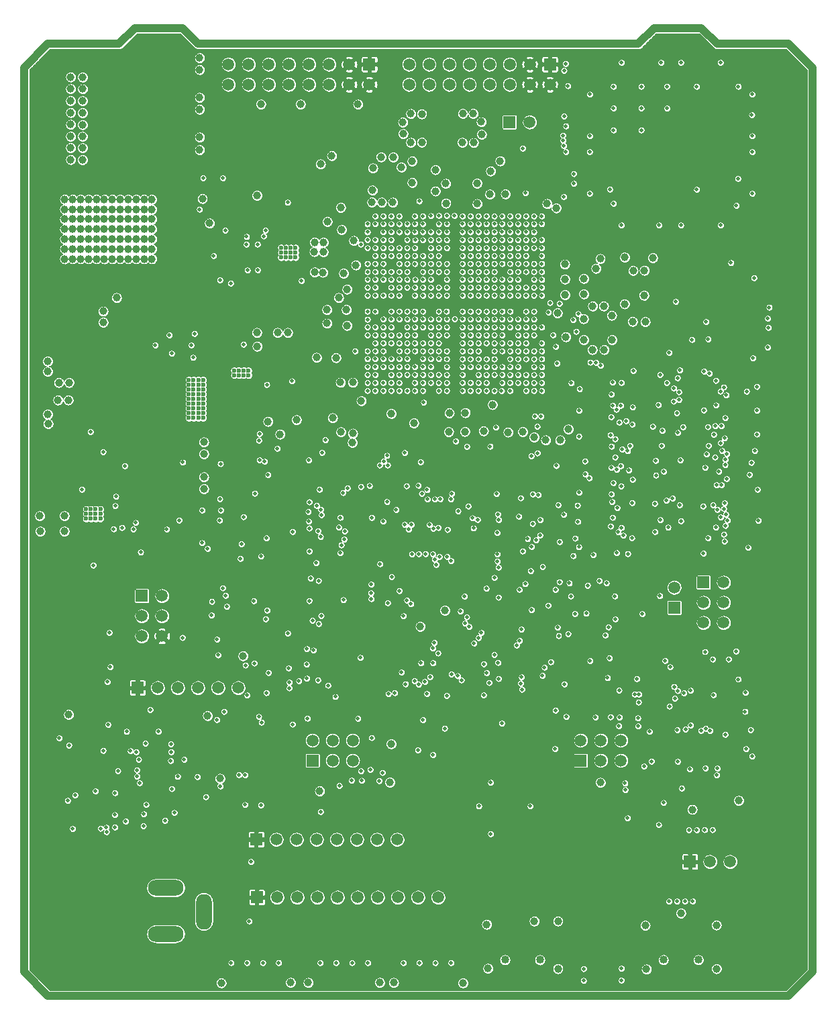
<source format=gbr>
%TF.GenerationSoftware,KiCad,Pcbnew,no-vcs-found-e46fdb0~60~ubuntu17.04.1*%
%TF.CreationDate,2017-09-26T11:00:31+02:00*%
%TF.ProjectId,Cryptech Alpha,437279707465636820416C7068612E6B,rev?*%
%TF.SameCoordinates,Original*%
%TF.FileFunction,Copper,L4,Inr,Plane*%
%TF.FilePolarity,Positive*%
%FSLAX46Y46*%
G04 Gerber Fmt 4.6, Leading zero omitted, Abs format (unit mm)*
G04 Created by KiCad (PCBNEW no-vcs-found-e46fdb0~60~ubuntu17.04.1) date Tue Sep 26 11:00:31 2017*
%MOMM*%
%LPD*%
G01*
G04 APERTURE LIST*
%TA.AperFunction,ViaPad*%
%ADD10C,1.500000*%
%TD*%
%TA.AperFunction,ViaPad*%
%ADD11R,1.500000X1.500000*%
%TD*%
%TA.AperFunction,WasherPad*%
%ADD12C,1.016000*%
%TD*%
%TA.AperFunction,ViaPad*%
%ADD13O,2.000000X4.500000*%
%TD*%
%TA.AperFunction,ViaPad*%
%ADD14O,4.500000X2.000000*%
%TD*%
%TA.AperFunction,ViaPad*%
%ADD15C,0.500000*%
%TD*%
%TA.AperFunction,ViaPad*%
%ADD16C,1.000000*%
%TD*%
%TA.AperFunction,ViaPad*%
%ADD17C,0.600000*%
%TD*%
%TA.AperFunction,Conductor*%
%ADD18C,1.000000*%
%TD*%
%TA.AperFunction,Conductor*%
%ADD19C,0.050000*%
%TD*%
%ADD20C,0.050000*%
G04 APERTURE END LIST*
D10*
%TO.N,AVR_GPIO_1*%
%TO.C,JP5*%
X36580000Y-6000000D03*
%TO.N,GND*%
X54360000Y-6000000D03*
%TO.N,AVR_GPIO_7*%
X51820000Y-6000000D03*
%TO.N,AVR_GPIO_6*%
X49280000Y-6000000D03*
%TO.N,AVR_GPIO_5*%
X46740000Y-6000000D03*
%TO.N,AVR_GPIO_4*%
X44200000Y-6000000D03*
%TO.N,AVR_GPIO_3*%
X41660000Y-6000000D03*
%TO.N,AVR_GPIO_2*%
X39120000Y-6000000D03*
%TO.N,AVR_GPIO_0*%
X34040000Y-6000000D03*
D11*
%TO.N,VCCO_3V3*%
X31500000Y-6000000D03*
%TD*%
%TO.N,GND*%
%TO.C,JP6*%
X84160740Y30530000D03*
D10*
%TO.N,MKM_AVR_MISO*%
X84160740Y33070000D03*
%TD*%
D12*
%TO.N,*%
%TO.C,CN1*%
X67209800Y-13884000D03*
X62800000Y-13884000D03*
%TD*%
%TO.N,*%
%TO.C,CN2*%
X82800000Y-13884000D03*
X87209800Y-13884000D03*
%TD*%
D10*
%TO.N,N/C*%
%TO.C,J1*%
X29133790Y20421600D03*
%TO.N,NRST*%
X26593790Y20421600D03*
%TO.N,SWDIO*%
X24053790Y20421600D03*
%TO.N,GND*%
X21513790Y20421600D03*
%TO.N,SWDCLK*%
X18973790Y20421600D03*
D11*
%TO.N,VCCO_3V3*%
X16433790Y20421600D03*
%TD*%
%TO.N,GND*%
%TO.C,J2*%
X38506390Y11252200D03*
D10*
%TO.N,FT_VREGIN*%
X38506390Y13792200D03*
%TO.N,USB_P*%
X41046390Y11252200D03*
%TO.N,USB_N*%
X41046390Y13792200D03*
%TO.N,FT_RXD1*%
X43586390Y11252200D03*
%TO.N,FT_TXD1*%
X43586390Y13792200D03*
%TD*%
%TO.N,FT_MGMT_TXD1*%
%TO.C,J3*%
X77444590Y13792200D03*
%TO.N,FT_MGMT_RXD1*%
X77444590Y11252200D03*
%TO.N,USB_MGMT_N*%
X74904590Y13792200D03*
%TO.N,USB_MGMT_P*%
X74904590Y11252200D03*
%TO.N,FT_MGMT_VREGIN*%
X72364590Y13792200D03*
D11*
%TO.N,GND*%
X72364590Y11252200D03*
%TD*%
D13*
%TO.N,GND*%
%TO.C,JP1*%
X24800000Y-7800000D03*
D14*
X20000000Y-10600000D03*
%TO.N,PWR_18V*%
X20000000Y-4800000D03*
%TD*%
D10*
%TO.N,NetJP2_2*%
%TO.C,JP2*%
X65916800Y91744800D03*
D11*
%TO.N,15V_LDO_ENABLE*%
X63376800Y91744800D03*
%TD*%
%TO.N,MKM_AVR_MISO*%
%TO.C,JP3*%
X87847000Y33705800D03*
D10*
%TO.N,3V3_BATT*%
X90387000Y33705800D03*
%TO.N,MKM_AVR_SCK*%
X87847000Y31165800D03*
%TO.N,MKM_AVR_MOSI*%
X90387000Y31165800D03*
%TO.N,AVR_RESET*%
X87847000Y28625800D03*
%TO.N,GND*%
X90387000Y28625800D03*
%TD*%
%TO.N,GND*%
%TO.C,JP4*%
X91219330Y-1500000D03*
%TO.N,3V3_BATT*%
X88679330Y-1500000D03*
D11*
%TO.N,VCCO_3V3*%
X86139330Y-1500000D03*
%TD*%
%TO.N,FPGA_CFG_CTRL_ARM_ENA*%
%TO.C,JP7*%
X16980000Y32015000D03*
D10*
%TO.N,SPI_A_TRISTATE*%
X19520000Y32015000D03*
%TO.N,FPGA_CFG_CTRL_FPGA_DIS*%
X16980000Y29475000D03*
%TO.N,SPI_B_TRISTATE*%
X19520000Y29475000D03*
%TO.N,FPGA_PROM_W_N*%
X16980000Y26935000D03*
%TO.N,VCCO_3V3*%
X19520000Y26935000D03*
%TD*%
%TO.N,GND*%
%TO.C,SV1*%
X49190000Y1300000D03*
D11*
%TO.N,VCCO_3V3*%
X31410000Y1300000D03*
D10*
%TO.N,FPGA_JTAG_TCK*%
X33950000Y1300000D03*
%TO.N,FPGA_JTAG_TMS*%
X36490000Y1300000D03*
%TO.N,FPGA_JTAG_TDI*%
X39030000Y1300000D03*
%TO.N,FPGA_JTAG_TDO*%
X41570000Y1300000D03*
%TO.N,GND*%
X44110000Y1300000D03*
X46650000Y1300000D03*
%TD*%
%TO.N,FPGA_GPIO_A_7*%
%TO.C,SV2*%
X50692990Y96494600D03*
%TO.N,FPGA_GPIO_A_6*%
X50692990Y99034600D03*
%TO.N,FPGA_GPIO_A_5*%
X53232990Y96494600D03*
%TO.N,FPGA_GPIO_A_4*%
X53232990Y99034600D03*
%TO.N,GND*%
X55772990Y96494600D03*
X55772990Y99034600D03*
%TO.N,FPGA_GPIO_A_3*%
X58312990Y96494600D03*
%TO.N,FPGA_GPIO_A_2*%
X58312990Y99034600D03*
%TO.N,FPGA_GPIO_A_1*%
X60852990Y96494600D03*
%TO.N,FPGA_GPIO_A_0*%
X60852990Y99034600D03*
%TO.N,GND*%
X63392990Y96494600D03*
X63392990Y99034600D03*
%TO.N,VCCO_3V3*%
X65932990Y96494600D03*
X65932990Y99034600D03*
X68472990Y96494600D03*
D11*
X68472990Y99034600D03*
%TD*%
%TO.N,VCCO_3V3*%
%TO.C,SV3*%
X45689190Y99034600D03*
D10*
X45689190Y96494600D03*
X43149190Y99034600D03*
X43149190Y96494600D03*
%TO.N,GND*%
X40609190Y99034600D03*
X40609190Y96494600D03*
%TO.N,FPGA_GPIO_B_0*%
X38069190Y99034600D03*
%TO.N,FPGA_GPIO_B_1*%
X38069190Y96494600D03*
%TO.N,FPGA_GPIO_B_2*%
X35529190Y99034600D03*
%TO.N,FPGA_GPIO_B_3*%
X35529190Y96494600D03*
%TO.N,GND*%
X32989190Y99034600D03*
X32989190Y96494600D03*
%TO.N,FPGA_GPIO_B_4*%
X30449190Y99034600D03*
%TO.N,FPGA_GPIO_B_5*%
X30449190Y96494600D03*
%TO.N,FPGA_GPIO_B_6*%
X27909190Y99034600D03*
%TO.N,FPGA_GPIO_B_7*%
X27909190Y96494600D03*
%TD*%
D15*
%TO.N,FPGA_DONE_INT*%
X84500000Y-6500000D03*
%TO.N,NetLED18_2*%
X86500000Y-6500000D03*
%TO.N,NetLED18_1*%
X85500000Y-6500000D03*
%TO.N,NetLED13_1*%
X83500000Y-6500000D03*
%TO.N,FPGA_DONE_INT*%
X72725000Y-16500000D03*
%TO.N,NetLED18_2*%
X77496220Y-16469460D03*
%TO.N,NetLED18_1*%
X77496220Y-14963590D03*
%TO.N,NetLED13_1*%
X72750000Y-15000000D03*
%TO.N,GND*%
X66000000Y5500000D03*
D16*
X60660000Y-14963590D03*
X80500000Y-9536420D03*
X89500000Y-15000000D03*
X89487400Y-9500000D03*
X80660000Y-15067780D03*
X69488400Y-15000000D03*
X69488400Y-9000000D03*
X60500000Y-9413610D03*
X85000000Y-8000000D03*
X66500000Y-9000000D03*
D15*
%TO.N,NetLED3_1*%
X39500000Y-14250000D03*
%TO.N,NetLED15_1*%
X56000000Y-14250000D03*
%TO.N,NetLED16_1*%
X54000000Y-14250000D03*
%TO.N,NetLED14_1*%
X52000000Y-14250000D03*
%TO.N,NetLED17_1*%
X50000000Y-14250000D03*
%TO.N,NetLED1_1*%
X45500000Y-14250000D03*
%TO.N,NetLED4_1*%
X43500000Y-14250000D03*
%TO.N,NetLED2_1*%
X41500000Y-14250000D03*
%TO.N,NetLED9_1*%
X34250000Y-14250000D03*
%TO.N,NetLED12_1*%
X32250000Y-14250000D03*
%TO.N,NetLED10_1*%
X30255000Y-14250000D03*
%TO.N,NetLED11_1*%
X28250000Y-14250000D03*
D16*
%TO.N,GND*%
X35750000Y-16750000D03*
X57500000Y-16800000D03*
X48750000Y-16750000D03*
X47000000Y-16750000D03*
X37982000Y-16750000D03*
X27000000Y-16800000D03*
D15*
%TO.N,AVR_GPIO_4*%
X88993380Y2527420D03*
%TO.N,AVR_GPIO_5*%
X87997700Y2527420D03*
%TO.N,AVR_GPIO_6*%
X86998520Y2477410D03*
%TO.N,AVR_GPIO_7*%
X86000000Y2477410D03*
%TO.N,GND*%
X30530800Y-9000000D03*
%TO.N,FPGA_JTAG_TDO*%
X95952200Y67001800D03*
%TO.N,FPGA_JTAG_TCK*%
X95952200Y63352200D03*
%TO.N,FPGA_JTAG_TMS*%
X96052200Y65834400D03*
%TO.N,FPGA_JTAG_TDI*%
X96152200Y68401800D03*
%TO.N,GND*%
X30750000Y-1500000D03*
D16*
%TO.N,PWR_18V*%
X8000000Y88514570D03*
X9500000Y88494600D03*
X9500000Y87000000D03*
X8000000Y87019970D03*
X8000000Y91439570D03*
X9500000Y91419600D03*
X9500000Y89925000D03*
X8000000Y89944970D03*
X8000000Y94439570D03*
X9500000Y94419600D03*
X9500000Y92925000D03*
X8000000Y92944970D03*
X8000000Y95944970D03*
X9500000Y95925000D03*
X9500000Y97419600D03*
X8000000Y97439570D03*
D15*
%TO.N,GND*%
X8250000Y2654120D03*
X11772170Y2692730D03*
D16*
X43593770Y52492120D03*
D15*
%TO.N,USB_MGMT_P*%
X86229210Y15700770D03*
%TO.N,USB_MGMT_N*%
X85575000Y15200000D03*
%TO.N,FMC_D12*%
X54627670Y44227160D03*
%TO.N,FMC_SDNWE*%
X47427310Y41402020D03*
%TO.N,FMC_D11*%
X53950000Y44200000D03*
%TO.N,FMC_NL*%
X58700000Y41823870D03*
%TO.N,FMC_NOE*%
X58827870Y40551980D03*
%TO.N,GND*%
X84554130Y15100740D03*
X87550000Y15025000D03*
X88679330Y15000730D03*
X89125000Y19525000D03*
%TO.N,FT_RXD1*%
X17425000Y13425000D03*
X16275000Y12325000D03*
%TO.N,FT_RTS*%
X15550000Y12450000D03*
%TO.N,GND*%
X12100590Y12500610D03*
X16700000Y8425000D03*
%TO.N,FT_VREGIN*%
X13600000Y7175000D03*
X17512500Y5687500D03*
%TO.N,GND*%
X13550000Y4400000D03*
X11125000Y7400000D03*
%TO.N,*%
X50446300Y77889100D03*
%TO.N,VCC_5V0*%
X82797720Y5925000D03*
X13950000Y9950000D03*
%TO.N,MKM_AVR_SCK*%
X75750000Y21675000D03*
X77200000Y20100000D03*
X77250000Y16700000D03*
%TO.N,SPI_A_TRISTATE*%
X42400000Y31500000D03*
%TO.N,AVR_PANIC*%
X69175000Y32800000D03*
%TO.N,AVR_RESET*%
X76125000Y16750000D03*
%TO.N,MKM_CONTROL_FPGA_DIS*%
X70300000Y20875000D03*
%TO.N,FMC_A24*%
X48900000Y19800000D03*
%TO.N,AVR_GPIO_2*%
X50427460Y31451530D03*
%TO.N,AVR_GPIO_3*%
X50925000Y31000000D03*
%TO.N,ARM_FPGA_CFG_MOSI*%
X48002340Y31126520D03*
%TO.N,MKM_CONTROL_FPGA_DIS*%
X54527660Y36951800D03*
%TO.N,GND*%
X79450000Y21550000D03*
%TO.N,MKM_AVR_MISO*%
X70525000Y16775000D03*
%TO.N,3V3_BATT*%
X75850000Y28075000D03*
%TO.N,MKM_AVR_MISO*%
X87847000Y37378000D03*
%TO.N,AVR_LED3*%
X37800000Y25325000D03*
X45900000Y32375000D03*
%TO.N,AVR_LED2*%
X38650000Y25150000D03*
X45925000Y31650000D03*
X30026470Y9425460D03*
%TO.N,AVR_LED3*%
X29238280Y9450000D03*
%TO.N,AVR_GPIO_1*%
X54125000Y35950000D03*
%TO.N,AVR_GPIO_0*%
X53925000Y36600000D03*
%TO.N,ARM_FPGA_CFG_CS_N*%
X48500000Y34425000D03*
%TO.N,3V3_BATT*%
X47025000Y36050000D03*
%TO.N,AVR_LED4*%
X55452710Y19425950D03*
%TO.N,AVR_GPIO_4*%
X52675000Y21200000D03*
%TO.N,AVR_LED4*%
X44250000Y16550000D03*
%TO.N,MKM_AVR_CS_N*%
X69575000Y27000000D03*
%TO.N,GND*%
X69113400Y12736600D03*
X51436900Y77889100D03*
D16*
X46125000Y85949990D03*
%TO.N,VCCO_3V3*%
X43750000Y87525000D03*
%TO.N,GND*%
X40950000Y87500000D03*
%TO.N,VCCO_3V3*%
X45125000Y86700080D03*
%TO.N,GND*%
X47175000Y87350000D03*
X48700000Y87325000D03*
D15*
%TO.N,FPGA_ENTROPY_DISABLE*%
X49455700Y78905100D03*
%TO.N,FPGA_GPIO_A_7*%
X52452900Y78905100D03*
%TO.N,FPGA_GPIO_A_6*%
X52452900Y79895700D03*
%TO.N,FPGA_GPIO_B_2*%
X51436900Y78905100D03*
%TO.N,FPGA_GPIO_B_1*%
X52452900Y77889100D03*
%TO.N,FPGA_IRQ_N_3*%
X53443500Y77889100D03*
%TO.N,FPGA_GPIO_B_0*%
X51436900Y79895700D03*
%TO.N,VCCO_3V3*%
X50446300Y79895700D03*
%TO.N,AVR_GPIO_FPGA_2*%
X49455700Y79895700D03*
%TO.N,FPGA_GPIO_A_1*%
X54434100Y75882500D03*
%TO.N,FPGA_GPIO_A_0*%
X53443500Y75882500D03*
%TO.N,GND*%
X55450100Y75882500D03*
X57448700Y75882500D03*
%TO.N,FPGA_IRQ_N_0*%
X53443500Y74891900D03*
%TO.N,FMC_NBL2*%
X85279160Y53302600D03*
%TO.N,FMC_A3*%
X84625000Y52575000D03*
%TO.N,FMC_NBL1*%
X90137400Y45987410D03*
X78450000Y47850000D03*
%TO.N,FMC_NBL0*%
X93675000Y47300000D03*
X76471760Y46265120D03*
%TO.N,GND*%
X72202200Y58097800D03*
%TO.N,FMC_D31*%
X76428730Y56027730D03*
X30050000Y23275000D03*
%TO.N,FMC_D30*%
X31175000Y23525000D03*
%TO.N,FMC_D27*%
X90000000Y57807000D03*
%TO.N,GND*%
X52550000Y56400000D03*
%TO.N,FMC_D27*%
X60125000Y23425000D03*
%TO.N,FMC_D26*%
X60500000Y22300000D03*
X84100000Y58200000D03*
X74875000Y61050000D03*
%TO.N,FMC_D21*%
X76400000Y58925000D03*
D16*
%TO.N,GND*%
X55225000Y30175000D03*
D15*
%TO.N,FMC_D25*%
X83225000Y58875000D03*
%TO.N,FMC_D24*%
X82375000Y59900000D03*
%TO.N,FMC_D25*%
X60825000Y21075000D03*
%TO.N,FMC_D24*%
X88600000Y60075000D03*
X74300000Y61425000D03*
%TO.N,FMC_D23*%
X84879140Y60477950D03*
%TO.N,FMC_D21*%
X64900000Y21769670D03*
%TO.N,FMC_D22*%
X64775000Y20975000D03*
D16*
%TO.N,VCCO_3V3*%
X62075000Y55075000D03*
%TO.N,FPGA_VCCINT_1V0*%
X57802820Y55102690D03*
D15*
%TO.N,FMC_D21*%
X90404410Y58327850D03*
%TO.N,FMC_D20*%
X90725000Y57325000D03*
%TO.N,FMC_D1*%
X62375000Y57875000D03*
%TO.N,FMC_D20*%
X63449880Y57874880D03*
%TO.N,FMC_D22*%
X84575000Y59500000D03*
X71175000Y58850000D03*
%TO.N,FMC_A14*%
X76700000Y49500000D03*
%TO.N,FMC_D5*%
X57440220Y58884780D03*
%TO.N,FMC_D1*%
X76150000Y40800000D03*
%TO.N,FMC_D2*%
X90879430Y41527030D03*
%TO.N,FMC_A11*%
X90600000Y49200000D03*
%TO.N,FMC_A10*%
X48000000Y48500000D03*
%TO.N,FMC_A9*%
X47499900Y48999900D03*
%TO.N,FMC_A7*%
X47900000Y49700000D03*
%TO.N,FMC_A8*%
X47000000Y48500000D03*
%TO.N,FMC_A6*%
X78290380Y50290380D03*
X90200000Y50300000D03*
%TO.N,*%
X48440000Y69888100D03*
X47449000Y69888100D03*
X46433100Y69888100D03*
%TO.N,FPGA_CFG_SCLK1*%
X55441360Y69896840D03*
%TO.N,FPGA_VCCINT_1V0*%
X57453420Y69892820D03*
%TO.N,GND*%
X57453420Y67884780D03*
%TO.N,FPGA_PROGRAM_B1*%
X55445380Y66884780D03*
%TO.N,*%
X58453420Y69892820D03*
%TO.N,FPGA_VCCINT_1V0*%
X57453420Y66884780D03*
%TO.N,GND*%
X58453420Y67884780D03*
%TO.N,*%
X54434100Y69888100D03*
%TO.N,FPGA_VCCAUX_1V8*%
X55450100Y70904100D03*
%TO.N,*%
X54434100Y67889500D03*
%TO.N,GND*%
X57448700Y70904100D03*
X58453420Y66884780D03*
%TO.N,*%
X54434100Y66889500D03*
%TO.N,FPGA_VCCAUX_1V8*%
X58448700Y70904100D03*
%TO.N,*%
X54434100Y70904100D03*
X53443500Y69888100D03*
%TO.N,GND*%
X55450100Y71894700D03*
%TO.N,FPGA_VCCAUX_1V8*%
X55445380Y65884780D03*
%TO.N,GND*%
X59453420Y69892820D03*
%TO.N,VCCO_3V3*%
X53443500Y67889500D03*
%TO.N,FPGA_VCCINT_1V0*%
X57448700Y71894700D03*
%TO.N,GND*%
X57453420Y65884780D03*
%TO.N,*%
X59453420Y67884780D03*
X53443500Y66889500D03*
%TO.N,GND*%
X58448700Y71894700D03*
%TO.N,FPGA_VCCINT_1V0*%
X58453420Y65884780D03*
%TO.N,GND*%
X59453420Y66884780D03*
%TO.N,*%
X53443500Y70904100D03*
%TO.N,VCCO_3V3*%
X54434100Y71894700D03*
%TO.N,GND*%
X54434100Y65889500D03*
X59448700Y70904100D03*
%TO.N,*%
X52452900Y69888100D03*
%TO.N,FPGA_VCCAUX_1V8*%
X55450100Y72885300D03*
%TO.N,GND*%
X52452900Y67889500D03*
X57448700Y72885300D03*
X55445380Y64884770D03*
X60453420Y69892820D03*
%TO.N,FPGA_VCCAUX_1V8*%
X57453420Y64884770D03*
%TO.N,FPGA_VCCINT_1V0*%
X60453420Y67884780D03*
%TO.N,*%
X53443500Y71894700D03*
X53443500Y65889500D03*
%TO.N,FPGA_VCCINT_1V0*%
X59448700Y71894700D03*
%TO.N,GND*%
X59453420Y65884780D03*
%TO.N,FMC_D11*%
X52452900Y66889500D03*
%TO.N,FPGA_VCCINT_1V0*%
X58448700Y72885300D03*
%TO.N,GND*%
X52452900Y70904100D03*
%TO.N,*%
X54434100Y72885300D03*
%TO.N,GND*%
X58453420Y64884770D03*
X60453420Y66884780D03*
%TO.N,FPGA_JTAG_TDI*%
X54434100Y64889500D03*
%TO.N,FPGA_VCCINT_1V0*%
X60448700Y70904100D03*
%TO.N,*%
X52452900Y71894700D03*
X53443500Y72885300D03*
X52452900Y65889500D03*
%TO.N,GND*%
X59448700Y72885300D03*
%TO.N,*%
X53443500Y64889500D03*
%TO.N,GND*%
X60448700Y71894700D03*
%TO.N,FPGA_VCCINT_1V0*%
X59453420Y64884770D03*
X60453420Y65884780D03*
%TO.N,VCCO_3V3*%
X55445380Y63884770D03*
%TO.N,FPGA_VCCINT_1V0*%
X61453430Y69892820D03*
%TO.N,GND*%
X57453420Y63884770D03*
X61453430Y67884780D03*
%TO.N,*%
X51436900Y69888100D03*
%TO.N,GND*%
X55450100Y73901300D03*
%TO.N,*%
X51436900Y67889500D03*
%TO.N,FPGA_DONE_INT*%
X57448700Y73901300D03*
%TO.N,FPGA_VCCINT_1V0*%
X58453420Y63884770D03*
X61453430Y66884780D03*
%TO.N,FPGA_JTAG_TMS*%
X54434100Y63889500D03*
%TO.N,GND*%
X61448700Y70904100D03*
X51436900Y66889500D03*
X58448700Y73901300D03*
%TO.N,*%
X51436900Y70904100D03*
X54434100Y73901300D03*
X52452900Y72885300D03*
%TO.N,VCCO_3V3*%
X52452900Y64889500D03*
%TO.N,FPGA_VCCINT_1V0*%
X60448700Y72885300D03*
%TO.N,GND*%
X60453420Y64884770D03*
%TO.N,*%
X53443500Y63889500D03*
%TO.N,FPGA_VCCINT_1V0*%
X61448700Y71894700D03*
%TO.N,GND*%
X59453420Y63884770D03*
X61453430Y65884780D03*
X53443500Y73901300D03*
%TO.N,*%
X51436900Y65889500D03*
%TO.N,GND*%
X59448700Y73901300D03*
%TO.N,VCCO_3V3*%
X50446300Y69888100D03*
X55450100Y74891900D03*
%TO.N,*%
X50446300Y67889500D03*
%TO.N,GND*%
X57448700Y74891900D03*
%TO.N,FPGA_INIT_B_INT1*%
X55445380Y62884780D03*
%TO.N,*%
X62453420Y69892820D03*
%TO.N,FPGA_M0*%
X57453420Y62884780D03*
%TO.N,*%
X62453420Y67884780D03*
X52452900Y63889500D03*
%TO.N,GND*%
X61448700Y72885300D03*
%TO.N,*%
X50446300Y66889500D03*
X58448700Y74891900D03*
X50446300Y70904100D03*
X54434100Y74891900D03*
%TO.N,VCCO_3V3*%
X51436900Y72885300D03*
%TO.N,*%
X52452900Y73901300D03*
%TO.N,FPGA_M1*%
X58453420Y62884780D03*
%TO.N,GND*%
X62453420Y66884780D03*
%TO.N,FPGA_VCCINT_1V0*%
X60453420Y63884770D03*
X61453430Y64884770D03*
%TO.N,FPGA_JTAG_TDO*%
X54434100Y62889500D03*
%TO.N,*%
X62448700Y70904100D03*
X51436900Y64889500D03*
%TO.N,GND*%
X60448700Y73901300D03*
%TO.N,*%
X50446300Y71894700D03*
X50446300Y65889500D03*
X59448700Y74891900D03*
%TO.N,GND*%
X53443500Y62889500D03*
%TO.N,*%
X62448700Y71894700D03*
%TO.N,FPGA_M2*%
X59453420Y62884780D03*
%TO.N,*%
X62453420Y65884780D03*
%TO.N,GND*%
X61453430Y63884770D03*
%TO.N,*%
X51436900Y63889500D03*
%TO.N,GND*%
X61448700Y73901300D03*
%TO.N,*%
X51436900Y73901300D03*
%TO.N,GND*%
X49455700Y69888100D03*
%TO.N,*%
X49455700Y67889500D03*
X50446300Y72885300D03*
X52452900Y62889500D03*
%TO.N,VCCO_3V3*%
X62448700Y72885300D03*
%TO.N,*%
X50446300Y64889500D03*
X60448700Y74891900D03*
%TO.N,FPGA_JTAG_TCK*%
X55445380Y61884780D03*
%TO.N,*%
X63453420Y69892820D03*
%TO.N,GND*%
X57453420Y61884780D03*
X63453420Y67884780D03*
%TO.N,VCCO_3V3*%
X60453420Y62884780D03*
%TO.N,*%
X62453420Y64884770D03*
%TO.N,GND*%
X49455700Y66889500D03*
%TO.N,*%
X58448700Y75882500D03*
X49455700Y70904100D03*
X58453420Y61884780D03*
X63453420Y66884780D03*
X54434100Y61889500D03*
%TO.N,GND*%
X63448700Y70904100D03*
X49455700Y71894700D03*
%TO.N,VCCO_3V3*%
X49455700Y65889500D03*
%TO.N,GND*%
X59448700Y75882500D03*
%TO.N,*%
X53443500Y61889500D03*
X63448700Y71894700D03*
%TO.N,GND*%
X59453420Y61884780D03*
%TO.N,*%
X63453420Y65884780D03*
%TO.N,GND*%
X50446300Y63889500D03*
%TO.N,*%
X61448700Y74891900D03*
X61453430Y62884780D03*
X62453420Y63884770D03*
X50446300Y73901300D03*
%TO.N,FPGA_IRQ_N_1*%
X51436900Y74891900D03*
%TO.N,*%
X51436900Y62889500D03*
%TO.N,GND*%
X62448700Y73901300D03*
%TO.N,*%
X49455700Y72885300D03*
%TO.N,VCCO_3V3*%
X52452900Y75882500D03*
%TO.N,*%
X49455700Y64889500D03*
X60448700Y75882500D03*
X52452900Y61889500D03*
X63448700Y72885300D03*
%TO.N,GND*%
X60453420Y61884780D03*
%TO.N,VCCO_3V3*%
X63453420Y64884770D03*
%TO.N,FMC_D26*%
X55445380Y60884780D03*
%TO.N,*%
X64453420Y69892820D03*
%TO.N,FMC_CLK*%
X57453420Y60884780D03*
%TO.N,VCCO_3V3*%
X64453420Y67884780D03*
%TO.N,GND*%
X55450100Y76898500D03*
X48439700Y67889500D03*
%TO.N,*%
X57448700Y76898500D03*
%TO.N,FMC_D24*%
X58453420Y60884780D03*
%TO.N,*%
X64453420Y66884780D03*
X64448700Y70904100D03*
X48439700Y66889500D03*
X58448700Y76898500D03*
X48439700Y70904100D03*
%TO.N,GND*%
X54434100Y76898500D03*
X50446300Y74891900D03*
%TO.N,*%
X50446300Y62889500D03*
X62448700Y74891900D03*
X62453420Y62884780D03*
X49455700Y63889500D03*
%TO.N,GND*%
X61448700Y75882500D03*
%TO.N,*%
X49455700Y73901300D03*
X51436900Y75882500D03*
X64448700Y71894700D03*
X59453420Y60884780D03*
X64453420Y65884780D03*
%TO.N,GND*%
X61453430Y61884780D03*
%TO.N,*%
X63453420Y63884770D03*
X48439700Y71894700D03*
%TO.N,FPGA_GPIO_B_3*%
X53443500Y76898500D03*
%TO.N,*%
X48439700Y65889500D03*
X59448700Y76898500D03*
%TO.N,VCCO_3V3*%
X51436900Y61889500D03*
%TO.N,GND*%
X63448700Y73901300D03*
%TO.N,*%
X52452900Y60889500D03*
X64448700Y72885300D03*
X48439700Y72885300D03*
%TO.N,GND*%
X60453420Y60884780D03*
%TO.N,FMC_D25*%
X64453420Y64884770D03*
%TO.N,*%
X48439700Y64889500D03*
%TO.N,GND*%
X60448700Y76898500D03*
%TO.N,*%
X49455700Y74891900D03*
%TO.N,FPGA_IRQ_N_2*%
X50446300Y75882500D03*
%TO.N,*%
X49455700Y62889500D03*
X62448700Y75882500D03*
%TO.N,GND*%
X55450100Y77889100D03*
%TO.N,*%
X57448700Y77889100D03*
X65453430Y69892820D03*
%TO.N,FMC_D6*%
X57453420Y59884770D03*
%TO.N,*%
X65453430Y67884780D03*
%TO.N,GND*%
X50446300Y61889500D03*
X63448700Y74891900D03*
%TO.N,VCCO_3V3*%
X62453420Y61884780D03*
%TO.N,Net1*%
X63453420Y62884780D03*
%TO.N,*%
X47449100Y66889500D03*
%TO.N,GND*%
X58448700Y77889100D03*
%TO.N,VCCO_3V3*%
X47449100Y70904100D03*
%TO.N,FPGA_GPIO_A_4*%
X54434100Y77889100D03*
%TO.N,VCCO_3V3*%
X58453420Y59884770D03*
%TO.N,*%
X65453430Y66884780D03*
X65448700Y70904100D03*
X61453430Y60884780D03*
X64453420Y63884770D03*
%TO.N,FPGA_CFG_CS_N1*%
X48439700Y63889500D03*
%TO.N,*%
X61448700Y76898500D03*
%TO.N,FMC_NOE*%
X51436900Y60889500D03*
%TO.N,*%
X64448700Y73901300D03*
%TO.N,VCCO_3V3*%
X48439700Y73901300D03*
%TO.N,*%
X47449100Y71894700D03*
X47449100Y65889500D03*
X59448700Y77889100D03*
%TO.N,FMC_A11*%
X53443500Y59889500D03*
%TO.N,VCCO_3V3*%
X65448700Y71894700D03*
%TO.N,*%
X59453420Y59884770D03*
%TO.N,GND*%
X65453430Y65884780D03*
%TO.N,*%
X49455700Y75882500D03*
X47449100Y72885300D03*
%TO.N,FMC_D29*%
X49455700Y61889500D03*
%TO.N,GND*%
X63448700Y75882500D03*
X47449100Y64889500D03*
%TO.N,*%
X60448700Y77889100D03*
%TO.N,GND*%
X52452900Y59889500D03*
%TO.N,*%
X65448700Y72885300D03*
X60453420Y59884770D03*
X65453430Y64884770D03*
%TO.N,FMC_NE1*%
X63453420Y61884780D03*
%TO.N,FMC_NL*%
X50446300Y60889500D03*
%TO.N,*%
X64448700Y74891900D03*
X62453420Y60884780D03*
%TO.N,GND*%
X64453420Y62884780D03*
%TO.N,*%
X48439700Y74891900D03*
%TO.N,FPGA_GCLK*%
X50446300Y76898500D03*
%TO.N,VCCO_3V3*%
X48439700Y62889500D03*
%TO.N,*%
X62448700Y76898500D03*
%TO.N,GND*%
X55445380Y58884780D03*
X66453420Y69892820D03*
%TO.N,*%
X66453420Y67884780D03*
%TO.N,GND*%
X55450100Y78905100D03*
%TO.N,*%
X46433100Y67889500D03*
X57448700Y78905100D03*
X47449100Y63889500D03*
X61448700Y77889100D03*
X47449100Y73901300D03*
X58453420Y58884780D03*
X66453420Y66884780D03*
%TO.N,FMC_A5*%
X54434100Y58889500D03*
%TO.N,*%
X66448700Y70904100D03*
%TO.N,FMC_A18*%
X61453430Y59884770D03*
%TO.N,*%
X65453430Y63884770D03*
%TO.N,FMC_A3*%
X51436900Y59889500D03*
%TO.N,*%
X65448700Y73901300D03*
%TO.N,VCCO_3V3*%
X46433100Y66889500D03*
%TO.N,*%
X58448700Y78905100D03*
X46433100Y70904100D03*
%TO.N,FPGA_GPIO_A_5*%
X54434100Y78905100D03*
%TO.N,FMC_A10*%
X53443500Y58889500D03*
%TO.N,*%
X66448700Y71894700D03*
%TO.N,FMC_A16*%
X59453420Y58884780D03*
%TO.N,*%
X66453420Y65884780D03*
X46433100Y71894700D03*
%TO.N,VCCO_3V3*%
X53443500Y78905100D03*
%TO.N,FMC_D31*%
X46433100Y65889500D03*
%TO.N,*%
X59448700Y78905100D03*
%TO.N,GND*%
X49455700Y60889500D03*
X64448700Y75882500D03*
%TO.N,*%
X48439700Y75882500D03*
%TO.N,VCCO_3V3*%
X49455700Y76898500D03*
%TO.N,*%
X63453420Y60884780D03*
%TO.N,FMC_D23*%
X64453420Y61884780D03*
%TO.N,GND*%
X48439700Y61889500D03*
%TO.N,*%
X63448700Y76898500D03*
X47449100Y74891900D03*
%TO.N,FMC_D12*%
X47449100Y62889500D03*
%TO.N,GND*%
X62448700Y77889100D03*
%TO.N,FMC_A7*%
X52452900Y58889500D03*
%TO.N,*%
X66448700Y72885300D03*
%TO.N,FMC_A0*%
X50446300Y59889500D03*
%TO.N,*%
X65448700Y74891900D03*
%TO.N,FMC_A17*%
X60453420Y58884780D03*
%TO.N,*%
X66453420Y64884770D03*
%TO.N,FMC_NWAIT*%
X62453420Y59884770D03*
%TO.N,FPGA_GPIO_LED_0*%
X65453430Y62884780D03*
%TO.N,GND*%
X46433100Y72885300D03*
%TO.N,FMC_D30*%
X46433100Y64889500D03*
%TO.N,*%
X60448700Y78905100D03*
%TO.N,FMC_A14*%
X55445380Y57884780D03*
%TO.N,GND*%
X45442500Y69888100D03*
%TO.N,*%
X67453420Y69892820D03*
%TO.N,FMC_D4*%
X57453420Y57884780D03*
%TO.N,*%
X45442500Y67889500D03*
%TO.N,GND*%
X57448700Y79895700D03*
%TO.N,VCCO_3V3*%
X61453430Y58884780D03*
X66453420Y63884770D03*
%TO.N,*%
X66448700Y73901300D03*
X46433100Y63889500D03*
X61448700Y78905100D03*
X46433100Y73901300D03*
%TO.N,FMC_A12*%
X58453420Y57884780D03*
%TO.N,VCCO_3V3*%
X67453420Y66884780D03*
%TO.N,*%
X58448700Y79895700D03*
%TO.N,FMC_A6*%
X54434100Y57889500D03*
%TO.N,*%
X45442500Y70904100D03*
X67448700Y70904100D03*
X64453420Y60884780D03*
%TO.N,DIGITIZED_NOISE*%
X48439700Y60889500D03*
%TO.N,GND*%
X64448700Y76898500D03*
X48439700Y76898500D03*
X47449100Y75882500D03*
%TO.N,FPGA_GPIO_B_4*%
X49455700Y77889100D03*
%TO.N,FMC_D8*%
X49455700Y59889500D03*
%TO.N,*%
X65448700Y75882500D03*
%TO.N,FMC_D28*%
X47449100Y61889500D03*
%TO.N,*%
X63448700Y77889100D03*
%TO.N,GND*%
X63453420Y59884770D03*
%TO.N,MKM_FPGA_SCK*%
X65453430Y61884780D03*
%TO.N,VCCO_3V3*%
X53443500Y57889500D03*
%TO.N,*%
X45442500Y71894700D03*
X67448700Y71894700D03*
%TO.N,GND*%
X59453420Y57884780D03*
%TO.N,FPGA_CFG_MOSI1*%
X45442500Y65889500D03*
%TO.N,*%
X67453420Y65884780D03*
%TO.N,GND*%
X59448700Y79895700D03*
%TO.N,VCCO_3V3*%
X50446300Y58889500D03*
X66448700Y74891900D03*
%TO.N,FMC_NWE*%
X62453420Y58884780D03*
%TO.N,FMC_D3*%
X66453420Y62884780D03*
%TO.N,*%
X46433100Y74891900D03*
X50446300Y78905100D03*
X46433100Y62889500D03*
X62448700Y78905100D03*
%TO.N,FMC_A8*%
X52452900Y57889500D03*
%TO.N,*%
X45442500Y72885300D03*
%TO.N,GND*%
X67448700Y72885300D03*
%TO.N,FMC_A15*%
X60453420Y57884780D03*
%TO.N,FPGA_CFG_MISO1*%
X45442500Y64889500D03*
%TO.N,*%
X60448700Y79895700D03*
%TO.N,FMC_D10*%
X47449100Y60889500D03*
%TO.N,*%
X64448700Y77889100D03*
X47449100Y76898500D03*
X48439700Y77889100D03*
%TO.N,FMC_D21*%
X64453420Y59884770D03*
%TO.N,VCCO_3V3*%
X65453430Y60884780D03*
%TO.N,GND*%
X48439700Y59889500D03*
X65448700Y76898500D03*
%TO.N,FMC_D0*%
X61453430Y57884780D03*
%TO.N,VCCO_3V3*%
X45442500Y63889500D03*
%TO.N,FPGA_GPIO_LED_1*%
X67453420Y63884770D03*
%TO.N,GND*%
X61448700Y79895700D03*
%TO.N,FMC_A1*%
X51436900Y57889500D03*
%TO.N,*%
X45442500Y73901300D03*
X67448700Y73901300D03*
%TO.N,GND*%
X49455700Y58889500D03*
%TO.N,*%
X66448700Y75882500D03*
%TO.N,FMC_A13*%
X66453420Y61884780D03*
%TO.N,*%
X46433100Y75882500D03*
%TO.N,GND*%
X46433100Y61889500D03*
%TO.N,*%
X63448700Y78905100D03*
%TO.N,FMC_A4*%
X50446300Y57889500D03*
%TO.N,VCCO_3V3*%
X45442500Y74891900D03*
%TO.N,*%
X67448700Y74891900D03*
%TO.N,NetR65_1*%
X45442500Y62889500D03*
%TO.N,FMC_D2*%
X67453420Y62884780D03*
%TO.N,*%
X62448700Y79895700D03*
%TO.N,FPGA_GPIO_B_6*%
X47449100Y77889100D03*
%TO.N,VCCO_3V3*%
X47449100Y59889500D03*
%TO.N,GND*%
X65448700Y77889100D03*
%TO.N,FMC_D17*%
X65453430Y59884770D03*
%TO.N,FMC_D22*%
X64453420Y58884780D03*
%TO.N,MKM_FPGA_CS_N*%
X66453420Y60884780D03*
%TO.N,FMC_A25*%
X48439700Y58889500D03*
%TO.N,*%
X66448700Y76898500D03*
X46433100Y60889500D03*
X64448700Y78905100D03*
X46433100Y76898500D03*
%TO.N,GND*%
X48439700Y78905100D03*
%TO.N,FMC_A24*%
X49455700Y57889500D03*
%TO.N,*%
X45442500Y75882500D03*
X67448700Y75882500D03*
X45442500Y61889500D03*
%TO.N,GND*%
X67453420Y61884780D03*
X63448700Y79895700D03*
%TO.N,FPGA_GPIO_LED_3*%
X47449100Y58889500D03*
%TO.N,*%
X66448700Y77889100D03*
%TO.N,FMC_D18*%
X65453430Y58884780D03*
%TO.N,*%
X66453420Y59884770D03*
%TO.N,VCCO_3V3*%
X46433100Y77889100D03*
%TO.N,AVR_GPIO_FPGA_0*%
X47449100Y78905100D03*
%TO.N,FMC_A22*%
X46433100Y59889500D03*
%TO.N,GND*%
X65448700Y78905100D03*
%TO.N,VCCO_3V3*%
X64453420Y57884780D03*
%TO.N,FPGA_GPIO_LED_2*%
X45442500Y60889500D03*
%TO.N,MKM_FPGA_MOSI*%
X67453420Y60884780D03*
%TO.N,*%
X64448700Y79895700D03*
X45442500Y76898500D03*
X67448700Y76898500D03*
%TO.N,AVR_GPIO_FPGA_3*%
X48439700Y79895700D03*
%TO.N,GND*%
X66453420Y58884780D03*
%TO.N,FMC_D9*%
X46433100Y58889500D03*
%TO.N,*%
X66448700Y78905100D03*
%TO.N,FPGA_GPIO_B_7*%
X45442500Y77889100D03*
%TO.N,VCCO_3V3*%
X67448700Y77889100D03*
%TO.N,AVR_GPIO_FPGA_1*%
X47449100Y79895700D03*
%TO.N,FMC_D16*%
X65453430Y57884780D03*
%TO.N,FMC_A23*%
X45442500Y59889500D03*
%TO.N,MKM_FPGA_MISO*%
X67453420Y59884770D03*
%TO.N,GND*%
X65448700Y79895700D03*
%TO.N,FMC_D15*%
X66453420Y57884780D03*
%TO.N,GND*%
X45442500Y58889500D03*
%TO.N,FMC_D13*%
X67453420Y58884780D03*
%TO.N,GND*%
X66448700Y79895700D03*
%TO.N,FMC_A19*%
X46433100Y57889500D03*
%TO.N,*%
X45442500Y78905100D03*
X67448700Y78905100D03*
%TO.N,FPGA_GPIO_B_5*%
X46433100Y79895700D03*
%TO.N,FMC_A20*%
X45442500Y57889500D03*
%TO.N,FMC_D14*%
X67453420Y57884780D03*
%TO.N,*%
X67448700Y79895700D03*
%TO.N,FPGA_VCCAUX_1V8*%
X55424700Y67889500D03*
%TO.N,GND*%
X46431200Y78909800D03*
X56413400Y79959200D03*
%TO.N,FPGA_GPIO_A_2*%
X55448200Y79959200D03*
%TO.N,FPGA_GPIO_A_3*%
X54457600Y79959200D03*
D16*
%TO.N,GND*%
X7250000Y82000000D03*
X8250000Y82000000D03*
X9250000Y82000000D03*
X10250000Y82000000D03*
X11250000Y82000000D03*
X12250000Y82000000D03*
X13250000Y82000000D03*
X14250000Y82000000D03*
X15250000Y82000000D03*
X16250000Y82000000D03*
X17250000Y82000000D03*
X18250000Y82000000D03*
X18250000Y80750000D03*
X17250000Y80750000D03*
X16250000Y80750000D03*
X15250000Y80750000D03*
X14250000Y80750000D03*
X13250000Y80750000D03*
X12250000Y80750000D03*
X11250000Y80750000D03*
X10250000Y80750000D03*
X9250000Y80750000D03*
X8250000Y80750000D03*
X7250000Y80750000D03*
X18250000Y79500000D03*
X17250000Y79500000D03*
X16250000Y79500000D03*
X15250000Y79500000D03*
X14250000Y79500000D03*
X13250000Y79500000D03*
X12250000Y79500000D03*
X11250000Y79500000D03*
X10250000Y79500000D03*
X9250000Y79500000D03*
X8250000Y79500000D03*
X7250000Y79500000D03*
X18250000Y78250000D03*
X17250000Y78250000D03*
X16250000Y78250000D03*
X15250000Y78250000D03*
X14250000Y78250000D03*
X13250000Y78250000D03*
X12250000Y78250000D03*
X11250000Y78250000D03*
X10250000Y78250000D03*
X9250000Y78250000D03*
X8250000Y78250000D03*
X7250000Y78250000D03*
X18250000Y77000000D03*
X17250000Y77000000D03*
X16250000Y77000000D03*
X15250000Y77000000D03*
X14250000Y77000000D03*
X13250000Y77000000D03*
X12250000Y77000000D03*
X11250000Y77000000D03*
X10250000Y77000000D03*
X9250000Y77000000D03*
X8250000Y77000000D03*
X7250000Y77000000D03*
X18250000Y75750000D03*
X17250000Y75750000D03*
X16250000Y75750000D03*
X15250000Y75750000D03*
X14250000Y75750000D03*
X13250000Y75750000D03*
X12250000Y75750000D03*
X11250000Y75750000D03*
X10250000Y75750000D03*
X9250000Y75750000D03*
X8250000Y75750000D03*
X7250000Y75750000D03*
X18250000Y74500000D03*
X17250000Y74500000D03*
X16250000Y74500000D03*
X15250000Y74500000D03*
X14250000Y74500000D03*
X13250000Y74500000D03*
X12250000Y74500000D03*
X11250000Y74500000D03*
X10250000Y74500000D03*
X9250000Y74500000D03*
X8250000Y74500000D03*
X7250000Y74500000D03*
%TO.N,FPGA_VCCAUX_1V8*%
X47250000Y81625000D03*
X48650000Y81625000D03*
X46075000Y83150000D03*
X44000000Y73725000D03*
%TO.N,FPGA_VCCINT_1V0*%
X41825000Y69600000D03*
X40350000Y68100000D03*
X42800000Y68100000D03*
%TO.N,VCCO_3V3*%
X41500000Y64075000D03*
%TO.N,GND*%
X39025000Y62075000D03*
X41475000Y62025000D03*
%TO.N,FPGA_VCCINT_1V0*%
X43600000Y58924980D03*
X44675000Y56600000D03*
%TO.N,GND*%
X41050000Y54450000D03*
X51300000Y53800000D03*
%TO.N,VCCO_3V3*%
X53300000Y53725000D03*
%TO.N,FPGA_VCCINT_1V0*%
X57750000Y52725000D03*
%TO.N,GND*%
X55700000Y52700000D03*
X55775000Y55075000D03*
X67950000Y51650000D03*
X69750040Y51650000D03*
%TO.N,VCCO_3V3*%
X68550000Y57175000D03*
X66600000Y56100000D03*
%TO.N,FPGA_VCCINT_1V0*%
X61225000Y56125000D03*
%TO.N,GND*%
X70500000Y64675000D03*
X72750000Y64300000D03*
X76325000Y64300000D03*
X73825000Y63050000D03*
X75325000Y63050000D03*
%TO.N,FPGA_VCCINT_1V0*%
X75250000Y68550000D03*
X73875000Y68550000D03*
X76275000Y67375000D03*
X69425000Y67675000D03*
X77900000Y68825000D03*
X78900000Y66600000D03*
X80500000Y66575000D03*
X80350000Y69900000D03*
X70375000Y69975000D03*
%TO.N,GND*%
X70375000Y71950000D03*
X72750000Y72025000D03*
X80400000Y73050000D03*
X78975000Y73025000D03*
X77925000Y74700000D03*
X81450000Y74625000D03*
X70350000Y73825000D03*
X74825000Y74525000D03*
%TO.N,VCCO_3V3*%
X71275000Y77225000D03*
X74875000Y76800000D03*
%TO.N,GND*%
X69275000Y80925000D03*
X68125000Y81450000D03*
%TO.N,VCCO_3V3*%
X64175000Y81475000D03*
%TO.N,GND*%
X62875000Y82675000D03*
%TO.N,FPGA_VCCINT_1V0*%
X60900000Y82650000D03*
X59300000Y81450000D03*
%TO.N,GND*%
X55350000Y81525000D03*
%TO.N,FPGA_VCCINT_1V0*%
X59275000Y84025000D03*
%TO.N,GND*%
X55325000Y84000000D03*
X62200000Y86850000D03*
X61000000Y85575000D03*
%TO.N,VCCO_3V3*%
X64950000Y86925000D03*
%TO.N,FPGA_VCCAUX_1V8*%
X51100000Y84125000D03*
X51100000Y86825000D03*
%TO.N,GND*%
X54025000Y85750000D03*
X54025000Y83050000D03*
X49725000Y86075000D03*
X52300000Y89200000D03*
X50925000Y89175000D03*
X50925000Y92800000D03*
X52300000Y92775000D03*
X49925000Y91725000D03*
X49950000Y90275000D03*
%TO.N,FPGA_VCCINT_1V0*%
X57475000Y92825000D03*
X58800000Y92825000D03*
X59825000Y91775000D03*
X59850000Y90200000D03*
X57425000Y89175000D03*
X58850000Y89150000D03*
%TO.N,VCCO_3V3*%
X64025000Y84325000D03*
%TO.N,GND*%
X39525000Y86450000D03*
%TO.N,VCCO_3V3*%
X43800000Y80975000D03*
%TO.N,GND*%
X42075010Y80975000D03*
%TO.N,VCCO_3V3*%
X43825000Y78175000D03*
%TO.N,GND*%
X42200000Y78175000D03*
%TO.N,VCCO_3V3*%
X41600000Y75825000D03*
%TO.N,GND*%
X42450000Y72675000D03*
X42875000Y66100000D03*
X40350000Y66375000D03*
X38775000Y76600000D03*
X39900000Y76600000D03*
X40375000Y79200000D03*
X38775000Y72825000D03*
X39825000Y72800000D03*
X38750000Y75425000D03*
X39875000Y75375000D03*
%TO.N,FPGA_VCCAUX_1V8*%
X46025000Y81650000D03*
%TO.N,GND*%
X24275000Y99850000D03*
X24275000Y98350000D03*
X24275000Y94850000D03*
X24275000Y93350000D03*
X24275000Y89850000D03*
X24275000Y88250000D03*
X5150000Y53724980D03*
X5100000Y54900000D03*
X6400000Y56700000D03*
X7700000Y56700000D03*
X7800000Y58900000D03*
X6500000Y58900000D03*
X5100000Y61600000D03*
X5100000Y60300000D03*
X12100000Y67900000D03*
X12100000Y66500000D03*
X13800000Y69600000D03*
X32900000Y54000000D03*
X36500000Y54200000D03*
X24800000Y51400000D03*
X24800000Y49900000D03*
X24800000Y47000000D03*
X24800000Y45500000D03*
X7200000Y40150000D03*
X7200000Y42100000D03*
X4150000Y40150000D03*
X4100000Y42100000D03*
%TO.N,VCCO_3V3*%
X9625000Y34575000D03*
X10575000Y33600000D03*
X10625000Y32525000D03*
X9650000Y31725000D03*
X29725000Y28700000D03*
%TO.N,GND*%
X29750000Y24450000D03*
X92300000Y6200000D03*
X86425000Y5075000D03*
X74850000Y8475000D03*
X48275000Y8500000D03*
X26850000Y8975000D03*
X7750000Y17050000D03*
X25275000Y16900000D03*
%TO.N,VCCO_3V3*%
X47650000Y51350000D03*
%TO.N,GND*%
X43549990Y51350000D03*
%TO.N,VCCO_3V3*%
X70400000Y75500000D03*
%TO.N,GND*%
X74300000Y73300000D03*
D15*
%TO.N,VCCO_3V3*%
X94600000Y60500000D03*
X94600000Y59377200D03*
%TO.N,GND*%
X94100000Y62000000D03*
X93300000Y57800000D03*
X94600000Y58400000D03*
%TO.N,VCCO_3V3*%
X94700000Y56400000D03*
%TO.N,GND*%
X94600000Y55400000D03*
%TO.N,VCCO_3V3*%
X94600000Y53400000D03*
%TO.N,GND*%
X94600000Y52400000D03*
%TO.N,VCCO_3V3*%
X94600000Y46400000D03*
%TO.N,GND*%
X94676800Y45423200D03*
X94795600Y41495600D03*
%TO.N,VCCO_3V3*%
X94695600Y40495600D03*
X94692000Y39108000D03*
%TO.N,GND*%
X93500000Y38100000D03*
X79000000Y60400000D03*
X77505400Y58894600D03*
%TO.N,VCCO_3V3*%
X77405400Y57894600D03*
%TO.N,GND*%
X77424400Y56024400D03*
%TO.N,VCCO_3V3*%
X77375600Y55024400D03*
%TO.N,GND*%
X73556800Y61456800D03*
%TO.N,VCCO_3V3*%
X72202200Y59097800D03*
X72300000Y60500000D03*
X72200000Y56200000D03*
X72128800Y53128800D03*
%TO.N,GND*%
X72128800Y52128800D03*
X60934600Y50865400D03*
X56588800Y51511200D03*
X50147600Y50052400D03*
%TO.N,VCCO_3V3*%
X51147600Y50052400D03*
%TO.N,GND*%
X39717600Y50082400D03*
X31235800Y44935800D03*
%TO.N,VCCO_3V3*%
X31335800Y45635800D03*
X31321800Y40978200D03*
X29721800Y40978200D03*
%TO.N,GND*%
X29821800Y41978200D03*
X29550000Y38550000D03*
X29417600Y36717600D03*
X27207800Y33007800D03*
X27550000Y32050000D03*
%TO.N,VCCO_3V3*%
X31223000Y32377000D03*
%TO.N,GND*%
X31123000Y31377000D03*
%TO.N,VCCO_3V3*%
X38000000Y19400000D03*
%TO.N,GND*%
X32700000Y39300000D03*
%TO.N,VCCO_3V3*%
X38700000Y19300000D03*
%TO.N,GND*%
X39200000Y21400000D03*
X37800000Y21600000D03*
%TO.N,BOOT0*%
X41400000Y19300000D03*
%TO.N,GND*%
X40470200Y20729800D03*
D16*
%TO.N,VCCO_3V3*%
X47050000Y13350000D03*
%TO.N,GND*%
X48450000Y13350000D03*
D15*
%TO.N,VCCO_3V3*%
X54186200Y15286200D03*
%TO.N,GND*%
X55186200Y15313800D03*
%TO.N,VCCO_3V3*%
X60841000Y15341000D03*
%TO.N,GND*%
X62400000Y15951200D03*
X67529000Y21971000D03*
X68584000Y23684000D03*
X67792600Y23007400D03*
%TO.N,VCCO_3V3*%
X66156600Y29243400D03*
%TO.N,GND*%
X66156600Y30243400D03*
X66038400Y35161600D03*
%TO.N,VCCO_3V3*%
X66061600Y36161600D03*
%TO.N,GND*%
X66285400Y41114600D03*
%TO.N,VCCO_3V3*%
X66285400Y40114600D03*
X68080000Y87820000D03*
X66700400Y89099600D03*
%TO.N,GND*%
X65042800Y88442800D03*
%TO.N,FPGA_GCLK*%
X65400000Y82800000D03*
%TO.N,GND*%
X87923600Y60326400D03*
X89416000Y59166000D03*
%TO.N,VCCO_3V3*%
X89416000Y58166000D03*
X89454200Y55045800D03*
%TO.N,GND*%
X89454200Y56045800D03*
X88423600Y53326400D03*
%TO.N,VCCO_3V3*%
X89487400Y44987400D03*
%TO.N,GND*%
X89487400Y45987400D03*
X89398000Y40648000D03*
X88439200Y39310800D03*
%TO.N,FMC_A0*%
X90000000Y51300000D03*
%TO.N,FMC_A1*%
X90500000Y51900000D03*
%TO.N,FMC_A2*%
X51436900Y58889500D03*
%TO.N,FMC_A1*%
X76700000Y51800000D03*
%TO.N,FMC_A2*%
X76100000Y52300000D03*
%TO.N,FMC_D19*%
X63453420Y58884780D03*
%TO.N,FMC_A7*%
X77600000Y50500000D03*
%TO.N,FMC_A8*%
X89300000Y49500000D03*
%TO.N,FMC_A14*%
X90799820Y49899900D03*
%TO.N,FMC_A12*%
X89800000Y47700000D03*
D16*
%TO.N,VCCO_3V3*%
X70600000Y56124990D03*
X69625000Y57250000D03*
D15*
%TO.N,FMC_A15*%
X94300000Y50300000D03*
%TO.N,FMC_A19*%
X35600000Y20400000D03*
%TO.N,FMC_A20*%
X35600000Y21100000D03*
%TO.N,FMC_A4*%
X38100000Y31400000D03*
%TO.N,FMC_A21*%
X36800000Y21300000D03*
%TO.N,FMC_A5*%
X39600000Y29500000D03*
%TO.N,FMC_A1*%
X39300000Y28500000D03*
%TO.N,FMC_A2*%
X38500000Y28900000D03*
%TO.N,FMC_A0*%
X35400000Y27300000D03*
%TO.N,FMC_A22*%
X35500000Y22900000D03*
%TO.N,FMC_A23*%
X32700000Y19800000D03*
%TO.N,FMC_A6*%
X45700000Y45900000D03*
D16*
%TO.N,VCCO_3V3*%
X46425000Y54550000D03*
D15*
%TO.N,GND*%
X48439700Y57889500D03*
%TO.N,FMC_A21*%
X47449100Y57889500D03*
%TO.N,VCCO_3V3*%
X54434100Y60889500D03*
%TO.N,FMC_D7*%
X55445380Y59884770D03*
%TO.N,FMC_A9*%
X54434100Y59889500D03*
%TO.N,FMC_D27*%
X53443500Y60889500D03*
%TO.N,FMC_D0*%
X61825000Y39975000D03*
X90425000Y39775000D03*
%TO.N,FMC_D1*%
X65675000Y39200000D03*
D16*
%TO.N,GND*%
X63200000Y52650000D03*
X60100000Y52800000D03*
D15*
X72150000Y55375000D03*
%TO.N,VCCO_3V3*%
X57975000Y49025000D03*
X61675000Y48950000D03*
%TO.N,GND*%
X58000000Y50825000D03*
%TO.N,FMC_D1*%
X90625000Y40875000D03*
%TO.N,FMC_A0*%
X72900000Y49000000D03*
%TO.N,FMC_A9*%
X84925000Y49125000D03*
%TO.N,FMC_D4*%
X90425000Y43000000D03*
%TO.N,VCCO_3V3*%
X38717600Y50082400D03*
%TO.N,FMC_D2*%
X76400000Y41900000D03*
%TO.N,FMC_A13*%
X64625000Y32800000D03*
%TO.N,FMC_D6*%
X50377460Y45877240D03*
%TO.N,FMC_A11*%
X42925000Y45600000D03*
%TO.N,GND*%
X81450000Y53375000D03*
%TO.N,FMC_A4*%
X82654030Y52852580D03*
%TO.N,FMC_A9*%
X81825000Y49075000D03*
%TO.N,FMC_D7*%
X52150000Y48900000D03*
%TO.N,VCCO_3V3*%
X72107600Y40392400D03*
%TO.N,GND*%
X72007600Y41392400D03*
%TO.N,VCCO_3V3*%
X72825000Y39700000D03*
%TO.N,FMC_D7*%
X83950000Y44325000D03*
%TO.N,FMC_A12*%
X81850000Y47225000D03*
%TO.N,FMC_D5*%
X53025000Y44200000D03*
%TO.N,FMC_D10*%
X52975000Y45400000D03*
%TO.N,FMC_D9*%
X52300000Y44900000D03*
%TO.N,FMC_D8*%
X51875000Y45950000D03*
%TO.N,FMC_A8*%
X76253790Y50864570D03*
%TO.N,FMC_D10*%
X81711360Y43656990D03*
%TO.N,FMC_D5*%
X90525000Y43725000D03*
%TO.N,FMC_D10*%
X89600000Y42900000D03*
%TO.N,FMC_D9*%
X89054350Y43475000D03*
%TO.N,GND*%
X87800000Y43324000D03*
%TO.N,FMC_D3*%
X90675000Y42300000D03*
%TO.N,FMC_D11*%
X90025000Y41925000D03*
%TO.N,GND*%
X43900000Y62875000D03*
%TO.N,FMC_D4*%
X76953760Y43102100D03*
%TO.N,VCCO_3V3*%
X77453780Y44852190D03*
%TO.N,GND*%
X77453780Y45852240D03*
%TO.N,FMC_D12*%
X76250000Y44850000D03*
%TO.N,FMC_D11*%
X82400000Y41600000D03*
%TO.N,FMC_D13*%
X85000000Y41450000D03*
%TO.N,VCCO_3V3*%
X89379360Y41627030D03*
%TO.N,FMC_D16*%
X90575000Y54450000D03*
%TO.N,FMC_D20*%
X76250000Y57425000D03*
%TO.N,FMC_D28*%
X82175000Y56100000D03*
%TO.N,FMC_D27*%
X84750000Y57725010D03*
%TO.N,FMC_D19*%
X84754140Y56752770D03*
%TO.N,FMC_D18*%
X84075000Y56550000D03*
%TO.N,FMC_D29*%
X78900000Y55800000D03*
%TO.N,FMC_D30*%
X76875000Y55525000D03*
%TO.N,FMC_D16*%
X76200000Y54575000D03*
%TO.N,FMC_D30*%
X87900000Y55425000D03*
%TO.N,FMC_A4*%
X77228770Y53902630D03*
%TO.N,FMC_A3*%
X78103810Y54077640D03*
%TO.N,FMC_NBL3*%
X78875000Y53650000D03*
%TO.N,FMC_D17*%
X84475000Y55075000D03*
%TO.N,FMC_D31*%
X90100000Y53450000D03*
%TO.N,FMC_NBL3*%
X89325000Y53450000D03*
X53900000Y26100000D03*
%TO.N,FMC_NBL1*%
X53725000Y23550000D03*
%TO.N,FMC_NE1*%
X57200000Y30075000D03*
%TO.N,FMC_D19*%
X67353290Y54652670D03*
D16*
%TO.N,GND*%
X66478240Y52027540D03*
X65053170Y52702570D03*
D15*
%TO.N,FMC_D20*%
X66875000Y53375000D03*
%TO.N,FMC_NWAIT*%
X66575000Y54675000D03*
%TO.N,FMC_D13*%
X67025000Y44750000D03*
%TO.N,FMC_D17*%
X66900000Y50025000D03*
%TO.N,FMC_D18*%
X66128230Y49652420D03*
%TO.N,FMC_NWAIT*%
X57700000Y31950000D03*
%TO.N,FMC_NWE*%
X61653010Y53252600D03*
X64950000Y20225000D03*
%TO.N,FMC_A11*%
X77425000Y48400000D03*
%TO.N,FMC_NBL2*%
X69700000Y38825000D03*
%TO.N,FMC_SDCKE0*%
X66725000Y39050000D03*
%TO.N,VCCO_3V3*%
X72042200Y46042200D03*
%TO.N,GND*%
X72157800Y45042200D03*
X72117400Y38182600D03*
%TO.N,FMC_SDNE1*%
X49750000Y22375000D03*
%TO.N,FMC_SDCLK*%
X88054300Y48177350D03*
%TO.N,FMC_D8*%
X84850000Y43475000D03*
%TO.N,FMC_D12*%
X83375000Y40650000D03*
%TO.N,FMC_D0*%
X77100000Y40075000D03*
%TO.N,GND*%
X78810800Y39310800D03*
%TO.N,FMC_D14*%
X81750000Y40100000D03*
%TO.N,FMC_SDCKE1*%
X64875000Y27800000D03*
%TO.N,FMC_A15*%
X78903850Y46677280D03*
%TO.N,FMC_SDNCAS*%
X82825000Y47700000D03*
X67225000Y39650000D03*
%TO.N,FMC_SDCKE1*%
X53350000Y21800000D03*
%TO.N,FMC_SDNCAS*%
X51377510Y21301040D03*
%TO.N,FMC_D15*%
X90500000Y38900000D03*
%TO.N,FMC_A14*%
X60450000Y32950000D03*
%TO.N,FMC_A15*%
X61975000Y31828260D03*
%TO.N,FMC_SDCKE0*%
X72950000Y47350000D03*
%TO.N,FMC_SDNWE*%
X73450000Y46875000D03*
%TO.N,FMC_D5*%
X76325000Y43875000D03*
%TO.N,FMC_NBL2*%
X53700000Y25400000D03*
%TO.N,FMC_SDCLK*%
X76900000Y47950000D03*
%TO.N,FMC_SDNRAS*%
X76228260Y48175000D03*
%TO.N,FMC_A5*%
X88504320Y50952490D03*
%TO.N,FMC_A10*%
X82554030Y50952490D03*
%TO.N,FMC_A5*%
X78603840Y50952490D03*
%TO.N,FMC_SDNWE*%
X90775000Y46775000D03*
%TO.N,FMC_SDNRAS*%
X90575000Y48525000D03*
%TO.N,FMC_SDNE0*%
X93885400Y48810400D03*
%TO.N,FMC_A2*%
X89150000Y52350000D03*
%TO.N,FMC_SDNRAS*%
X44625000Y45775000D03*
%TO.N,FMC_SDCLK*%
X71950000Y43425000D03*
%TO.N,FMC_A17*%
X62000000Y41600000D03*
%TO.N,FMC_D9*%
X69525000Y43475000D03*
%TO.N,FMC_SDNE0*%
X78300000Y37325000D03*
%TO.N,FMC_NBL0*%
X52200000Y23550000D03*
%TO.N,FMC_SDNE0*%
X54350000Y24800000D03*
X38975000Y36175000D03*
X38125000Y37650000D03*
%TO.N,FMC_A3*%
X32800000Y30200000D03*
%TO.N,FMC_A7*%
X88225000Y49875000D03*
%TO.N,FMC_D6*%
X83175000Y44050000D03*
%TO.N,FMC_SDNE1*%
X70228430Y42252060D03*
%TO.N,GND*%
X84599400Y11125600D03*
X81300000Y11150000D03*
X86131400Y10168600D03*
X89525000Y9425000D03*
X88100000Y10300000D03*
X89600000Y10275000D03*
%TO.N,VCCO_3V3*%
X91291800Y13633200D03*
%TO.N,GND*%
X93163400Y19813400D03*
%TO.N,FT_MGMT_VCC3V3*%
X92250000Y21500000D03*
X93218000Y12718000D03*
X93968000Y11782000D03*
X91968000Y25032000D03*
X91032000Y24032000D03*
%TO.N,GND*%
X88032000Y24968000D03*
X89032000Y24032000D03*
%TO.N,FT_MGMT_VCC3V3*%
X83006000Y23844000D03*
%TO.N,GND*%
X83635400Y23039600D03*
%TO.N,FT_MGMT_VCC3V3*%
X79725000Y19619600D03*
%TO.N,GND*%
X79655400Y18619600D03*
X83546400Y18103600D03*
%TO.N,FT_MGMT_VCC3V3*%
X79578000Y16597000D03*
%TO.N,GND*%
X79600000Y15597000D03*
X81050000Y14900000D03*
X74225000Y16700000D03*
%TO.N,FT_MGMT_VCC3V3*%
X30000000Y5675000D03*
X32000000Y5625000D03*
%TO.N,GND*%
X12875000Y27375000D03*
%TO.N,VCCO_3V3*%
X12850000Y31750000D03*
%TO.N,GND*%
X13000000Y23050000D03*
X12625000Y21175000D03*
X26600000Y24550000D03*
X51816000Y12559000D03*
X36000000Y15825000D03*
%TO.N,USB_N*%
X16375000Y9250000D03*
%TO.N,USB_P*%
X16375000Y10050000D03*
%TO.N,GND*%
X19889200Y3689200D03*
X20750000Y7697600D03*
X21500000Y9225000D03*
X20625000Y11228200D03*
X22325000Y11375000D03*
X20686390Y12336400D03*
%TO.N,FT_VCC3V3*%
X6571600Y14071600D03*
X7773400Y13176600D03*
X7621000Y6204000D03*
%TO.N,GND*%
X8564000Y6886000D03*
%TO.N,FT_VCC3V3*%
X12500000Y2800000D03*
%TO.N,GND*%
X13575000Y2850000D03*
X53725000Y11975000D03*
%TO.N,FT_VCC3V3*%
X19069200Y14919200D03*
X27351200Y17426200D03*
%TO.N,GND*%
X17225000Y4500000D03*
X17170000Y3000000D03*
%TO.N,FT_VCC3V3*%
X14940800Y3590800D03*
%TO.N,GND*%
X12717200Y15782800D03*
%TO.N,VCCO_3V3*%
X18009600Y15059600D03*
%TO.N,FT_VCC3V3*%
X26450000Y16400000D03*
X20638600Y13336400D03*
%TO.N,VCCO_3V3*%
X80695800Y80725000D03*
%TO.N,15V_STABLE*%
X92207800Y84632800D03*
%TO.N,GND*%
X73500000Y95250000D03*
X73500000Y90000000D03*
X73500000Y88000000D03*
X73500000Y82750000D03*
X77500000Y78750000D03*
X82250000Y78750000D03*
X85000000Y78750000D03*
X90000000Y78750000D03*
X94000000Y82750000D03*
X93954600Y92647600D03*
X90000000Y99250000D03*
X85000000Y99250000D03*
X82500000Y99250000D03*
X77500000Y99250000D03*
X76500000Y96250000D03*
X80000000Y96250000D03*
X83250000Y96250000D03*
X76500000Y93500000D03*
X80000000Y93500000D03*
X83250000Y93500000D03*
X76500000Y90750000D03*
X80000000Y90750000D03*
X76500000Y81500000D03*
X87000000Y83250000D03*
X92000000Y81250000D03*
X92250000Y96250000D03*
X94000000Y95250000D03*
X94000000Y90000000D03*
X94000000Y88000000D03*
X87000000Y96250000D03*
%TO.N,15V_LDO_ENABLE*%
X70500000Y91250000D03*
%TO.N,PWR_18V*%
X70500000Y88000000D03*
%TO.N,GND*%
X70250000Y92500000D03*
X70250000Y98250000D03*
X70750000Y96338800D03*
X71500000Y85250000D03*
X71500000Y84000000D03*
%TO.N,NetR3_2*%
X24250000Y80750000D03*
%TO.N,PWR_18V*%
X24700000Y84700000D03*
%TO.N,GND*%
X27200000Y84700000D03*
X27500000Y78100000D03*
X26831200Y71831200D03*
X28194000Y71431000D03*
X26050000Y74900000D03*
D16*
X25525000Y79000000D03*
X31525000Y82500000D03*
X32000000Y94000000D03*
X37000000Y94000000D03*
X44250000Y94000000D03*
D15*
X35375000Y81625000D03*
X30169400Y76344400D03*
X31580600Y76344400D03*
X30200000Y77300000D03*
%TO.N,VCC_5V0*%
X37125000Y71750000D03*
%TO.N,PWR_ENA_VCCAUX*%
X31600000Y73100000D03*
%TO.N,PWR_ENA_VCCINT*%
X20750000Y62575000D03*
%TO.N,GND*%
X23225000Y63625000D03*
X23617800Y65082200D03*
%TO.N,VCC_5V0*%
X18675000Y63625000D03*
X20450000Y64900000D03*
%TO.N,POK_VCCAUX*%
X30300000Y73075000D03*
%TO.N,POK_VCCINT*%
X23436600Y62069330D03*
%TO.N,VCC_5V0*%
X12090000Y50165000D03*
%TO.N,GND*%
X14833600Y48408600D03*
%TO.N,POK_VCCO*%
X13610600Y43360600D03*
%TO.N,GND*%
X14475000Y40625000D03*
X16217800Y41232200D03*
%TO.N,VCC_5V0*%
X13425000Y40450000D03*
X9425000Y45425000D03*
%TO.N,NetC208_1*%
X29802200Y63725000D03*
%TO.N,VCC_5V0*%
X32575000Y78100000D03*
%TO.N,GND*%
X32350000Y77375000D03*
X51970900Y81785740D03*
X53467000Y79925800D03*
X52451000Y74887200D03*
X51460400Y71890000D03*
%TO.N,VCCO_3V3*%
X47455200Y67894200D03*
%TO.N,GND*%
X45448600Y66878200D03*
X68875000Y64900000D03*
X22150000Y48850000D03*
X21680000Y41545000D03*
X20125000Y40400000D03*
%TO.N,VCCO_3V3*%
X38075000Y50975000D03*
%TO.N,GND*%
X40125000Y51675000D03*
%TO.N,KSM_PROM_MOSI*%
X38050000Y49123000D03*
%TO.N,GND*%
X31823000Y49123000D03*
%TO.N,KSM_PROM_CS_N*%
X31825000Y52450000D03*
%TO.N,VCCO_3V3*%
X26838600Y52211400D03*
X26940200Y49734800D03*
X42025000Y28825000D03*
%TO.N,GND*%
X50000000Y29475000D03*
%TO.N,NetR32_2*%
X32975000Y22325000D03*
%TO.N,3V3_BATT*%
X37750000Y23375000D03*
%TO.N,GND*%
X53275000Y40975000D03*
%TO.N,3V3_BATT*%
X24585000Y42815000D03*
%TO.N,GND*%
X76725000Y29075000D03*
%TO.N,3V3_BATT*%
X76675000Y31975000D03*
%TO.N,MKM_CS_N*%
X70925000Y33625000D03*
%TO.N,VCCO_3V3*%
X93052200Y68402200D03*
X93052200Y65827200D03*
X93127200Y63327200D03*
X79400000Y8700000D03*
%TO.N,GND*%
X94239400Y72110600D03*
X91325000Y74000000D03*
%TO.N,VCCO_3V3*%
X83704080Y71053470D03*
%TO.N,FPGA_ENTROPY_DISABLE*%
X70450000Y99125000D03*
%TO.N,DIGITIZED_NOISE*%
X76050000Y83275000D03*
%TO.N,FPGA_JTAG_TCK*%
X71775000Y65350000D03*
%TO.N,FPGA_INIT_B_INT1*%
X71409770Y66809780D03*
D16*
%TO.N,FPGA_VCCINT_1V0*%
X72725000Y66950000D03*
D15*
%TO.N,FPGA_JTAG_TDO*%
X72050000Y67575000D03*
%TO.N,FPGA_JTAG_TMS*%
X69675000Y68889000D03*
D16*
%TO.N,FPGA_VCCINT_1V0*%
X42050000Y58924980D03*
D15*
%TO.N,VCCO_3V3*%
X44552170Y60377950D03*
D16*
X39000000Y64825000D03*
D15*
X36975000Y61225000D03*
%TO.N,*%
X51475000Y76875000D03*
X52450000Y76875000D03*
%TO.N,DIGITIZED_NOISE*%
X56450000Y66925000D03*
D16*
%TO.N,GND*%
X48450000Y55000000D03*
%TO.N,FPGA_VCCINT_1V0*%
X72753550Y70078420D03*
D15*
%TO.N,FMC_D29*%
X88450000Y64375000D03*
%TO.N,GND*%
X44602400Y76352400D03*
D16*
X42875000Y70675000D03*
D15*
%TO.N,VCCO_3V3*%
X34150000Y67650000D03*
%TO.N,GND*%
X68300000Y67775000D03*
%TO.N,FPGA_JTAG_TDI*%
X68475000Y68975000D03*
%TO.N,FPGA_IRQ_N_3*%
X52450000Y16375000D03*
%TO.N,FPGA_IRQ_N_0*%
X65024990Y37656640D03*
%TO.N,FPGA_IRQ_N_1*%
X61850000Y36375000D03*
D16*
%TO.N,GND*%
X35400000Y65200000D03*
X31500000Y65200000D03*
X34100000Y65200000D03*
X31550000Y63475000D03*
D15*
%TO.N,FPGA_IRQ_N_2*%
X52950000Y19675000D03*
%TO.N,FT_TXD*%
X18025000Y17650000D03*
%TO.N,RTC_SDA*%
X26801310Y41552030D03*
%TO.N,VCCO_3V3*%
X31850000Y43975000D03*
X32175000Y42675000D03*
%TO.N,RTC_SCL*%
X26950000Y42800000D03*
%TO.N,RTC_MFP*%
X26825000Y44225000D03*
%TO.N,NRST*%
X32000000Y37000000D03*
%TO.N,SWDCLK*%
X60125000Y19500000D03*
%TO.N,SWDIO*%
X61450000Y24600000D03*
%TO.N,FMC_D23*%
X62003030Y21576050D03*
%TO.N,FT_CTS*%
X15050000Y14900000D03*
X38050000Y41400000D03*
X24575000Y38700000D03*
%TO.N,FT_RTS*%
X38100000Y40550000D03*
X25275000Y37975000D03*
%TO.N,FT_VCC3V3*%
X39550000Y4800000D03*
%TO.N,FMC_D3*%
X71675000Y39275000D03*
%TO.N,FMC_NWAIT*%
X66175000Y38200000D03*
%TO.N,FMC_A10*%
X69275000Y48425000D03*
D16*
%TO.N,GND*%
X70800000Y53025000D03*
D15*
%TO.N,KSM_PROM_MISO*%
X31750000Y51625000D03*
%TO.N,GND*%
X35925000Y59100000D03*
D16*
X34425000Y52400000D03*
D15*
%TO.N,FPGA_DONE*%
X50250000Y20900000D03*
%TO.N,AVR_GPIO_FPGA_2*%
X39575000Y42900000D03*
X50152450Y41002000D03*
%TO.N,AVR_GPIO_FPGA_0*%
X50975000Y41000000D03*
X39025000Y43400000D03*
%TO.N,AVR_GPIO_FPGA_1*%
X38126860Y43852140D03*
X47902340Y43877140D03*
%TO.N,VCCO_3V3*%
X31726550Y38751890D03*
%TO.N,NetC208_1*%
X32750000Y58650000D03*
%TO.N,KSM_PROM_SCLK*%
X34075000Y50600000D03*
%TO.N,FT_DTR*%
X32476580Y48952390D03*
%TO.N,FPGA_PROGRAM_B*%
X32900000Y47275000D03*
%TO.N,FPGA_DONE*%
X26900000Y48675000D03*
X39400000Y45425000D03*
%TO.N,AVR_GPIO_FPGA_3*%
X50650000Y40400000D03*
D16*
%TO.N,GND*%
X42100000Y52675000D03*
D15*
%TO.N,FMC_A16*%
X61900000Y42300000D03*
%TO.N,FPGA_GPIO_LED_2*%
X49075000Y42875000D03*
X77950000Y8400000D03*
%TO.N,FMC_D25*%
X83525000Y62675000D03*
%TO.N,FMC_D28*%
X84350000Y69125000D03*
%TO.N,FPGA_INIT_B*%
X88175000Y66575000D03*
%TO.N,MKM_MISO*%
X73225000Y33325000D03*
X75475000Y27050000D03*
%TO.N,FMC_D15*%
X77725000Y39625000D03*
%TO.N,MKM_FPGA_MOSI*%
X74725000Y33925000D03*
%TO.N,MKM_FPGA_MISO*%
X70775000Y27225000D03*
%TO.N,FPGA_GPIO_LED_0*%
X69225000Y63425000D03*
%TO.N,FMC_D21*%
X69375000Y61325000D03*
%TO.N,ARM_LED1*%
X45975000Y14125000D03*
X41900000Y8075000D03*
%TO.N,ARM_LED2*%
X47352310Y9725470D03*
X46925000Y8700000D03*
%TO.N,ARM_LED3*%
X45800000Y10100000D03*
X44727180Y8725430D03*
%TO.N,ARM_LED4*%
X43450000Y8750000D03*
X44625000Y9925000D03*
%TO.N,FMC_CLK*%
X59350000Y41625000D03*
%TO.N,AVR_GPIO_ARM_1*%
X56875000Y42700000D03*
%TO.N,AVR_GPIO_ARM_2*%
X54402650Y40626980D03*
%TO.N,FMC_D4*%
X55975000Y44200000D03*
%TO.N,3V3_BATT*%
X56100000Y44900000D03*
%TO.N,AVR_GPIO_ARM_3*%
X53752660Y40497330D03*
%TO.N,FPGA_CFG_CTRL_FPGA_DIS*%
X25775000Y29575000D03*
%TO.N,FPGA_CFG_CTRL_ARM_ENA*%
X25800000Y31300000D03*
%TO.N,VCCO_3V3*%
X31500000Y30500000D03*
%TO.N,GND*%
X32600000Y29100000D03*
%TO.N,SPI_B_TRISTATE*%
X27700000Y30675000D03*
%TO.N,GND*%
X44550000Y24225000D03*
%TO.N,FPGA_PROM_W_N*%
X26475000Y26525000D03*
%TO.N,FPGA_PROM_SCLK*%
X39525000Y39475000D03*
X42575000Y40175000D03*
%TO.N,FT_RXD*%
X39225000Y40200000D03*
%TO.N,ARM_FPGA_CFG_MISO*%
X37982000Y42621260D03*
%TO.N,AVR_GPIO_FPGA_3*%
X39650000Y42225000D03*
%TO.N,AVR_GPIO_ARM_0*%
X58175000Y43325000D03*
%TO.N,ARM_FPGA_CFG_CS_N*%
X55550000Y40375000D03*
X45925000Y33475000D03*
%TO.N,ARM_FPGA_CFG_MISO*%
X66313640Y44843000D03*
%TO.N,FPGA_DONE_INT*%
X22100000Y26750000D03*
X78275000Y4000000D03*
%TO.N,NetLED18_2*%
X16825000Y37525000D03*
X82200000Y3150000D03*
%TO.N,FPGA_PROM_MOSI*%
X42500000Y39150000D03*
X36000000Y40100000D03*
%TO.N,ARM_FPGA_CFG_MISO*%
X46000000Y41875000D03*
%TO.N,VCCO_3V3*%
X48050000Y30175000D03*
X50225000Y26675000D03*
D16*
%TO.N,3V3_BATT*%
X52125000Y28150000D03*
D15*
%TO.N,FPGA_PROM_CS_N*%
X42025000Y41900000D03*
X38275000Y34225000D03*
%TO.N,FPGA_PROM_MISO*%
X41850000Y40650000D03*
%TO.N,ARM_FPGA_CFG_SCLK*%
X61725000Y44875000D03*
%TO.N,FPGA_PROM_MISO*%
X39275000Y33925000D03*
%TO.N,FMC_SDCKE0*%
X42150000Y38425000D03*
%TO.N,ARM_FPGA_CFG_SCLK*%
X42025000Y37425000D03*
X61850000Y37250000D03*
%TO.N,ARM_FPGA_CFG_MOSI*%
X64800000Y44350000D03*
%TO.N,FMC_A18*%
X64553150Y42025000D03*
%TO.N,FMC_A12*%
X61450000Y34300000D03*
%TO.N,ARM_FPGA_CFG_MOSI*%
X61975000Y35600000D03*
%TO.N,3V3_BATT*%
X65350000Y33525000D03*
%TO.N,FT_MGMT_TXD1*%
X90600000Y14525000D03*
%TO.N,MKM_MOSI*%
X73538600Y23825000D03*
X75600000Y33625000D03*
%TO.N,FMC_D15*%
X76900000Y37425000D03*
%TO.N,MKM_SCK*%
X73950000Y37175000D03*
X75996800Y24175000D03*
%TO.N,GND*%
X80125000Y29750000D03*
X82346800Y32003200D03*
%TO.N,MKM_CONTROL_FPGA_DIS*%
X69675000Y33775000D03*
%TO.N,GND*%
X68264800Y30810200D03*
X71100000Y31975000D03*
X71625000Y29750000D03*
X73050000Y29800000D03*
%TO.N,3V3_BATT*%
X71425000Y37075000D03*
%TO.N,AVR_GPIO_7*%
X57300000Y21400000D03*
%TO.N,AVR_GPIO_6*%
X56825000Y21925000D03*
%TO.N,AVR_GPIO_5*%
X56050000Y22150000D03*
%TO.N,FPGA_GPIO_LED_3*%
X51900000Y20850000D03*
X77975000Y7550000D03*
%TO.N,FT_MGMT_DTR*%
X86225000Y20075000D03*
%TO.N,MKM_CONTROL_AVR_ENA*%
X69425000Y28025000D03*
%TO.N,FT_MGMT_CTS*%
X85400000Y19775000D03*
%TO.N,FT_MGMT_RTS*%
X84600000Y20050000D03*
%TO.N,FT_MGMT_RXD*%
X93108400Y17433400D03*
%TO.N,FT_MGMT_TXD*%
X93800000Y15125000D03*
%TO.N,FMC_D24*%
X61925000Y23600000D03*
%TO.N,AVR_LED4*%
X57975000Y29350000D03*
%TO.N,AVR_PANIC*%
X57777820Y28551390D03*
%TO.N,FMC_D3*%
X58900000Y26050000D03*
%TO.N,FMC_D2*%
X59475000Y26725000D03*
%TO.N,MKM_AVR_CS_N*%
X58275000Y28129350D03*
%TO.N,AVR_LED4*%
X26876310Y8025390D03*
%TO.N,FPGA_PROM_SCLK*%
X49475000Y32650000D03*
%TO.N,MKM_AVR_MOSI*%
X53700000Y37275000D03*
%TO.N,MKM_AVR_MISO*%
X52775000Y37300000D03*
%TO.N,AVR_RESET*%
X51925000Y37300000D03*
%TO.N,MKM_AVR_SCK*%
X51050000Y37275000D03*
%TO.N,AVR_LED3*%
X55500000Y36950000D03*
%TO.N,AVR_LED2*%
X56000000Y36425000D03*
%TO.N,AVR_LED1*%
X24000000Y9200000D03*
X30276480Y19475950D03*
%TO.N,POK_VCCAUX*%
X10498200Y52700000D03*
%TO.N,PWR_ENA_VCCO*%
X13698400Y44551600D03*
%TO.N,FMC_D27*%
X86400000Y64325000D03*
%TO.N,MKM_CONTROL_AVR_ENA*%
X59825000Y27350000D03*
D16*
%TO.N,GND*%
X43725000Y76800000D03*
D15*
%TO.N,FMC_A25*%
X48100000Y19650000D03*
%TO.N,MKM_AVR_MOSI*%
X69175000Y17575000D03*
%TO.N,ARM_FPGA_CFG_MISO*%
X67250000Y41600000D03*
%TO.N,GND*%
X70225000Y88750000D03*
X70144800Y89419800D03*
X70125000Y90075000D03*
%TO.N,VCCO_3V3*%
X29595000Y45355000D03*
X65800000Y21275000D03*
%TO.N,GND*%
X70225000Y82350000D03*
X15900780Y40426970D03*
D16*
X24617800Y82092800D03*
D15*
X67550000Y35675000D03*
X77503780Y40626980D03*
%TO.N,VCCO_3V3*%
X77572600Y41727400D03*
%TO.N,GND*%
X78850000Y43750000D03*
X37875000Y16575000D03*
X42375000Y45025000D03*
X10850000Y35875000D03*
%TO.N,VCCO_3V3*%
X77290800Y86090800D03*
%TO.N,FMC_D28*%
X32068820Y16075000D03*
%TO.N,FMC_D29*%
X31728800Y16775000D03*
D16*
%TO.N,VCCO_3V3*%
X70450000Y78175000D03*
D15*
%TO.N,GND*%
X16579200Y11375000D03*
%TO.N,VCCO_3V3*%
X77048600Y76920600D03*
X81207400Y77225000D03*
%TO.N,FT_MGMT_TXD*%
X64279110Y25785200D03*
%TO.N,FT_MGMT_RXD*%
X64653150Y26376290D03*
%TO.N,GND*%
X80350000Y10525000D03*
X85104150Y7750380D03*
X21076030Y4675230D03*
X25051220Y6675330D03*
X88135400Y15286200D03*
X84135120Y20567680D03*
%TO.N,FT_MGMT_VREGIN*%
X84229700Y19084940D03*
X77173070Y15605840D03*
%TO.N,FT_VCC3V3*%
X12516240Y2253300D03*
%TO.N,FT_MGMT_VCC3V3*%
X79171560Y19622870D03*
D17*
%TO.N,GND*%
X11745800Y41747200D03*
X11745800Y42347200D03*
X11745800Y42947200D03*
X11145800Y42947200D03*
X11145800Y42347200D03*
X11145800Y41747200D03*
X9945800Y41747200D03*
X9945800Y42347200D03*
X9945800Y42947200D03*
X10545800Y42947190D03*
X10545800Y42347190D03*
X10545800Y41747200D03*
X35758400Y75905600D03*
X35758400Y75305610D03*
X35758400Y74705610D03*
X36358400Y74705600D03*
X36358400Y75305600D03*
X36358400Y75905600D03*
X35158400Y75905600D03*
X35158400Y75305600D03*
X35158400Y74705600D03*
X34558400Y74705600D03*
X34558400Y75305600D03*
X34558400Y75905600D03*
X23509200Y54455200D03*
X23509200Y55055200D03*
X23509200Y55655200D03*
X22909200Y55655200D03*
X22909200Y55055200D03*
X22909200Y54455200D03*
X24109200Y54455210D03*
X24109200Y55055200D03*
X24109200Y55655200D03*
X24709200Y55655200D03*
X24709200Y55055200D03*
X24709200Y54455200D03*
X23509200Y56255200D03*
X23509200Y56855200D03*
X23509200Y57455200D03*
X22909200Y57455200D03*
X22909200Y56855200D03*
X22909200Y56255200D03*
X24109200Y56255210D03*
X24109200Y56855200D03*
X24109200Y57455200D03*
X24709200Y57455200D03*
X24709200Y56855200D03*
X24709200Y56255200D03*
X29234200Y59830200D03*
X29234200Y60430200D03*
X28634200Y60430200D03*
X28634200Y59830200D03*
X29834200Y59830200D03*
X29834200Y60430200D03*
X30434200Y60430200D03*
X30434200Y59830200D03*
X24709200Y58055210D03*
X24709200Y58655200D03*
X24709200Y59255200D03*
X24109200Y59255200D03*
X24109200Y58655200D03*
X24109200Y58055210D03*
X22909200Y58055210D03*
X22909200Y58655200D03*
X22909200Y59255200D03*
X23509200Y59255200D03*
X23509200Y58655200D03*
X23509200Y58055200D03*
D16*
%TO.N,FT_VREGIN*%
X39425000Y7402400D03*
D15*
%TO.N,GND*%
X61000000Y8475000D03*
X61000000Y2000000D03*
X59500000Y5500000D03*
%TD*%
D18*
%TO.N,Net1*%
X5100000Y-18400000D02*
X98599990Y-18400000D01*
X2100000Y-15400000D02*
X5100000Y-18400000D01*
X2100000Y-15400000D02*
X2100000Y84399990D01*
X2100000Y84399990D02*
X2100000Y87200000D01*
X2100000Y87200000D02*
X2100000Y98600000D01*
X2100000Y98600000D02*
X5100000Y101600000D01*
X5100000Y101600000D02*
X14100000Y101600000D01*
X14100000Y101600000D02*
X16100000Y103600000D01*
X16100000Y103600000D02*
X22100000Y103600000D01*
X22100000Y103600000D02*
X24100010Y101600000D01*
X24100010Y101600000D02*
X79600000Y101600000D01*
X79600000Y101600000D02*
X81600000Y103600000D01*
X81600000Y103600000D02*
X87600000Y103600000D01*
X87600000Y103600000D02*
X89600000Y101600000D01*
X89600000Y101600000D02*
X98599990Y101600000D01*
X98599990Y101600000D02*
X101599990Y98600010D01*
X101599980Y87200000D02*
X101599990Y98600010D01*
X101599980Y84399990D02*
X101599980Y87200000D01*
X101599980Y84399990D02*
X101599980Y-15400000D01*
X98599990Y-18400000D02*
X101599980Y-15400000D01*
%TD*%
D19*
%TO.N,VCCO_3V3*%
X16379594Y102925000D02*
X21820407Y102925000D01*
X81879594Y102925000D02*
X87320406Y102925000D01*
X16332094Y102877500D02*
X21867907Y102877500D01*
X81832094Y102877500D02*
X87367906Y102877500D01*
X16284594Y102830000D02*
X21915407Y102830000D01*
X81784594Y102830000D02*
X87415406Y102830000D01*
X16237094Y102782500D02*
X21962907Y102782500D01*
X81737094Y102782500D02*
X87462906Y102782500D01*
X16189594Y102735000D02*
X22010407Y102735000D01*
X81689594Y102735000D02*
X87510406Y102735000D01*
X16142094Y102687500D02*
X22057908Y102687500D01*
X81642094Y102687500D02*
X87557906Y102687500D01*
X16094594Y102640000D02*
X22105408Y102640000D01*
X81594594Y102640000D02*
X87605406Y102640000D01*
X16047094Y102592500D02*
X22152908Y102592500D01*
X81547094Y102592500D02*
X87652906Y102592500D01*
X15999594Y102545000D02*
X22200408Y102545000D01*
X81499594Y102545000D02*
X87700406Y102545000D01*
X15952094Y102497500D02*
X22247909Y102497500D01*
X81452094Y102497500D02*
X87747906Y102497500D01*
X15904594Y102450000D02*
X22295409Y102450000D01*
X81404594Y102450000D02*
X87795406Y102450000D01*
X15857094Y102402500D02*
X22342909Y102402500D01*
X81357094Y102402500D02*
X87842906Y102402500D01*
X15809594Y102355000D02*
X22390409Y102355000D01*
X81309594Y102355000D02*
X87890406Y102355000D01*
X15762094Y102307500D02*
X22437910Y102307500D01*
X81262094Y102307500D02*
X87937906Y102307500D01*
X15714594Y102260000D02*
X22485410Y102260000D01*
X81214594Y102260000D02*
X87985406Y102260000D01*
X15667094Y102212500D02*
X22532910Y102212500D01*
X81167094Y102212500D02*
X88032906Y102212500D01*
X15619594Y102165000D02*
X22580410Y102165000D01*
X81119594Y102165000D02*
X88080406Y102165000D01*
X15572094Y102117500D02*
X22627911Y102117500D01*
X81072094Y102117500D02*
X88127906Y102117500D01*
X15524594Y102070000D02*
X22675411Y102070000D01*
X81024594Y102070000D02*
X88175406Y102070000D01*
X15477094Y102022500D02*
X22722911Y102022500D01*
X80977094Y102022500D02*
X88222906Y102022500D01*
X15429594Y101975000D02*
X22770411Y101975000D01*
X80929594Y101975000D02*
X88270406Y101975000D01*
X15382094Y101927500D02*
X22817911Y101927500D01*
X80882094Y101927500D02*
X88317906Y101927500D01*
X15334594Y101880000D02*
X22865412Y101880000D01*
X80834594Y101880000D02*
X88365406Y101880000D01*
X15287094Y101832500D02*
X22912912Y101832500D01*
X80787094Y101832500D02*
X88412906Y101832500D01*
X15239594Y101785000D02*
X22960412Y101785000D01*
X80739594Y101785000D02*
X88460406Y101785000D01*
X15192094Y101737500D02*
X23007912Y101737500D01*
X80692094Y101737500D02*
X88507906Y101737500D01*
X15144594Y101690000D02*
X23055413Y101690000D01*
X80644594Y101690000D02*
X88555406Y101690000D01*
X15097094Y101642500D02*
X23102913Y101642500D01*
X80597094Y101642500D02*
X88602906Y101642500D01*
X15049594Y101595000D02*
X23150413Y101595000D01*
X80549594Y101595000D02*
X88650406Y101595000D01*
X15002094Y101547500D02*
X23197913Y101547500D01*
X80502094Y101547500D02*
X88697906Y101547500D01*
X14954594Y101500000D02*
X23245414Y101500000D01*
X80454594Y101500000D02*
X88745406Y101500000D01*
X14907094Y101452500D02*
X23292914Y101452500D01*
X80407094Y101452500D02*
X88792906Y101452500D01*
X14859594Y101405000D02*
X23340414Y101405000D01*
X80359594Y101405000D02*
X88840406Y101405000D01*
X14812094Y101357500D02*
X23387914Y101357500D01*
X80312094Y101357500D02*
X88887906Y101357500D01*
X14764594Y101310000D02*
X23435415Y101310000D01*
X80264594Y101310000D02*
X88935406Y101310000D01*
X14717094Y101262500D02*
X23482915Y101262500D01*
X80217094Y101262500D02*
X88982906Y101262500D01*
X14669594Y101215000D02*
X23530415Y101215000D01*
X80169594Y101215000D02*
X89030406Y101215000D01*
X14622094Y101167500D02*
X23577915Y101167500D01*
X80122094Y101167500D02*
X89077906Y101167500D01*
X14574556Y101120000D02*
X23626003Y101120000D01*
X80074556Y101120000D02*
X89125993Y101120000D01*
X14516112Y101072500D02*
X23683557Y101072500D01*
X80016112Y101072500D02*
X89183547Y101072500D01*
X14450468Y101025000D02*
X23750779Y101025000D01*
X79950468Y101025000D02*
X89250770Y101025000D01*
X14360173Y100977500D02*
X23839366Y100977500D01*
X79860173Y100977500D02*
X89339357Y100977500D01*
X14150995Y100930000D02*
X24046597Y100930000D01*
X79650995Y100930000D02*
X89546588Y100930000D01*
X5337094Y100882500D02*
X98362897Y100882500D01*
X5289594Y100835000D02*
X98410397Y100835000D01*
X5242094Y100787500D02*
X98457897Y100787500D01*
X5194594Y100740000D02*
X98505397Y100740000D01*
X5147094Y100692500D02*
X98552897Y100692500D01*
X5099594Y100645000D02*
X98600397Y100645000D01*
X5052094Y100597500D02*
X98647898Y100597500D01*
X5004594Y100550000D02*
X98695398Y100550000D01*
X4957094Y100502500D02*
X24093091Y100502500D01*
X24453320Y100502500D02*
X98742898Y100502500D01*
X4909594Y100455000D02*
X23970460Y100455000D01*
X24577703Y100455000D02*
X98790398Y100455000D01*
X4862094Y100407500D02*
X23894163Y100407500D01*
X24655622Y100407500D02*
X98837898Y100407500D01*
X4814594Y100360000D02*
X23831005Y100360000D01*
X24719869Y100360000D02*
X98885398Y100360000D01*
X4767094Y100312500D02*
X23782499Y100312500D01*
X24767038Y100312500D02*
X98932899Y100312500D01*
X4719594Y100265000D02*
X23741053Y100265000D01*
X24809710Y100265000D02*
X98980399Y100265000D01*
X4672094Y100217500D02*
X23708529Y100217500D01*
X24841269Y100217500D02*
X99027899Y100217500D01*
X4624594Y100170000D02*
X23677735Y100170000D01*
X24872828Y100170000D02*
X99075399Y100170000D01*
X4577094Y100122500D02*
X23657377Y100122500D01*
X24892803Y100122500D02*
X99122899Y100122500D01*
X4529594Y100075000D02*
X23637018Y100075000D01*
X24912381Y100075000D02*
X99170399Y100075000D01*
X4482094Y100027500D02*
X23622620Y100027500D01*
X24927989Y100027500D02*
X42878725Y100027500D01*
X43422779Y100027500D02*
X44800529Y100027500D01*
X45430540Y100027500D02*
X45947840Y100027500D01*
X46577852Y100027500D02*
X65662525Y100027500D01*
X66206579Y100027500D02*
X67584329Y100027500D01*
X68214340Y100027500D02*
X68731640Y100027500D01*
X69361652Y100027500D02*
X99217900Y100027500D01*
X4434594Y99980000D02*
X23612523Y99980000D01*
X24937394Y99980000D02*
X42735601Y99980000D01*
X43562780Y99980000D02*
X44740025Y99980000D01*
X45464190Y99980000D02*
X45914190Y99980000D01*
X46638356Y99980000D02*
X65519401Y99980000D01*
X66346580Y99980000D02*
X67523825Y99980000D01*
X68247990Y99980000D02*
X68697990Y99980000D01*
X69422156Y99980000D02*
X99265400Y99980000D01*
X4387094Y99932500D02*
X23602427Y99932500D01*
X24946799Y99932500D02*
X27679476Y99932500D01*
X28135367Y99932500D02*
X30219476Y99932500D01*
X30675367Y99932500D02*
X32759476Y99932500D01*
X33215367Y99932500D02*
X35299476Y99932500D01*
X35755367Y99932500D02*
X37839476Y99932500D01*
X38295367Y99932500D02*
X40379476Y99932500D01*
X40835367Y99932500D02*
X42700816Y99932500D01*
X43597565Y99932500D02*
X44702464Y99932500D01*
X45464190Y99932500D02*
X45914190Y99932500D01*
X46675917Y99932500D02*
X50463276Y99932500D01*
X50919167Y99932500D02*
X53003276Y99932500D01*
X53459167Y99932500D02*
X55543276Y99932500D01*
X55999167Y99932500D02*
X58083276Y99932500D01*
X58539167Y99932500D02*
X60623276Y99932500D01*
X61079167Y99932500D02*
X63163276Y99932500D01*
X63619167Y99932500D02*
X65484616Y99932500D01*
X66381365Y99932500D02*
X67486264Y99932500D01*
X68247990Y99932500D02*
X68697990Y99932500D01*
X69459717Y99932500D02*
X99312900Y99932500D01*
X4339594Y99885000D02*
X23600395Y99885000D01*
X24949593Y99885000D02*
X27544640Y99885000D01*
X28273272Y99885000D02*
X30084640Y99885000D01*
X30813272Y99885000D02*
X32624640Y99885000D01*
X33353272Y99885000D02*
X35164640Y99885000D01*
X35893272Y99885000D02*
X37704640Y99885000D01*
X38433272Y99885000D02*
X40244640Y99885000D01*
X40973272Y99885000D02*
X42666032Y99885000D01*
X43632349Y99885000D02*
X44678790Y99885000D01*
X45464190Y99885000D02*
X45914190Y99885000D01*
X46699591Y99885000D02*
X50328440Y99885000D01*
X51057072Y99885000D02*
X52868440Y99885000D01*
X53597072Y99885000D02*
X55408440Y99885000D01*
X56137072Y99885000D02*
X57948440Y99885000D01*
X58677072Y99885000D02*
X60488440Y99885000D01*
X61217072Y99885000D02*
X63028440Y99885000D01*
X63757072Y99885000D02*
X65449832Y99885000D01*
X66416149Y99885000D02*
X67462590Y99885000D01*
X68247990Y99885000D02*
X68697990Y99885000D01*
X69483391Y99885000D02*
X99360400Y99885000D01*
X4292094Y99837500D02*
X23599731Y99837500D01*
X24948930Y99837500D02*
X27446774Y99837500D01*
X28373083Y99837500D02*
X29986774Y99837500D01*
X30913083Y99837500D02*
X32526774Y99837500D01*
X33453083Y99837500D02*
X35066774Y99837500D01*
X35993083Y99837500D02*
X37606774Y99837500D01*
X38533083Y99837500D02*
X40146774Y99837500D01*
X41073083Y99837500D02*
X42664488Y99837500D01*
X43633892Y99837500D02*
X44665247Y99837500D01*
X45464190Y99837500D02*
X45914190Y99837500D01*
X46713134Y99837500D02*
X50230574Y99837500D01*
X51156883Y99837500D02*
X52770574Y99837500D01*
X53696883Y99837500D02*
X55310574Y99837500D01*
X56236883Y99837500D02*
X57850574Y99837500D01*
X58776883Y99837500D02*
X60390574Y99837500D01*
X61316883Y99837500D02*
X62930574Y99837500D01*
X63856883Y99837500D02*
X65448288Y99837500D01*
X66417692Y99837500D02*
X67449047Y99837500D01*
X68247990Y99837500D02*
X68697990Y99837500D01*
X69496934Y99837500D02*
X99407900Y99837500D01*
X4244594Y99790000D02*
X23599708Y99790000D01*
X24948267Y99790000D02*
X27374187Y99790000D01*
X28443505Y99790000D02*
X29914187Y99790000D01*
X30983505Y99790000D02*
X32454187Y99790000D01*
X33523505Y99790000D02*
X34994187Y99790000D01*
X36063505Y99790000D02*
X37534187Y99790000D01*
X38603505Y99790000D02*
X40074187Y99790000D01*
X41143505Y99790000D02*
X42711988Y99790000D01*
X43586392Y99790000D02*
X44660190Y99790000D01*
X45464190Y99790000D02*
X45914190Y99790000D01*
X46718190Y99790000D02*
X50157987Y99790000D01*
X51227305Y99790000D02*
X52697987Y99790000D01*
X53767305Y99790000D02*
X55237987Y99790000D01*
X56307305Y99790000D02*
X57777987Y99790000D01*
X58847305Y99790000D02*
X60317987Y99790000D01*
X61387305Y99790000D02*
X62857987Y99790000D01*
X63927305Y99790000D02*
X65495788Y99790000D01*
X66370192Y99790000D02*
X67443990Y99790000D01*
X68247990Y99790000D02*
X68697990Y99790000D01*
X69501990Y99790000D02*
X99455400Y99790000D01*
X4197094Y99742500D02*
X23608426Y99742500D01*
X24942808Y99742500D02*
X27309953Y99742500D01*
X28509877Y99742500D02*
X29849953Y99742500D01*
X31049877Y99742500D02*
X32389953Y99742500D01*
X33589877Y99742500D02*
X34929953Y99742500D01*
X36129877Y99742500D02*
X37469953Y99742500D01*
X38669877Y99742500D02*
X40009953Y99742500D01*
X41209877Y99742500D02*
X42759488Y99742500D01*
X43538892Y99742500D02*
X44660190Y99742500D01*
X45464190Y99742500D02*
X45914190Y99742500D01*
X46718190Y99742500D02*
X50093753Y99742500D01*
X51293677Y99742500D02*
X52633753Y99742500D01*
X53833677Y99742500D02*
X55173753Y99742500D01*
X56373677Y99742500D02*
X57713753Y99742500D01*
X58913677Y99742500D02*
X60253753Y99742500D01*
X61453677Y99742500D02*
X62793753Y99742500D01*
X63993677Y99742500D02*
X65543288Y99742500D01*
X66322692Y99742500D02*
X67443990Y99742500D01*
X68247990Y99742500D02*
X68697990Y99742500D01*
X69501990Y99742500D02*
X99502901Y99742500D01*
X4149594Y99695000D02*
X23617144Y99695000D01*
X24932016Y99695000D02*
X27261447Y99695000D01*
X28557046Y99695000D02*
X29801447Y99695000D01*
X31097046Y99695000D02*
X32341447Y99695000D01*
X33637046Y99695000D02*
X34881447Y99695000D01*
X36177046Y99695000D02*
X37421447Y99695000D01*
X38717046Y99695000D02*
X39961447Y99695000D01*
X41257046Y99695000D02*
X42806988Y99695000D01*
X43491392Y99695000D02*
X44660190Y99695000D01*
X45464190Y99695000D02*
X45914190Y99695000D01*
X46718190Y99695000D02*
X50045247Y99695000D01*
X51340846Y99695000D02*
X52585247Y99695000D01*
X53880846Y99695000D02*
X55125247Y99695000D01*
X56420846Y99695000D02*
X57665247Y99695000D01*
X58960846Y99695000D02*
X60205247Y99695000D01*
X61500846Y99695000D02*
X62745247Y99695000D01*
X64040846Y99695000D02*
X65590788Y99695000D01*
X66275192Y99695000D02*
X67443990Y99695000D01*
X68247990Y99695000D02*
X68697990Y99695000D01*
X69501990Y99695000D02*
X99550401Y99695000D01*
X4102094Y99647500D02*
X23629163Y99647500D01*
X24921224Y99647500D02*
X27212941Y99647500D01*
X28604216Y99647500D02*
X29752941Y99647500D01*
X31144216Y99647500D02*
X32292941Y99647500D01*
X33684216Y99647500D02*
X34832941Y99647500D01*
X36224216Y99647500D02*
X37372941Y99647500D01*
X38764216Y99647500D02*
X39912941Y99647500D01*
X41304216Y99647500D02*
X42854488Y99647500D01*
X43443892Y99647500D02*
X44660190Y99647500D01*
X45464190Y99647500D02*
X45914190Y99647500D01*
X46718190Y99647500D02*
X49996741Y99647500D01*
X51388016Y99647500D02*
X52536741Y99647500D01*
X53928016Y99647500D02*
X55076741Y99647500D01*
X56468016Y99647500D02*
X57616741Y99647500D01*
X59008016Y99647500D02*
X60156741Y99647500D01*
X61548016Y99647500D02*
X62696741Y99647500D01*
X64088016Y99647500D02*
X65638288Y99647500D01*
X66227692Y99647500D02*
X67443990Y99647500D01*
X68247990Y99647500D02*
X68697990Y99647500D01*
X69501990Y99647500D02*
X77349276Y99647500D01*
X77651161Y99647500D02*
X82349276Y99647500D01*
X82651161Y99647500D02*
X84849276Y99647500D01*
X85151161Y99647500D02*
X89849276Y99647500D01*
X90151161Y99647500D02*
X99597901Y99647500D01*
X4054594Y99600000D02*
X23647970Y99600000D01*
X24902603Y99600000D02*
X27175221Y99600000D01*
X28644137Y99600000D02*
X29715221Y99600000D01*
X31184137Y99600000D02*
X32255221Y99600000D01*
X33724137Y99600000D02*
X34795221Y99600000D01*
X36264137Y99600000D02*
X37335221Y99600000D01*
X38804137Y99600000D02*
X39875221Y99600000D01*
X41344137Y99600000D02*
X42901988Y99600000D01*
X43396392Y99600000D02*
X44660190Y99600000D01*
X45464190Y99600000D02*
X45914190Y99600000D01*
X46718190Y99600000D02*
X49959021Y99600000D01*
X51427937Y99600000D02*
X52499021Y99600000D01*
X53967937Y99600000D02*
X55039021Y99600000D01*
X56507937Y99600000D02*
X57579021Y99600000D01*
X59047937Y99600000D02*
X60119021Y99600000D01*
X61587937Y99600000D02*
X62659021Y99600000D01*
X64127937Y99600000D02*
X65685788Y99600000D01*
X66180192Y99600000D02*
X67443990Y99600000D01*
X68247990Y99600000D02*
X68697990Y99600000D01*
X69501990Y99600000D02*
X77258658Y99600000D01*
X77741160Y99600000D02*
X82258658Y99600000D01*
X82741160Y99600000D02*
X84758658Y99600000D01*
X85241160Y99600000D02*
X89758658Y99600000D01*
X90241160Y99600000D02*
X99645401Y99600000D01*
X4007094Y99552500D02*
X23666776Y99552500D01*
X24881455Y99552500D02*
X27142698Y99552500D01*
X28675696Y99552500D02*
X29682698Y99552500D01*
X31215696Y99552500D02*
X32222698Y99552500D01*
X33755696Y99552500D02*
X34762698Y99552500D01*
X36295696Y99552500D02*
X37302698Y99552500D01*
X38835696Y99552500D02*
X39842698Y99552500D01*
X41375696Y99552500D02*
X42949488Y99552500D01*
X43348892Y99552500D02*
X44660190Y99552500D01*
X45464190Y99552500D02*
X45914190Y99552500D01*
X46718190Y99552500D02*
X49926498Y99552500D01*
X51459496Y99552500D02*
X52466498Y99552500D01*
X53999496Y99552500D02*
X55006498Y99552500D01*
X56539496Y99552500D02*
X57546498Y99552500D01*
X59079496Y99552500D02*
X60086498Y99552500D01*
X61619496Y99552500D02*
X62626498Y99552500D01*
X64159496Y99552500D02*
X65733288Y99552500D01*
X66132692Y99552500D02*
X67443990Y99552500D01*
X68247990Y99552500D02*
X68697990Y99552500D01*
X69501990Y99552500D02*
X77201443Y99552500D01*
X77798584Y99552500D02*
X82201443Y99552500D01*
X82798584Y99552500D02*
X84701443Y99552500D01*
X85298584Y99552500D02*
X89701443Y99552500D01*
X90298584Y99552500D02*
X99692901Y99552500D01*
X3959594Y99505000D02*
X23694273Y99505000D01*
X24857711Y99505000D02*
X27110174Y99505000D01*
X28707255Y99505000D02*
X29650174Y99505000D01*
X31247255Y99505000D02*
X32190174Y99505000D01*
X33787255Y99505000D02*
X34730174Y99505000D01*
X36327255Y99505000D02*
X37270174Y99505000D01*
X38867255Y99505000D02*
X39810174Y99505000D01*
X41407255Y99505000D02*
X42281368Y99505000D01*
X42360592Y99505000D02*
X42996988Y99505000D01*
X43301392Y99505000D02*
X43937788Y99505000D01*
X44017013Y99505000D02*
X44660190Y99505000D01*
X45464190Y99505000D02*
X45914190Y99505000D01*
X46718190Y99505000D02*
X49893974Y99505000D01*
X51491055Y99505000D02*
X52433974Y99505000D01*
X54031055Y99505000D02*
X54973974Y99505000D01*
X56571055Y99505000D02*
X57513974Y99505000D01*
X59111055Y99505000D02*
X60053974Y99505000D01*
X61651055Y99505000D02*
X62593974Y99505000D01*
X64191055Y99505000D02*
X65065168Y99505000D01*
X65144392Y99505000D02*
X65780788Y99505000D01*
X66085192Y99505000D02*
X66721588Y99505000D01*
X66800813Y99505000D02*
X67443990Y99505000D01*
X68247990Y99505000D02*
X68697990Y99505000D01*
X69501990Y99505000D02*
X70255962Y99505000D01*
X70642792Y99505000D02*
X77159500Y99505000D01*
X77840853Y99505000D02*
X82159500Y99505000D01*
X82840853Y99505000D02*
X84659500Y99505000D01*
X85340853Y99505000D02*
X89659500Y99505000D01*
X90340853Y99505000D02*
X99740401Y99505000D01*
X3912094Y99457500D02*
X23724884Y99457500D01*
X24824204Y99457500D02*
X27084022Y99457500D01*
X28735418Y99457500D02*
X29624022Y99457500D01*
X31275418Y99457500D02*
X32164022Y99457500D01*
X33815418Y99457500D02*
X34704022Y99457500D01*
X36355418Y99457500D02*
X37244022Y99457500D01*
X38895418Y99457500D02*
X39784022Y99457500D01*
X41435418Y99457500D02*
X42216505Y99457500D01*
X42408092Y99457500D02*
X43044488Y99457500D01*
X43253892Y99457500D02*
X43890288Y99457500D01*
X44081876Y99457500D02*
X44660190Y99457500D01*
X45464190Y99457500D02*
X45914190Y99457500D01*
X46718190Y99457500D02*
X49867822Y99457500D01*
X51519218Y99457500D02*
X52407822Y99457500D01*
X54059218Y99457500D02*
X54947822Y99457500D01*
X56599218Y99457500D02*
X57487822Y99457500D01*
X59139218Y99457500D02*
X60027822Y99457500D01*
X61679218Y99457500D02*
X62567822Y99457500D01*
X64219218Y99457500D02*
X65000305Y99457500D01*
X65191892Y99457500D02*
X65828288Y99457500D01*
X66037692Y99457500D02*
X66674088Y99457500D01*
X66865676Y99457500D02*
X67443990Y99457500D01*
X68247990Y99457500D02*
X68697990Y99457500D01*
X69501990Y99457500D02*
X70182078Y99457500D01*
X70717105Y99457500D02*
X77126976Y99457500D01*
X77872412Y99457500D02*
X82126976Y99457500D01*
X82872412Y99457500D02*
X84626976Y99457500D01*
X85372412Y99457500D02*
X89626976Y99457500D01*
X90372412Y99457500D02*
X99787902Y99457500D01*
X3864594Y99410000D02*
X23761502Y99410000D01*
X24790696Y99410000D02*
X27063663Y99410000D01*
X28754996Y99410000D02*
X29603663Y99410000D01*
X31294996Y99410000D02*
X32143663Y99410000D01*
X33834996Y99410000D02*
X34683663Y99410000D01*
X36374996Y99410000D02*
X37223663Y99410000D01*
X38914996Y99410000D02*
X39763663Y99410000D01*
X41454996Y99410000D02*
X42188991Y99410000D01*
X42455592Y99410000D02*
X43091988Y99410000D01*
X43206392Y99410000D02*
X43842788Y99410000D01*
X44112113Y99410000D02*
X44660190Y99410000D01*
X45464190Y99410000D02*
X45914190Y99410000D01*
X46718190Y99410000D02*
X49847463Y99410000D01*
X51538796Y99410000D02*
X52387463Y99410000D01*
X54078796Y99410000D02*
X54927463Y99410000D01*
X56618796Y99410000D02*
X57467463Y99410000D01*
X59158796Y99410000D02*
X60007463Y99410000D01*
X61698796Y99410000D02*
X62547463Y99410000D01*
X64238796Y99410000D02*
X64972791Y99410000D01*
X65239392Y99410000D02*
X65875788Y99410000D01*
X65990192Y99410000D02*
X66626588Y99410000D01*
X66895913Y99410000D02*
X67443990Y99410000D01*
X68247990Y99410000D02*
X68697990Y99410000D01*
X69501990Y99410000D02*
X70133573Y99410000D01*
X70765962Y99410000D02*
X77106166Y99410000D01*
X77893758Y99410000D02*
X82106166Y99410000D01*
X82893758Y99410000D02*
X84606166Y99410000D01*
X85393758Y99410000D02*
X89606166Y99410000D01*
X90393758Y99410000D02*
X99835402Y99410000D01*
X3817094Y99362500D02*
X23807372Y99362500D01*
X24741916Y99362500D02*
X27043304Y99362500D01*
X28774574Y99362500D02*
X29583304Y99362500D01*
X31314574Y99362500D02*
X32123304Y99362500D01*
X33854574Y99362500D02*
X34663304Y99362500D01*
X36394574Y99362500D02*
X37203304Y99362500D01*
X38934574Y99362500D02*
X39743304Y99362500D01*
X41474574Y99362500D02*
X42173735Y99362500D01*
X42503092Y99362500D02*
X43139488Y99362500D01*
X43158892Y99362500D02*
X43795288Y99362500D01*
X44125683Y99362500D02*
X44660190Y99362500D01*
X45464190Y99362500D02*
X45914190Y99362500D01*
X46718190Y99362500D02*
X49827104Y99362500D01*
X51558374Y99362500D02*
X52367104Y99362500D01*
X54098374Y99362500D02*
X54907104Y99362500D01*
X56638374Y99362500D02*
X57447104Y99362500D01*
X59178374Y99362500D02*
X59987104Y99362500D01*
X61718374Y99362500D02*
X62527104Y99362500D01*
X64258374Y99362500D02*
X64957535Y99362500D01*
X65286892Y99362500D02*
X65923288Y99362500D01*
X65942692Y99362500D02*
X66579088Y99362500D01*
X66909483Y99362500D02*
X67443990Y99362500D01*
X68247990Y99362500D02*
X68697990Y99362500D01*
X69501990Y99362500D02*
X70097518Y99362500D01*
X70802480Y99362500D02*
X77089400Y99362500D01*
X77910994Y99362500D02*
X82089400Y99362500D01*
X82910994Y99362500D02*
X84589400Y99362500D01*
X85410994Y99362500D02*
X89589400Y99362500D01*
X90410994Y99362500D02*
X99882902Y99362500D01*
X3769594Y99315000D02*
X23861982Y99315000D01*
X24691764Y99315000D02*
X27023085Y99315000D01*
X28794152Y99315000D02*
X29563085Y99315000D01*
X31334152Y99315000D02*
X32103085Y99315000D01*
X33874152Y99315000D02*
X34643085Y99315000D01*
X36414152Y99315000D02*
X37183085Y99315000D01*
X38954152Y99315000D02*
X39723085Y99315000D01*
X41494152Y99315000D02*
X42158478Y99315000D01*
X42550592Y99315000D02*
X43747788Y99315000D01*
X44139253Y99315000D02*
X44674540Y99315000D01*
X45464190Y99315000D02*
X45914190Y99315000D01*
X46703840Y99315000D02*
X49806885Y99315000D01*
X51577952Y99315000D02*
X52346885Y99315000D01*
X54117952Y99315000D02*
X54886885Y99315000D01*
X56657952Y99315000D02*
X57426885Y99315000D01*
X59197952Y99315000D02*
X59966885Y99315000D01*
X61737952Y99315000D02*
X62506885Y99315000D01*
X64277952Y99315000D02*
X64942278Y99315000D01*
X65334392Y99315000D02*
X66531588Y99315000D01*
X66923053Y99315000D02*
X67458340Y99315000D01*
X68247990Y99315000D02*
X68697990Y99315000D01*
X69487640Y99315000D02*
X70069024Y99315000D01*
X70831393Y99315000D02*
X77079303Y99315000D01*
X77920400Y99315000D02*
X82079303Y99315000D01*
X82920400Y99315000D02*
X84579303Y99315000D01*
X85420400Y99315000D02*
X89579303Y99315000D01*
X90420400Y99315000D02*
X99930402Y99315000D01*
X3722094Y99267500D02*
X23930327Y99267500D01*
X24616916Y99267500D02*
X27012989Y99267500D01*
X28806074Y99267500D02*
X29552989Y99267500D01*
X31346074Y99267500D02*
X32092989Y99267500D01*
X33886074Y99267500D02*
X34632989Y99267500D01*
X36426074Y99267500D02*
X37172989Y99267500D01*
X38966074Y99267500D02*
X39712989Y99267500D01*
X41506074Y99267500D02*
X42143222Y99267500D01*
X42598092Y99267500D02*
X43700288Y99267500D01*
X44152822Y99267500D02*
X44722040Y99267500D01*
X45464190Y99267500D02*
X45914190Y99267500D01*
X46656340Y99267500D02*
X49796789Y99267500D01*
X51589874Y99267500D02*
X52336789Y99267500D01*
X54129874Y99267500D02*
X54876789Y99267500D01*
X56669874Y99267500D02*
X57416789Y99267500D01*
X59209874Y99267500D02*
X59956789Y99267500D01*
X61749874Y99267500D02*
X62496789Y99267500D01*
X64289874Y99267500D02*
X64927022Y99267500D01*
X65381892Y99267500D02*
X66484088Y99267500D01*
X66936622Y99267500D02*
X67505840Y99267500D01*
X68247990Y99267500D02*
X68697990Y99267500D01*
X69440140Y99267500D02*
X70048665Y99267500D01*
X70850971Y99267500D02*
X77075185Y99267500D01*
X77924680Y99267500D02*
X82075185Y99267500D01*
X82924680Y99267500D02*
X84575185Y99267500D01*
X85424680Y99267500D02*
X89575185Y99267500D01*
X90424680Y99267500D02*
X99977902Y99267500D01*
X3674594Y99220000D02*
X24030912Y99220000D01*
X24517419Y99220000D02*
X27002893Y99220000D01*
X28815479Y99220000D02*
X29542893Y99220000D01*
X31355479Y99220000D02*
X32082893Y99220000D01*
X33895479Y99220000D02*
X34622893Y99220000D01*
X36435479Y99220000D02*
X37162893Y99220000D01*
X38975479Y99220000D02*
X39702893Y99220000D01*
X41515479Y99220000D02*
X42134726Y99220000D01*
X42645592Y99220000D02*
X43652788Y99220000D01*
X44166392Y99220000D02*
X49786693Y99220000D01*
X51599279Y99220000D02*
X52326693Y99220000D01*
X54139279Y99220000D02*
X54866693Y99220000D01*
X56679279Y99220000D02*
X57406693Y99220000D01*
X59219279Y99220000D02*
X59946693Y99220000D01*
X61759279Y99220000D02*
X62486693Y99220000D01*
X64299279Y99220000D02*
X64918526Y99220000D01*
X65429392Y99220000D02*
X66436588Y99220000D01*
X66950192Y99220000D02*
X70035680Y99220000D01*
X70864460Y99220000D02*
X77074523Y99220000D01*
X77924017Y99220000D02*
X82074523Y99220000D01*
X82924017Y99220000D02*
X84574523Y99220000D01*
X85424017Y99220000D02*
X89574523Y99220000D01*
X90424017Y99220000D02*
X100025402Y99220000D01*
X3627094Y99172500D02*
X26992796Y99172500D01*
X28824885Y99172500D02*
X29532796Y99172500D01*
X31364885Y99172500D02*
X32072796Y99172500D01*
X33904885Y99172500D02*
X34612796Y99172500D01*
X36444885Y99172500D02*
X37152796Y99172500D01*
X38984885Y99172500D02*
X39692796Y99172500D01*
X41524885Y99172500D02*
X42129266Y99172500D01*
X42693092Y99172500D02*
X43605288Y99172500D01*
X44170331Y99172500D02*
X49776596Y99172500D01*
X51608685Y99172500D02*
X52316596Y99172500D01*
X54148685Y99172500D02*
X54856596Y99172500D01*
X56688685Y99172500D02*
X57396596Y99172500D01*
X59228685Y99172500D02*
X59936596Y99172500D01*
X61768685Y99172500D02*
X62476596Y99172500D01*
X64308685Y99172500D02*
X64913066Y99172500D01*
X65476892Y99172500D02*
X66389088Y99172500D01*
X66954131Y99172500D02*
X70025604Y99172500D01*
X70873865Y99172500D02*
X77082106Y99172500D01*
X77918241Y99172500D02*
X82082106Y99172500D01*
X82918241Y99172500D02*
X84582106Y99172500D01*
X85418241Y99172500D02*
X89582106Y99172500D01*
X90418241Y99172500D02*
X100072903Y99172500D01*
X3579594Y99125000D02*
X26985323Y99125000D01*
X28834225Y99125000D02*
X29525323Y99125000D01*
X31374225Y99125000D02*
X32065323Y99125000D01*
X33914225Y99125000D02*
X34605323Y99125000D01*
X36454225Y99125000D02*
X37145323Y99125000D01*
X38994225Y99125000D02*
X39685323Y99125000D01*
X41534225Y99125000D02*
X42123807Y99125000D01*
X42740592Y99125000D02*
X43557788Y99125000D01*
X44174231Y99125000D02*
X49769123Y99125000D01*
X51618025Y99125000D02*
X52309123Y99125000D01*
X54158025Y99125000D02*
X54849123Y99125000D01*
X56698025Y99125000D02*
X57389123Y99125000D01*
X59238025Y99125000D02*
X59929123Y99125000D01*
X61778025Y99125000D02*
X62469123Y99125000D01*
X64318025Y99125000D02*
X64907607Y99125000D01*
X65524392Y99125000D02*
X66341588Y99125000D01*
X66958031Y99125000D02*
X70024941Y99125000D01*
X70874436Y99125000D02*
X77092372Y99125000D01*
X77907449Y99125000D02*
X82092372Y99125000D01*
X82907449Y99125000D02*
X84592372Y99125000D01*
X85407449Y99125000D02*
X89592372Y99125000D01*
X90407449Y99125000D02*
X100120403Y99125000D01*
X3532094Y99077500D02*
X26984660Y99077500D01*
X28833562Y99077500D02*
X29524660Y99077500D01*
X31373562Y99077500D02*
X32064660Y99077500D01*
X33913562Y99077500D02*
X34604660Y99077500D01*
X36453562Y99077500D02*
X37144660Y99077500D01*
X38993562Y99077500D02*
X39684660Y99077500D01*
X41533562Y99077500D02*
X42118347Y99077500D01*
X42788092Y99077500D02*
X43510288Y99077500D01*
X44178130Y99077500D02*
X49768460Y99077500D01*
X51617362Y99077500D02*
X52308460Y99077500D01*
X54157362Y99077500D02*
X54848460Y99077500D01*
X56697362Y99077500D02*
X57388460Y99077500D01*
X59237362Y99077500D02*
X59928460Y99077500D01*
X61777362Y99077500D02*
X62468460Y99077500D01*
X64317362Y99077500D02*
X64902147Y99077500D01*
X65571892Y99077500D02*
X66294088Y99077500D01*
X66961931Y99077500D02*
X70026601Y99077500D01*
X70873773Y99077500D02*
X77111178Y99077500D01*
X77888437Y99077500D02*
X82111178Y99077500D01*
X82888437Y99077500D02*
X84611178Y99077500D01*
X85388437Y99077500D02*
X89611178Y99077500D01*
X90388437Y99077500D02*
X100167903Y99077500D01*
X3484594Y99030000D02*
X26983996Y99030000D01*
X28832899Y99030000D02*
X29523996Y99030000D01*
X31372899Y99030000D02*
X32063996Y99030000D01*
X33912899Y99030000D02*
X34603996Y99030000D01*
X36452899Y99030000D02*
X37143996Y99030000D01*
X38992899Y99030000D02*
X39683996Y99030000D01*
X41532899Y99030000D02*
X42117105Y99030000D01*
X42826392Y99030000D02*
X43471988Y99030000D01*
X44182030Y99030000D02*
X49767796Y99030000D01*
X51616699Y99030000D02*
X52307796Y99030000D01*
X54156699Y99030000D02*
X54847796Y99030000D01*
X56696699Y99030000D02*
X57387796Y99030000D01*
X59236699Y99030000D02*
X59927796Y99030000D01*
X61776699Y99030000D02*
X62467796Y99030000D01*
X64316699Y99030000D02*
X64900905Y99030000D01*
X65610192Y99030000D02*
X66255788Y99030000D01*
X66965830Y99030000D02*
X70035318Y99030000D01*
X70864265Y99030000D02*
X77136147Y99030000D01*
X77864932Y99030000D02*
X82136147Y99030000D01*
X82864932Y99030000D02*
X84636147Y99030000D01*
X85364932Y99030000D02*
X89636147Y99030000D01*
X90364932Y99030000D02*
X100215403Y99030000D01*
X3437094Y98982500D02*
X24038525Y98982500D01*
X24512284Y98982500D02*
X26983333Y98982500D01*
X28832235Y98982500D02*
X29523333Y98982500D01*
X31372235Y98982500D02*
X32063333Y98982500D01*
X33912235Y98982500D02*
X34603333Y98982500D01*
X36452235Y98982500D02*
X37143333Y98982500D01*
X38992235Y98982500D02*
X39683333Y98982500D01*
X41532235Y98982500D02*
X42121005Y98982500D01*
X42778892Y98982500D02*
X43519488Y98982500D01*
X44178975Y98982500D02*
X49767133Y98982500D01*
X51616035Y98982500D02*
X52307133Y98982500D01*
X54156035Y98982500D02*
X54847133Y98982500D01*
X56696035Y98982500D02*
X57387133Y98982500D01*
X59236035Y98982500D02*
X59927133Y98982500D01*
X61776035Y98982500D02*
X62467133Y98982500D01*
X64316035Y98982500D02*
X64904805Y98982500D01*
X65562692Y98982500D02*
X66303288Y98982500D01*
X66962775Y98982500D02*
X70049300Y98982500D01*
X70851794Y98982500D02*
X77167477Y98982500D01*
X77831424Y98982500D02*
X82167477Y98982500D01*
X82831424Y98982500D02*
X84667477Y98982500D01*
X85331424Y98982500D02*
X89667477Y98982500D01*
X90331424Y98982500D02*
X100262903Y98982500D01*
X3389594Y98935000D02*
X23936187Y98935000D01*
X24614851Y98935000D02*
X26986979Y98935000D01*
X28831572Y98935000D02*
X29526979Y98935000D01*
X31371572Y98935000D02*
X32066979Y98935000D01*
X33911572Y98935000D02*
X34606979Y98935000D01*
X36451572Y98935000D02*
X37146979Y98935000D01*
X38991572Y98935000D02*
X39686979Y98935000D01*
X41531572Y98935000D02*
X42124905Y98935000D01*
X42731392Y98935000D02*
X43566988Y98935000D01*
X44173515Y98935000D02*
X49770779Y98935000D01*
X51615372Y98935000D02*
X52310779Y98935000D01*
X54155372Y98935000D02*
X54850779Y98935000D01*
X56695372Y98935000D02*
X57390779Y98935000D01*
X59235372Y98935000D02*
X59930779Y98935000D01*
X61775372Y98935000D02*
X62470779Y98935000D01*
X64315372Y98935000D02*
X64908705Y98935000D01*
X65515192Y98935000D02*
X66350788Y98935000D01*
X66957316Y98935000D02*
X70068107Y98935000D01*
X70830646Y98935000D02*
X77213347Y98935000D01*
X77785525Y98935000D02*
X82213347Y98935000D01*
X82785525Y98935000D02*
X84713347Y98935000D01*
X85285525Y98935000D02*
X89713347Y98935000D01*
X90285525Y98935000D02*
X100310403Y98935000D01*
X3342094Y98887500D02*
X23863600Y98887500D01*
X24685273Y98887500D02*
X26995697Y98887500D01*
X28824383Y98887500D02*
X29535697Y98887500D01*
X31364383Y98887500D02*
X32075697Y98887500D01*
X33904383Y98887500D02*
X34615697Y98887500D01*
X36444383Y98887500D02*
X37155697Y98887500D01*
X38984383Y98887500D02*
X39695697Y98887500D01*
X41524383Y98887500D02*
X42128804Y98887500D01*
X42683892Y98887500D02*
X43614488Y98887500D01*
X44168056Y98887500D02*
X49779497Y98887500D01*
X51608183Y98887500D02*
X52319497Y98887500D01*
X54148183Y98887500D02*
X54859497Y98887500D01*
X56688183Y98887500D02*
X57399497Y98887500D01*
X59228183Y98887500D02*
X59939497Y98887500D01*
X61768183Y98887500D02*
X62479497Y98887500D01*
X64308183Y98887500D02*
X64912604Y98887500D01*
X65467692Y98887500D02*
X66398288Y98887500D01*
X66951856Y98887500D02*
X70097425Y98887500D01*
X70802587Y98887500D02*
X77276855Y98887500D01*
X77721991Y98887500D02*
X82276855Y98887500D01*
X82721991Y98887500D02*
X84776855Y98887500D01*
X85221991Y98887500D02*
X89776855Y98887500D01*
X90221991Y98887500D02*
X100357904Y98887500D01*
X3294594Y98840000D02*
X23810581Y98840000D01*
X24739729Y98840000D02*
X27004414Y98840000D01*
X28813591Y98840000D02*
X29544414Y98840000D01*
X31353591Y98840000D02*
X32084414Y98840000D01*
X33893591Y98840000D02*
X34624414Y98840000D01*
X36433591Y98840000D02*
X37164414Y98840000D01*
X38973591Y98840000D02*
X39704414Y98840000D01*
X41513591Y98840000D02*
X42134616Y98840000D01*
X42636392Y98840000D02*
X43661988Y98840000D01*
X44162597Y98840000D02*
X49788214Y98840000D01*
X51597391Y98840000D02*
X52328214Y98840000D01*
X54137391Y98840000D02*
X54868214Y98840000D01*
X56677391Y98840000D02*
X57408214Y98840000D01*
X59217391Y98840000D02*
X59948214Y98840000D01*
X61757391Y98840000D02*
X62488214Y98840000D01*
X64297391Y98840000D02*
X64918416Y98840000D01*
X65420192Y98840000D02*
X66445788Y98840000D01*
X66946397Y98840000D02*
X70134376Y98840000D01*
X70767027Y98840000D02*
X77385524Y98840000D01*
X77618257Y98840000D02*
X82385524Y98840000D01*
X82618257Y98840000D02*
X84885524Y98840000D01*
X85118257Y98840000D02*
X89885524Y98840000D01*
X90118257Y98840000D02*
X100405404Y98840000D01*
X3247094Y98792500D02*
X23762076Y98792500D01*
X24786899Y98792500D02*
X27013132Y98792500D01*
X28802799Y98792500D02*
X29553132Y98792500D01*
X31342799Y98792500D02*
X32093132Y98792500D01*
X33882799Y98792500D02*
X34633132Y98792500D01*
X36422799Y98792500D02*
X37173132Y98792500D01*
X38962799Y98792500D02*
X39713132Y98792500D01*
X41502799Y98792500D02*
X42148186Y98792500D01*
X42588892Y98792500D02*
X43709488Y98792500D01*
X44152203Y98792500D02*
X44712840Y98792500D01*
X45464190Y98792500D02*
X45914190Y98792500D01*
X46665540Y98792500D02*
X49796932Y98792500D01*
X51586599Y98792500D02*
X52336932Y98792500D01*
X54126599Y98792500D02*
X54876932Y98792500D01*
X56666599Y98792500D02*
X57416932Y98792500D01*
X59206599Y98792500D02*
X59956932Y98792500D01*
X61746599Y98792500D02*
X62496932Y98792500D01*
X64286599Y98792500D02*
X64931986Y98792500D01*
X65372692Y98792500D02*
X66493288Y98792500D01*
X66936003Y98792500D02*
X67496640Y98792500D01*
X68247990Y98792500D02*
X68697990Y98792500D01*
X69449340Y98792500D02*
X70183691Y98792500D01*
X70717148Y98792500D02*
X100452904Y98792500D01*
X3199594Y98745000D02*
X23727358Y98745000D01*
X24822998Y98745000D02*
X27028944Y98745000D01*
X28792007Y98745000D02*
X29568944Y98745000D01*
X31332007Y98745000D02*
X32108944Y98745000D01*
X33872007Y98745000D02*
X34648944Y98745000D01*
X36412007Y98745000D02*
X37188944Y98745000D01*
X38952007Y98745000D02*
X39728944Y98745000D01*
X41492007Y98745000D02*
X42161756Y98745000D01*
X42541392Y98745000D02*
X43756988Y98745000D01*
X44136947Y98745000D02*
X44665340Y98745000D01*
X45464190Y98745000D02*
X45914190Y98745000D01*
X46713040Y98745000D02*
X49812744Y98745000D01*
X51575807Y98745000D02*
X52352744Y98745000D01*
X54115807Y98745000D02*
X54892744Y98745000D01*
X56655807Y98745000D02*
X57432744Y98745000D01*
X59195807Y98745000D02*
X59972744Y98745000D01*
X61735807Y98745000D02*
X62512744Y98745000D01*
X64275807Y98745000D02*
X64945556Y98745000D01*
X65325192Y98745000D02*
X66540788Y98745000D01*
X66920747Y98745000D02*
X67449140Y98745000D01*
X68247990Y98745000D02*
X68697990Y98745000D01*
X69496840Y98745000D02*
X70258167Y98745000D01*
X70644415Y98745000D02*
X100500404Y98745000D01*
X3152094Y98697500D02*
X23694834Y98697500D01*
X24854557Y98697500D02*
X27047751Y98697500D01*
X28771685Y98697500D02*
X29587751Y98697500D01*
X31311685Y98697500D02*
X32127751Y98697500D01*
X33851685Y98697500D02*
X34667751Y98697500D01*
X36391685Y98697500D02*
X37207751Y98697500D01*
X38931685Y98697500D02*
X39747751Y98697500D01*
X41471685Y98697500D02*
X42175325Y98697500D01*
X42493892Y98697500D02*
X43130288Y98697500D01*
X43168092Y98697500D02*
X43804488Y98697500D01*
X44121690Y98697500D02*
X44660190Y98697500D01*
X45464190Y98697500D02*
X45914190Y98697500D01*
X46718190Y98697500D02*
X49831551Y98697500D01*
X51555485Y98697500D02*
X52371551Y98697500D01*
X54095485Y98697500D02*
X54911551Y98697500D01*
X56635485Y98697500D02*
X57451551Y98697500D01*
X59175485Y98697500D02*
X59991551Y98697500D01*
X61715485Y98697500D02*
X62531551Y98697500D01*
X64255485Y98697500D02*
X64959125Y98697500D01*
X65277692Y98697500D02*
X65914088Y98697500D01*
X65951892Y98697500D02*
X66588288Y98697500D01*
X66905490Y98697500D02*
X67443990Y98697500D01*
X68247990Y98697500D02*
X68697990Y98697500D01*
X69501990Y98697500D02*
X100547904Y98697500D01*
X3104594Y98650000D02*
X23669163Y98650000D01*
X24881469Y98650000D02*
X27066558Y98650000D01*
X28750537Y98650000D02*
X29606558Y98650000D01*
X31290537Y98650000D02*
X32146558Y98650000D01*
X33830537Y98650000D02*
X34686558Y98650000D01*
X36370537Y98650000D02*
X37226558Y98650000D01*
X38910537Y98650000D02*
X39766558Y98650000D01*
X41450537Y98650000D02*
X42189473Y98650000D01*
X42446392Y98650000D02*
X43082788Y98650000D01*
X43215592Y98650000D02*
X43851988Y98650000D01*
X44106434Y98650000D02*
X44660190Y98650000D01*
X45464190Y98650000D02*
X45914190Y98650000D01*
X46718190Y98650000D02*
X49850358Y98650000D01*
X51534337Y98650000D02*
X52390358Y98650000D01*
X54074337Y98650000D02*
X54930358Y98650000D01*
X56614337Y98650000D02*
X57470358Y98650000D01*
X59154337Y98650000D02*
X60010358Y98650000D01*
X61694337Y98650000D02*
X62550358Y98650000D01*
X64234337Y98650000D02*
X64973273Y98650000D01*
X65230192Y98650000D02*
X65866588Y98650000D01*
X65999392Y98650000D02*
X66635788Y98650000D01*
X66890234Y98650000D02*
X67443990Y98650000D01*
X68247990Y98650000D02*
X68697990Y98650000D01*
X69501990Y98650000D02*
X70105463Y98650000D01*
X70395213Y98650000D02*
X100595404Y98650000D01*
X3057094Y98602500D02*
X23648805Y98602500D01*
X24901046Y98602500D02*
X27087163Y98602500D01*
X28729389Y98602500D02*
X29627163Y98602500D01*
X31269389Y98602500D02*
X32167163Y98602500D01*
X33809389Y98602500D02*
X34707163Y98602500D01*
X36349389Y98602500D02*
X37247163Y98602500D01*
X38889389Y98602500D02*
X39787163Y98602500D01*
X41429389Y98602500D02*
X42229067Y98602500D01*
X42398892Y98602500D02*
X43035288Y98602500D01*
X43263092Y98602500D02*
X43899488Y98602500D01*
X44069312Y98602500D02*
X44660190Y98602500D01*
X45464190Y98602500D02*
X45914190Y98602500D01*
X46718190Y98602500D02*
X49870963Y98602500D01*
X51513189Y98602500D02*
X52410963Y98602500D01*
X54053189Y98602500D02*
X54950963Y98602500D01*
X56593189Y98602500D02*
X57490963Y98602500D01*
X59133189Y98602500D02*
X60030963Y98602500D01*
X61673189Y98602500D02*
X62570963Y98602500D01*
X64213189Y98602500D02*
X65012867Y98602500D01*
X65182692Y98602500D02*
X65819088Y98602500D01*
X66046892Y98602500D02*
X66683288Y98602500D01*
X66853112Y98602500D02*
X67443990Y98602500D01*
X68247990Y98602500D02*
X68697990Y98602500D01*
X69501990Y98602500D02*
X70012478Y98602500D01*
X70487453Y98602500D02*
X100642905Y98602500D01*
X3009594Y98555000D02*
X23628465Y98555000D01*
X24920624Y98555000D02*
X27117775Y98555000D01*
X28702908Y98555000D02*
X29657775Y98555000D01*
X31242908Y98555000D02*
X32197775Y98555000D01*
X33782908Y98555000D02*
X34737775Y98555000D01*
X36322908Y98555000D02*
X37277775Y98555000D01*
X38862908Y98555000D02*
X39817775Y98555000D01*
X41402908Y98555000D02*
X42293930Y98555000D01*
X42351392Y98555000D02*
X42987788Y98555000D01*
X43310592Y98555000D02*
X43946988Y98555000D01*
X44004449Y98555000D02*
X44660190Y98555000D01*
X45464190Y98555000D02*
X45914190Y98555000D01*
X46718190Y98555000D02*
X49901575Y98555000D01*
X51486708Y98555000D02*
X52441575Y98555000D01*
X54026708Y98555000D02*
X54981575Y98555000D01*
X56566708Y98555000D02*
X57521575Y98555000D01*
X59106708Y98555000D02*
X60061575Y98555000D01*
X61646708Y98555000D02*
X62601575Y98555000D01*
X64186708Y98555000D02*
X65077730Y98555000D01*
X65135192Y98555000D02*
X65771588Y98555000D01*
X66094392Y98555000D02*
X66730788Y98555000D01*
X66788249Y98555000D02*
X67443990Y98555000D01*
X68247990Y98555000D02*
X68697990Y98555000D01*
X69501990Y98555000D02*
X69953996Y98555000D01*
X70546101Y98555000D02*
X100690405Y98555000D01*
X2962094Y98507500D02*
X23618369Y98507500D01*
X24931949Y98507500D02*
X27148387Y98507500D01*
X28669401Y98507500D02*
X29688387Y98507500D01*
X31209401Y98507500D02*
X32228387Y98507500D01*
X33749401Y98507500D02*
X34768387Y98507500D01*
X36289401Y98507500D02*
X37308387Y98507500D01*
X38829401Y98507500D02*
X39848387Y98507500D01*
X41369401Y98507500D02*
X42940288Y98507500D01*
X43358092Y98507500D02*
X44660190Y98507500D01*
X45464190Y98507500D02*
X45914190Y98507500D01*
X46718190Y98507500D02*
X49932187Y98507500D01*
X51453201Y98507500D02*
X52472187Y98507500D01*
X53993201Y98507500D02*
X55012187Y98507500D01*
X56533201Y98507500D02*
X57552187Y98507500D01*
X59073201Y98507500D02*
X60092187Y98507500D01*
X61613201Y98507500D02*
X62632187Y98507500D01*
X64153201Y98507500D02*
X65724088Y98507500D01*
X66141892Y98507500D02*
X67443990Y98507500D01*
X68247990Y98507500D02*
X68697990Y98507500D01*
X69501990Y98507500D02*
X69911212Y98507500D01*
X70589192Y98507500D02*
X100737905Y98507500D01*
X2914594Y98460000D02*
X23608272Y98460000D01*
X24941354Y98460000D02*
X27178998Y98460000D01*
X28635893Y98460000D02*
X29718998Y98460000D01*
X31175893Y98460000D02*
X32258998Y98460000D01*
X33715893Y98460000D02*
X34798998Y98460000D01*
X36255893Y98460000D02*
X37338998Y98460000D01*
X38795893Y98460000D02*
X39878998Y98460000D01*
X41335893Y98460000D02*
X42892788Y98460000D01*
X43405592Y98460000D02*
X44660190Y98460000D01*
X45464190Y98460000D02*
X45914190Y98460000D01*
X46718190Y98460000D02*
X49962798Y98460000D01*
X51419693Y98460000D02*
X52502798Y98460000D01*
X53959693Y98460000D02*
X55042798Y98460000D01*
X56499693Y98460000D02*
X57582798Y98460000D01*
X59039693Y98460000D02*
X60122798Y98460000D01*
X61579693Y98460000D02*
X62662798Y98460000D01*
X64119693Y98460000D02*
X65676588Y98460000D01*
X66189392Y98460000D02*
X67443990Y98460000D01*
X68247990Y98460000D02*
X68697990Y98460000D01*
X69501990Y98460000D02*
X69878688Y98460000D01*
X70620751Y98460000D02*
X100785405Y98460000D01*
X2867094Y98412500D02*
X23600779Y98412500D01*
X24949977Y98412500D02*
X27223988Y98412500D01*
X28597298Y98412500D02*
X29763988Y98412500D01*
X31137298Y98412500D02*
X32303988Y98412500D01*
X33677298Y98412500D02*
X34843988Y98412500D01*
X36217298Y98412500D02*
X37383988Y98412500D01*
X38757298Y98412500D02*
X39923988Y98412500D01*
X41297298Y98412500D02*
X42845288Y98412500D01*
X43453092Y98412500D02*
X44660190Y98412500D01*
X45464190Y98412500D02*
X45914190Y98412500D01*
X46718190Y98412500D02*
X50007788Y98412500D01*
X51381098Y98412500D02*
X52547788Y98412500D01*
X53921098Y98412500D02*
X55087788Y98412500D01*
X56461098Y98412500D02*
X57627788Y98412500D01*
X59001098Y98412500D02*
X60167788Y98412500D01*
X61541098Y98412500D02*
X62707788Y98412500D01*
X64081098Y98412500D02*
X65629088Y98412500D01*
X66236892Y98412500D02*
X67443990Y98412500D01*
X68247990Y98412500D02*
X68697990Y98412500D01*
X69501990Y98412500D02*
X69857237Y98412500D01*
X70642727Y98412500D02*
X100832905Y98412500D01*
X2819594Y98365000D02*
X23600115Y98365000D01*
X24949314Y98365000D02*
X27269858Y98365000D01*
X28547418Y98365000D02*
X29809858Y98365000D01*
X31087418Y98365000D02*
X32349858Y98365000D01*
X33627418Y98365000D02*
X34889858Y98365000D01*
X36167418Y98365000D02*
X37429858Y98365000D01*
X38707418Y98365000D02*
X39969858Y98365000D01*
X41247418Y98365000D02*
X42797788Y98365000D01*
X43500592Y98365000D02*
X44660190Y98365000D01*
X45464190Y98365000D02*
X45914190Y98365000D01*
X46718190Y98365000D02*
X50053658Y98365000D01*
X51331218Y98365000D02*
X52593658Y98365000D01*
X53871218Y98365000D02*
X55133658Y98365000D01*
X56411218Y98365000D02*
X57673658Y98365000D01*
X58951218Y98365000D02*
X60213658Y98365000D01*
X61491218Y98365000D02*
X62753658Y98365000D01*
X64031218Y98365000D02*
X65581588Y98365000D01*
X66284392Y98365000D02*
X67443990Y98365000D01*
X68247990Y98365000D02*
X68697990Y98365000D01*
X69501990Y98365000D02*
X69839931Y98365000D01*
X70660499Y98365000D02*
X100880405Y98365000D01*
X2775000Y98317500D02*
X23599452Y98317500D01*
X24948651Y98317500D02*
X27320112Y98317500D01*
X28497538Y98317500D02*
X29860112Y98317500D01*
X31037538Y98317500D02*
X32400112Y98317500D01*
X33577538Y98317500D02*
X34940112Y98317500D01*
X36117538Y98317500D02*
X37480112Y98317500D01*
X38657538Y98317500D02*
X40020112Y98317500D01*
X41197538Y98317500D02*
X42750288Y98317500D01*
X43548092Y98317500D02*
X44660190Y98317500D01*
X45464190Y98317500D02*
X45914190Y98317500D01*
X46718190Y98317500D02*
X50103912Y98317500D01*
X51281338Y98317500D02*
X52643912Y98317500D01*
X53821338Y98317500D02*
X55183912Y98317500D01*
X56361338Y98317500D02*
X57723912Y98317500D01*
X58901338Y98317500D02*
X60263912Y98317500D01*
X61441338Y98317500D02*
X62803912Y98317500D01*
X63981338Y98317500D02*
X65534088Y98317500D01*
X66331892Y98317500D02*
X67443990Y98317500D01*
X68247990Y98317500D02*
X68697990Y98317500D01*
X69501990Y98317500D02*
X69829835Y98317500D01*
X70669905Y98317500D02*
X100924990Y98317500D01*
X2775000Y98270000D02*
X23603379Y98270000D01*
X24947987Y98270000D02*
X27388456Y98270000D01*
X28430752Y98270000D02*
X29928456Y98270000D01*
X30970752Y98270000D02*
X32468456Y98270000D01*
X33510752Y98270000D02*
X35008456Y98270000D01*
X36050752Y98270000D02*
X37548456Y98270000D01*
X38590752Y98270000D02*
X40088456Y98270000D01*
X41130751Y98270000D02*
X42702788Y98270000D01*
X43595592Y98270000D02*
X44660190Y98270000D01*
X45464190Y98270000D02*
X45914190Y98270000D01*
X46718190Y98270000D02*
X50172256Y98270000D01*
X51214552Y98270000D02*
X52712256Y98270000D01*
X53754552Y98270000D02*
X55252256Y98270000D01*
X56294552Y98270000D02*
X57792256Y98270000D01*
X58834552Y98270000D02*
X60332256Y98270000D01*
X61374552Y98270000D02*
X62872256Y98270000D01*
X63914551Y98270000D02*
X65486588Y98270000D01*
X66379392Y98270000D02*
X67443990Y98270000D01*
X68247990Y98270000D02*
X68697990Y98270000D01*
X69501990Y98270000D02*
X69825220Y98270000D01*
X70674715Y98270000D02*
X100924990Y98270000D01*
X2775000Y98222500D02*
X23612096Y98222500D01*
X24938264Y98222500D02*
X27457429Y98222500D01*
X28355903Y98222500D02*
X29997429Y98222500D01*
X30895903Y98222500D02*
X32537429Y98222500D01*
X33435903Y98222500D02*
X35077429Y98222500D01*
X35975903Y98222500D02*
X37617429Y98222500D01*
X38515903Y98222500D02*
X40157429Y98222500D01*
X41055903Y98222500D02*
X42655288Y98222500D01*
X43643092Y98222500D02*
X44667076Y98222500D01*
X45464190Y98222500D02*
X45914190Y98222500D01*
X46711303Y98222500D02*
X50241229Y98222500D01*
X51139703Y98222500D02*
X52781229Y98222500D01*
X53679703Y98222500D02*
X55321229Y98222500D01*
X56219703Y98222500D02*
X57861229Y98222500D01*
X58759703Y98222500D02*
X60401229Y98222500D01*
X61299703Y98222500D02*
X62941229Y98222500D01*
X63839703Y98222500D02*
X65439088Y98222500D01*
X66426892Y98222500D02*
X67450876Y98222500D01*
X68247990Y98222500D02*
X68697990Y98222500D01*
X69495103Y98222500D02*
X69824557Y98222500D01*
X70674052Y98222500D02*
X100924990Y98222500D01*
X2775000Y98175000D02*
X23620814Y98175000D01*
X24927472Y98175000D02*
X27566153Y98175000D01*
X28251020Y98175000D02*
X30106153Y98175000D01*
X30791020Y98175000D02*
X32646153Y98175000D01*
X33331020Y98175000D02*
X35186153Y98175000D01*
X35871020Y98175000D02*
X37726153Y98175000D01*
X38411020Y98175000D02*
X40266153Y98175000D01*
X40951020Y98175000D02*
X42672768Y98175000D01*
X43625611Y98175000D02*
X44682600Y98175000D01*
X45464190Y98175000D02*
X45914190Y98175000D01*
X46695779Y98175000D02*
X50349953Y98175000D01*
X51034820Y98175000D02*
X52889953Y98175000D01*
X53574820Y98175000D02*
X55429953Y98175000D01*
X56114820Y98175000D02*
X57969953Y98175000D01*
X58654820Y98175000D02*
X60509953Y98175000D01*
X61194820Y98175000D02*
X63049953Y98175000D01*
X63734820Y98175000D02*
X65456568Y98175000D01*
X66409411Y98175000D02*
X67466400Y98175000D01*
X68247990Y98175000D02*
X68697990Y98175000D01*
X69479579Y98175000D02*
X69831648Y98175000D01*
X70668809Y98175000D02*
X100924990Y98175000D01*
X2775000Y98127500D02*
X23637082Y98127500D01*
X24914847Y98127500D02*
X27727101Y98127500D01*
X28091862Y98127500D02*
X30267101Y98127500D01*
X30631862Y98127500D02*
X32807101Y98127500D01*
X33171862Y98127500D02*
X35347101Y98127500D01*
X35711862Y98127500D02*
X37887101Y98127500D01*
X38251862Y98127500D02*
X40427101Y98127500D01*
X40791862Y98127500D02*
X42707553Y98127500D01*
X43590826Y98127500D02*
X44708610Y98127500D01*
X45464190Y98127500D02*
X45914190Y98127500D01*
X46669769Y98127500D02*
X50510901Y98127500D01*
X50875662Y98127500D02*
X53050901Y98127500D01*
X53415662Y98127500D02*
X55590901Y98127500D01*
X55955662Y98127500D02*
X58130901Y98127500D01*
X58495662Y98127500D02*
X60670901Y98127500D01*
X61035662Y98127500D02*
X63210901Y98127500D01*
X63575662Y98127500D02*
X65491353Y98127500D01*
X66374626Y98127500D02*
X67492410Y98127500D01*
X68247990Y98127500D02*
X68697990Y98127500D01*
X69453569Y98127500D02*
X69841382Y98127500D01*
X70658017Y98127500D02*
X100924990Y98127500D01*
X2775000Y98080000D02*
X7783153Y98080000D01*
X8218418Y98080000D02*
X9359503Y98080000D01*
X9639834Y98080000D02*
X23655888Y98080000D01*
X24893699Y98080000D02*
X42756357Y98080000D01*
X43546140Y98080000D02*
X44749224Y98080000D01*
X45464190Y98080000D02*
X45914190Y98080000D01*
X46629155Y98080000D02*
X65540157Y98080000D01*
X66329940Y98080000D02*
X67533024Y98080000D01*
X68247990Y98080000D02*
X68697990Y98080000D01*
X69412955Y98080000D02*
X69860189Y98080000D01*
X70639551Y98080000D02*
X100924990Y98080000D01*
X2775000Y98032500D02*
X7673305Y98032500D01*
X8328095Y98032500D02*
X9215013Y98032500D01*
X9783910Y98032500D02*
X23676550Y98032500D01*
X24872551Y98032500D02*
X42904244Y98032500D01*
X43387451Y98032500D02*
X44818750Y98032500D01*
X45421340Y98032500D02*
X45957040Y98032500D01*
X46559629Y98032500D02*
X65688044Y98032500D01*
X66171251Y98032500D02*
X67602550Y98032500D01*
X68205140Y98032500D02*
X68740840Y98032500D01*
X69343429Y98032500D02*
X69884536Y98032500D01*
X70616696Y98032500D02*
X100924990Y98032500D01*
X2775000Y97985000D02*
X7600718Y97985000D01*
X8398516Y97985000D02*
X9131235Y97985000D01*
X9868910Y97985000D02*
X23707162Y97985000D01*
X24843603Y97985000D02*
X69915148Y97985000D01*
X70583188Y97985000D02*
X100924990Y97985000D01*
X2775000Y97937500D02*
X7543679Y97937500D01*
X8456855Y97937500D02*
X9064072Y97937500D01*
X9937024Y97937500D02*
X23737773Y97937500D01*
X24810095Y97937500D02*
X69960933Y97937500D01*
X70538150Y97937500D02*
X100924990Y97937500D01*
X2775000Y97890000D02*
X7495173Y97890000D01*
X8504024Y97890000D02*
X9015566Y97890000D01*
X9984193Y97890000D02*
X23780815Y97890000D01*
X24770794Y97890000D02*
X70023258Y97890000D01*
X70475930Y97890000D02*
X100924990Y97890000D01*
X2775000Y97842500D02*
X7457788Y97842500D01*
X8542730Y97842500D02*
X8971462Y97842500D01*
X10029461Y97842500D02*
X23826685Y97842500D01*
X24720914Y97842500D02*
X70124153Y97842500D01*
X70374702Y97842500D02*
X100924990Y97842500D01*
X2775000Y97795000D02*
X7425264Y97795000D01*
X8574289Y97795000D02*
X8938938Y97795000D01*
X10061021Y97795000D02*
X23890759Y97795000D01*
X24660249Y97795000D02*
X100924990Y97795000D01*
X2775000Y97747500D02*
X7397562Y97747500D01*
X8603200Y97747500D02*
X8906414Y97747500D01*
X10092580Y97747500D02*
X23967967Y97747500D01*
X24585401Y97747500D02*
X100924990Y97747500D01*
X2775000Y97700000D02*
X7377204Y97700000D01*
X8622778Y97700000D02*
X8885763Y97700000D01*
X10114547Y97700000D02*
X24087831Y97700000D01*
X24465855Y97700000D02*
X100924990Y97700000D01*
X2775000Y97652500D02*
X7356845Y97652500D01*
X8642356Y97652500D02*
X8865404Y97652500D01*
X10134125Y97652500D02*
X100924990Y97652500D01*
X2775000Y97605000D02*
X7345054Y97605000D01*
X8655379Y97605000D02*
X8849299Y97605000D01*
X10151424Y97605000D02*
X100924990Y97605000D01*
X2775000Y97557500D02*
X7334958Y97557500D01*
X8664784Y97557500D02*
X8839202Y97557500D01*
X10160830Y97557500D02*
X100924990Y97557500D01*
X2775000Y97510000D02*
X7325889Y97510000D01*
X8674189Y97510000D02*
X8829106Y97510000D01*
X10170235Y97510000D02*
X42957485Y97510000D01*
X43326452Y97510000D02*
X45497485Y97510000D01*
X45866452Y97510000D02*
X65741285Y97510000D01*
X66110252Y97510000D02*
X68281285Y97510000D01*
X68650252Y97510000D02*
X100924990Y97510000D01*
X2775000Y97462500D02*
X7325226Y97462500D01*
X8674424Y97462500D02*
X8825505Y97462500D01*
X10174703Y97462500D02*
X42791213Y97462500D01*
X43500614Y97462500D02*
X45331213Y97462500D01*
X46040614Y97462500D02*
X65575013Y97462500D01*
X66284414Y97462500D02*
X68115013Y97462500D01*
X68824414Y97462500D02*
X100924990Y97462500D01*
X2775000Y97415000D02*
X7324563Y97415000D01*
X8673761Y97415000D02*
X8824842Y97415000D01*
X10174040Y97415000D02*
X27797423Y97415000D01*
X28025756Y97415000D02*
X30337423Y97415000D01*
X30565756Y97415000D02*
X32877423Y97415000D01*
X33105756Y97415000D02*
X35417423Y97415000D01*
X35645756Y97415000D02*
X37957423Y97415000D01*
X38185756Y97415000D02*
X40497423Y97415000D01*
X40725756Y97415000D02*
X42717293Y97415000D01*
X43581088Y97415000D02*
X45257293Y97415000D01*
X46121088Y97415000D02*
X50581223Y97415000D01*
X50809556Y97415000D02*
X53121223Y97415000D01*
X53349556Y97415000D02*
X55661223Y97415000D01*
X55889556Y97415000D02*
X58201223Y97415000D01*
X58429556Y97415000D02*
X60741223Y97415000D01*
X60969556Y97415000D02*
X63281223Y97415000D01*
X63509556Y97415000D02*
X65501093Y97415000D01*
X66364888Y97415000D02*
X68041093Y97415000D01*
X68904888Y97415000D02*
X100924990Y97415000D01*
X2775000Y97367500D02*
X7326923Y97367500D01*
X8673098Y97367500D02*
X8824179Y97367500D01*
X10173377Y97367500D02*
X27600330Y97367500D01*
X28219747Y97367500D02*
X30140330Y97367500D01*
X30759747Y97367500D02*
X32680330Y97367500D01*
X33299747Y97367500D02*
X35220330Y97367500D01*
X35839747Y97367500D02*
X37760330Y97367500D01*
X38379747Y97367500D02*
X40300330Y97367500D01*
X40919747Y97367500D02*
X42682509Y97367500D01*
X43615872Y97367500D02*
X45222509Y97367500D01*
X46155872Y97367500D02*
X50384130Y97367500D01*
X51003547Y97367500D02*
X52924130Y97367500D01*
X53543547Y97367500D02*
X55464130Y97367500D01*
X56083547Y97367500D02*
X58004130Y97367500D01*
X58623547Y97367500D02*
X60544130Y97367500D01*
X61163547Y97367500D02*
X63084130Y97367500D01*
X63703547Y97367500D02*
X65466309Y97367500D01*
X66399672Y97367500D02*
X68006309Y97367500D01*
X68939672Y97367500D02*
X100924990Y97367500D01*
X2775000Y97320000D02*
X7335641Y97320000D01*
X8665065Y97320000D02*
X8831976Y97320000D01*
X10169602Y97320000D02*
X27482763Y97320000D01*
X28332745Y97320000D02*
X30022763Y97320000D01*
X30872745Y97320000D02*
X32562763Y97320000D01*
X33412745Y97320000D02*
X35102763Y97320000D01*
X35952745Y97320000D02*
X37642763Y97320000D01*
X38492745Y97320000D02*
X40182763Y97320000D01*
X41032745Y97320000D02*
X42647724Y97320000D01*
X43650657Y97320000D02*
X45187724Y97320000D01*
X46190657Y97320000D02*
X50266563Y97320000D01*
X51116545Y97320000D02*
X52806563Y97320000D01*
X53656545Y97320000D02*
X55346563Y97320000D01*
X56196545Y97320000D02*
X57886563Y97320000D01*
X58736545Y97320000D02*
X60426563Y97320000D01*
X61276545Y97320000D02*
X62966563Y97320000D01*
X63816545Y97320000D02*
X65431524Y97320000D01*
X66434457Y97320000D02*
X67971524Y97320000D01*
X68974457Y97320000D02*
X100924990Y97320000D01*
X2775000Y97272500D02*
X7344359Y97272500D01*
X8654273Y97272500D02*
X8840694Y97272500D01*
X10158810Y97272500D02*
X27408570Y97272500D01*
X28410147Y97272500D02*
X29948570Y97272500D01*
X30950147Y97272500D02*
X32488570Y97272500D01*
X33490147Y97272500D02*
X35028570Y97272500D01*
X36030147Y97272500D02*
X37568570Y97272500D01*
X38570147Y97272500D02*
X40108570Y97272500D01*
X41110147Y97272500D02*
X42689488Y97272500D01*
X43608892Y97272500D02*
X45229488Y97272500D01*
X46148892Y97272500D02*
X50192370Y97272500D01*
X51193947Y97272500D02*
X52732370Y97272500D01*
X53733947Y97272500D02*
X55272370Y97272500D01*
X56273947Y97272500D02*
X57812370Y97272500D01*
X58813947Y97272500D02*
X60352370Y97272500D01*
X61353947Y97272500D02*
X62892370Y97272500D01*
X63893947Y97272500D02*
X65473288Y97272500D01*
X66392692Y97272500D02*
X68013288Y97272500D01*
X68932692Y97272500D02*
X100924990Y97272500D01*
X2775000Y97225000D02*
X7358942Y97225000D01*
X8643378Y97225000D02*
X8851035Y97225000D01*
X10148019Y97225000D02*
X27335983Y97225000D01*
X28480569Y97225000D02*
X29875983Y97225000D01*
X31020569Y97225000D02*
X32415983Y97225000D01*
X33560569Y97225000D02*
X34955983Y97225000D01*
X36100569Y97225000D02*
X37495983Y97225000D01*
X38640569Y97225000D02*
X40035983Y97225000D01*
X41180569Y97225000D02*
X42736988Y97225000D01*
X43561392Y97225000D02*
X45276988Y97225000D01*
X46101392Y97225000D02*
X50119783Y97225000D01*
X51264369Y97225000D02*
X52659783Y97225000D01*
X53804369Y97225000D02*
X55199783Y97225000D01*
X56344369Y97225000D02*
X57739783Y97225000D01*
X58884369Y97225000D02*
X60279783Y97225000D01*
X61424369Y97225000D02*
X62819783Y97225000D01*
X63964369Y97225000D02*
X65520788Y97225000D01*
X66345192Y97225000D02*
X68060788Y97225000D01*
X68885192Y97225000D02*
X100924990Y97225000D01*
X2775000Y97177500D02*
X7377748Y97177500D01*
X8622229Y97177500D02*
X8869842Y97177500D01*
X10131121Y97177500D02*
X27284423Y97177500D01*
X28534703Y97177500D02*
X29824423Y97177500D01*
X31074703Y97177500D02*
X32364423Y97177500D01*
X33614703Y97177500D02*
X34904423Y97177500D01*
X36154703Y97177500D02*
X37444423Y97177500D01*
X38694703Y97177500D02*
X39984423Y97177500D01*
X41234703Y97177500D02*
X42784488Y97177500D01*
X43513892Y97177500D02*
X45324488Y97177500D01*
X46053892Y97177500D02*
X50068223Y97177500D01*
X51318503Y97177500D02*
X52608223Y97177500D01*
X53858503Y97177500D02*
X55148223Y97177500D01*
X56398503Y97177500D02*
X57688223Y97177500D01*
X58938503Y97177500D02*
X60228223Y97177500D01*
X61478503Y97177500D02*
X62768223Y97177500D01*
X64018503Y97177500D02*
X65568288Y97177500D01*
X66297692Y97177500D02*
X68108288Y97177500D01*
X68837692Y97177500D02*
X100924989Y97177500D01*
X2775000Y97130000D02*
X7396555Y97130000D01*
X8601081Y97130000D02*
X8888648Y97130000D01*
X10109972Y97130000D02*
X27235918Y97130000D01*
X28581872Y97130000D02*
X29775918Y97130000D01*
X31121872Y97130000D02*
X32315918Y97130000D01*
X33661872Y97130000D02*
X34855918Y97130000D01*
X36201872Y97130000D02*
X37395918Y97130000D01*
X38741872Y97130000D02*
X39935918Y97130000D01*
X41281872Y97130000D02*
X42831988Y97130000D01*
X43466392Y97130000D02*
X45371988Y97130000D01*
X46006392Y97130000D02*
X50019718Y97130000D01*
X51365672Y97130000D02*
X52559718Y97130000D01*
X53905672Y97130000D02*
X55099718Y97130000D01*
X56445672Y97130000D02*
X57639718Y97130000D01*
X58985672Y97130000D02*
X60179718Y97130000D01*
X61525672Y97130000D02*
X62719718Y97130000D01*
X64065672Y97130000D02*
X65615788Y97130000D01*
X66250192Y97130000D02*
X68155788Y97130000D01*
X68790192Y97130000D02*
X100924989Y97130000D01*
X2775000Y97082500D02*
X7427051Y97082500D01*
X8574197Y97082500D02*
X8914181Y97082500D01*
X10088284Y97082500D02*
X27190627Y97082500D01*
X28629042Y97082500D02*
X29730627Y97082500D01*
X31169042Y97082500D02*
X32270627Y97082500D01*
X33709042Y97082500D02*
X34810627Y97082500D01*
X36249042Y97082500D02*
X37350627Y97082500D01*
X38789042Y97082500D02*
X39890627Y97082500D01*
X41329042Y97082500D02*
X42879488Y97082500D01*
X43418892Y97082500D02*
X45419488Y97082500D01*
X45958892Y97082500D02*
X49974427Y97082500D01*
X51412842Y97082500D02*
X52514427Y97082500D01*
X53952842Y97082500D02*
X55054427Y97082500D01*
X56492842Y97082500D02*
X57594427Y97082500D01*
X59032842Y97082500D02*
X60134427Y97082500D01*
X61572842Y97082500D02*
X62674427Y97082500D01*
X64112842Y97082500D02*
X65663288Y97082500D01*
X66202692Y97082500D02*
X68203288Y97082500D01*
X68742692Y97082500D02*
X100924989Y97082500D01*
X2775000Y97035000D02*
X7457663Y97035000D01*
X8540689Y97035000D02*
X8944793Y97035000D01*
X10054776Y97035000D02*
X27158104Y97035000D01*
X28660747Y97035000D02*
X29698104Y97035000D01*
X31200747Y97035000D02*
X32238104Y97035000D01*
X33740747Y97035000D02*
X34778104Y97035000D01*
X36280747Y97035000D02*
X37318104Y97035000D01*
X38820747Y97035000D02*
X39858104Y97035000D01*
X41360747Y97035000D02*
X42926988Y97035000D01*
X43371392Y97035000D02*
X45466988Y97035000D01*
X45911392Y97035000D02*
X49941904Y97035000D01*
X51444547Y97035000D02*
X52481904Y97035000D01*
X53984547Y97035000D02*
X55021904Y97035000D01*
X56524547Y97035000D02*
X57561904Y97035000D01*
X59064547Y97035000D02*
X60101904Y97035000D01*
X61604547Y97035000D02*
X62641904Y97035000D01*
X64144547Y97035000D02*
X65710788Y97035000D01*
X66155192Y97035000D02*
X68250788Y97035000D01*
X68695192Y97035000D02*
X100924989Y97035000D01*
X2775000Y96987500D02*
X7498158Y96987500D01*
X8504122Y96987500D02*
X8978873Y96987500D01*
X10021269Y96987500D02*
X27125580Y96987500D01*
X28692306Y96987500D02*
X29665580Y96987500D01*
X31232306Y96987500D02*
X32205580Y96987500D01*
X33772306Y96987500D02*
X34745580Y96987500D01*
X36312306Y96987500D02*
X37285580Y96987500D01*
X38852306Y96987500D02*
X39825580Y96987500D01*
X41392306Y96987500D02*
X42312093Y96987500D01*
X42338092Y96987500D02*
X42974488Y96987500D01*
X43323892Y96987500D02*
X43960288Y96987500D01*
X43986288Y96987500D02*
X44852093Y96987500D01*
X44878092Y96987500D02*
X45514488Y96987500D01*
X45863892Y96987500D02*
X46500288Y96987500D01*
X46526288Y96987500D02*
X49909380Y96987500D01*
X51476106Y96987500D02*
X52449380Y96987500D01*
X54016106Y96987500D02*
X54989380Y96987500D01*
X56556106Y96987500D02*
X57529380Y96987500D01*
X59096106Y96987500D02*
X60069380Y96987500D01*
X61636106Y96987500D02*
X62609380Y96987500D01*
X64176106Y96987500D02*
X65095893Y96987500D01*
X65121892Y96987500D02*
X65758288Y96987500D01*
X66107692Y96987500D02*
X66744088Y96987500D01*
X66770088Y96987500D02*
X67635893Y96987500D01*
X67661892Y96987500D02*
X68298288Y96987500D01*
X68647692Y96987500D02*
X69284088Y96987500D01*
X69310088Y96987500D02*
X100924989Y96987500D01*
X2775000Y96940000D02*
X7544027Y96940000D01*
X8454242Y96940000D02*
X9024743Y96940000D01*
X9975212Y96940000D02*
X27093665Y96940000D01*
X28723865Y96940000D02*
X29633665Y96940000D01*
X31263865Y96940000D02*
X32173665Y96940000D01*
X33803865Y96940000D02*
X34713665Y96940000D01*
X36343865Y96940000D02*
X37253665Y96940000D01*
X38883865Y96940000D02*
X39793665Y96940000D01*
X41423865Y96940000D02*
X42247229Y96940000D01*
X42385592Y96940000D02*
X43021988Y96940000D01*
X43276392Y96940000D02*
X43912788Y96940000D01*
X44051152Y96940000D02*
X44787229Y96940000D01*
X44925592Y96940000D02*
X45561988Y96940000D01*
X45816392Y96940000D02*
X46452788Y96940000D01*
X46591152Y96940000D02*
X49877465Y96940000D01*
X51507665Y96940000D02*
X52417465Y96940000D01*
X54047665Y96940000D02*
X54957465Y96940000D01*
X56587665Y96940000D02*
X57497465Y96940000D01*
X59127665Y96940000D02*
X60037465Y96940000D01*
X61667665Y96940000D02*
X62577465Y96940000D01*
X64207665Y96940000D02*
X65031029Y96940000D01*
X65169392Y96940000D02*
X65805788Y96940000D01*
X66060192Y96940000D02*
X66696588Y96940000D01*
X66834952Y96940000D02*
X67571029Y96940000D01*
X67709392Y96940000D02*
X68345788Y96940000D01*
X68600192Y96940000D02*
X69236588Y96940000D01*
X69374952Y96940000D02*
X100924989Y96940000D01*
X2775000Y96892500D02*
X7604349Y96892500D01*
X8397745Y96892500D02*
X9075616Y96892500D01*
X9925332Y96892500D02*
X27073307Y96892500D01*
X28745723Y96892500D02*
X29613307Y96892500D01*
X31285723Y96892500D02*
X32153307Y96892500D01*
X33825723Y96892500D02*
X34693307Y96892500D01*
X36365723Y96892500D02*
X37233307Y96892500D01*
X38905723Y96892500D02*
X39773307Y96892500D01*
X41445723Y96892500D02*
X42196218Y96892500D01*
X42433092Y96892500D02*
X43069488Y96892500D01*
X43228892Y96892500D02*
X43865288Y96892500D01*
X44103397Y96892500D02*
X44736218Y96892500D01*
X44973092Y96892500D02*
X45609488Y96892500D01*
X45768892Y96892500D02*
X46405288Y96892500D01*
X46643397Y96892500D02*
X49857107Y96892500D01*
X51529523Y96892500D02*
X52397107Y96892500D01*
X54069523Y96892500D02*
X54937107Y96892500D01*
X56609523Y96892500D02*
X57477107Y96892500D01*
X59149523Y96892500D02*
X60017107Y96892500D01*
X61689523Y96892500D02*
X62557107Y96892500D01*
X64229523Y96892500D02*
X64980018Y96892500D01*
X65216892Y96892500D02*
X65853288Y96892500D01*
X66012692Y96892500D02*
X66649088Y96892500D01*
X66887197Y96892500D02*
X67520018Y96892500D01*
X67756892Y96892500D02*
X68393288Y96892500D01*
X68552692Y96892500D02*
X69189088Y96892500D01*
X69427197Y96892500D02*
X100924989Y96892500D01*
X2775000Y96845000D02*
X7674816Y96845000D01*
X8322897Y96845000D02*
X9143960Y96845000D01*
X9854365Y96845000D02*
X27052948Y96845000D01*
X28765300Y96845000D02*
X29592948Y96845000D01*
X31305300Y96845000D02*
X32132948Y96845000D01*
X33845300Y96845000D02*
X34672948Y96845000D01*
X36385300Y96845000D02*
X37212948Y96845000D01*
X38925300Y96845000D02*
X39752948Y96845000D01*
X41465300Y96845000D02*
X42180962Y96845000D01*
X42480592Y96845000D02*
X43116988Y96845000D01*
X43181392Y96845000D02*
X43817788Y96845000D01*
X44119255Y96845000D02*
X44720962Y96845000D01*
X45020592Y96845000D02*
X45656988Y96845000D01*
X45721392Y96845000D02*
X46357788Y96845000D01*
X46659255Y96845000D02*
X49836748Y96845000D01*
X51549100Y96845000D02*
X52376748Y96845000D01*
X54089100Y96845000D02*
X54916748Y96845000D01*
X56629100Y96845000D02*
X57456748Y96845000D01*
X59169100Y96845000D02*
X59996748Y96845000D01*
X61709100Y96845000D02*
X62536748Y96845000D01*
X64249100Y96845000D02*
X64964762Y96845000D01*
X65264392Y96845000D02*
X65900788Y96845000D01*
X65965192Y96845000D02*
X66601588Y96845000D01*
X66903055Y96845000D02*
X67504762Y96845000D01*
X67804392Y96845000D02*
X68440788Y96845000D01*
X68505192Y96845000D02*
X69141588Y96845000D01*
X69443055Y96845000D02*
X100924989Y96845000D01*
X2775000Y96797500D02*
X7783539Y96797500D01*
X8211300Y96797500D02*
X9237830Y96797500D01*
X9762787Y96797500D02*
X27032589Y96797500D01*
X28784878Y96797500D02*
X29572589Y96797500D01*
X31324878Y96797500D02*
X32112589Y96797500D01*
X33864878Y96797500D02*
X34652589Y96797500D01*
X36404878Y96797500D02*
X37192589Y96797500D01*
X38944878Y96797500D02*
X39732589Y96797500D01*
X41484878Y96797500D02*
X42165705Y96797500D01*
X42528092Y96797500D02*
X43770288Y96797500D01*
X44132825Y96797500D02*
X44705705Y96797500D01*
X45068092Y96797500D02*
X46310288Y96797500D01*
X46672825Y96797500D02*
X49816389Y96797500D01*
X51568678Y96797500D02*
X52356389Y96797500D01*
X54108678Y96797500D02*
X54896389Y96797500D01*
X56648678Y96797500D02*
X57436389Y96797500D01*
X59188678Y96797500D02*
X59976389Y96797500D01*
X61728678Y96797500D02*
X62516389Y96797500D01*
X64268678Y96797500D02*
X64949505Y96797500D01*
X65311892Y96797500D02*
X66554088Y96797500D01*
X66916625Y96797500D02*
X67489505Y96797500D01*
X67851892Y96797500D02*
X69094088Y96797500D01*
X69456625Y96797500D02*
X100924989Y96797500D01*
X2775000Y96750000D02*
X9401975Y96750000D01*
X9589845Y96750000D02*
X27017771Y96750000D01*
X28801619Y96750000D02*
X29557771Y96750000D01*
X31341619Y96750000D02*
X32097771Y96750000D01*
X33881619Y96750000D02*
X34637771Y96750000D01*
X36421619Y96750000D02*
X37177771Y96750000D01*
X38961619Y96750000D02*
X39717771Y96750000D01*
X41501619Y96750000D02*
X42150449Y96750000D01*
X42575592Y96750000D02*
X43722788Y96750000D01*
X44146394Y96750000D02*
X44690449Y96750000D01*
X45115592Y96750000D02*
X46262788Y96750000D01*
X46686394Y96750000D02*
X49801571Y96750000D01*
X51585419Y96750000D02*
X52341571Y96750000D01*
X54125419Y96750000D02*
X54881571Y96750000D01*
X56665419Y96750000D02*
X57421571Y96750000D01*
X59205419Y96750000D02*
X59961571Y96750000D01*
X61745419Y96750000D02*
X62501571Y96750000D01*
X64285419Y96750000D02*
X64934249Y96750000D01*
X65359392Y96750000D02*
X66506588Y96750000D01*
X66930194Y96750000D02*
X67474249Y96750000D01*
X67899392Y96750000D02*
X69046588Y96750000D01*
X69470194Y96750000D02*
X70637388Y96750000D01*
X70860487Y96750000D02*
X100924989Y96750000D01*
X2775000Y96702500D02*
X27007675Y96702500D01*
X28811024Y96702500D02*
X29547675Y96702500D01*
X31351024Y96702500D02*
X32087675Y96702500D01*
X33891024Y96702500D02*
X34627675Y96702500D01*
X36431024Y96702500D02*
X37167675Y96702500D01*
X38971024Y96702500D02*
X39707675Y96702500D01*
X41511024Y96702500D02*
X42137312Y96702500D01*
X42623092Y96702500D02*
X43675288Y96702500D01*
X44159964Y96702500D02*
X44677312Y96702500D01*
X45163092Y96702500D02*
X46215288Y96702500D01*
X46699964Y96702500D02*
X49791475Y96702500D01*
X51594824Y96702500D02*
X52331475Y96702500D01*
X54134824Y96702500D02*
X54871475Y96702500D01*
X56674824Y96702500D02*
X57411475Y96702500D01*
X59214824Y96702500D02*
X59951475Y96702500D01*
X61754824Y96702500D02*
X62491475Y96702500D01*
X64294824Y96702500D02*
X64921112Y96702500D01*
X65406892Y96702500D02*
X66459088Y96702500D01*
X66943764Y96702500D02*
X67461112Y96702500D01*
X67946892Y96702500D02*
X68999088Y96702500D01*
X69483764Y96702500D02*
X70529593Y96702500D01*
X70970849Y96702500D02*
X100924989Y96702500D01*
X2775000Y96655000D02*
X26997579Y96655000D01*
X28820430Y96655000D02*
X29537579Y96655000D01*
X31360430Y96655000D02*
X32077579Y96655000D01*
X33900430Y96655000D02*
X34617579Y96655000D01*
X36440430Y96655000D02*
X37157579Y96655000D01*
X38980430Y96655000D02*
X39697579Y96655000D01*
X41520430Y96655000D02*
X42131852Y96655000D01*
X42670592Y96655000D02*
X43627788Y96655000D01*
X44168484Y96655000D02*
X44671852Y96655000D01*
X45210592Y96655000D02*
X46167788Y96655000D01*
X46708484Y96655000D02*
X49781379Y96655000D01*
X51604230Y96655000D02*
X52321379Y96655000D01*
X54144230Y96655000D02*
X54861379Y96655000D01*
X56684230Y96655000D02*
X57401379Y96655000D01*
X59224230Y96655000D02*
X59941379Y96655000D01*
X61764230Y96655000D02*
X62481379Y96655000D01*
X64304230Y96655000D02*
X64915652Y96655000D01*
X65454392Y96655000D02*
X66411588Y96655000D01*
X66952284Y96655000D02*
X67455652Y96655000D01*
X67994392Y96655000D02*
X68951588Y96655000D01*
X69492284Y96655000D02*
X70465433Y96655000D01*
X71034979Y96655000D02*
X76367839Y96655000D01*
X76633319Y96655000D02*
X79867839Y96655000D01*
X80133319Y96655000D02*
X83117839Y96655000D01*
X83383319Y96655000D02*
X86867839Y96655000D01*
X87133319Y96655000D02*
X92117839Y96655000D01*
X92383319Y96655000D02*
X100924989Y96655000D01*
X2775000Y96607500D02*
X7870669Y96607500D01*
X8129457Y96607500D02*
X26987483Y96607500D01*
X28829835Y96607500D02*
X29527483Y96607500D01*
X31369835Y96607500D02*
X32067483Y96607500D01*
X33909835Y96607500D02*
X34607483Y96607500D01*
X36449835Y96607500D02*
X37147483Y96607500D01*
X38989835Y96607500D02*
X39687483Y96607500D01*
X41529835Y96607500D02*
X42126393Y96607500D01*
X42718092Y96607500D02*
X43580288Y96607500D01*
X44172384Y96607500D02*
X44666393Y96607500D01*
X45258092Y96607500D02*
X46120288Y96607500D01*
X46712384Y96607500D02*
X49771283Y96607500D01*
X51613635Y96607500D02*
X52311283Y96607500D01*
X54153635Y96607500D02*
X54851283Y96607500D01*
X56693635Y96607500D02*
X57391283Y96607500D01*
X59233635Y96607500D02*
X59931283Y96607500D01*
X61773635Y96607500D02*
X62471283Y96607500D01*
X64313635Y96607500D02*
X64910193Y96607500D01*
X65501892Y96607500D02*
X66364088Y96607500D01*
X66956184Y96607500D02*
X67450193Y96607500D01*
X68041892Y96607500D02*
X68904088Y96607500D01*
X69496184Y96607500D02*
X70418881Y96607500D01*
X71081751Y96607500D02*
X76270119Y96607500D01*
X76730040Y96607500D02*
X79770119Y96607500D01*
X80230040Y96607500D02*
X83020119Y96607500D01*
X83480040Y96607500D02*
X86770119Y96607500D01*
X87230040Y96607500D02*
X92020119Y96607500D01*
X92480040Y96607500D02*
X100924989Y96607500D01*
X2775000Y96560000D02*
X7720285Y96560000D01*
X8278843Y96560000D02*
X9269713Y96560000D01*
X9731336Y96560000D02*
X26984974Y96560000D01*
X28833876Y96560000D02*
X29524974Y96560000D01*
X31373876Y96560000D02*
X32064974Y96560000D01*
X33913876Y96560000D02*
X34604974Y96560000D01*
X36453876Y96560000D02*
X37144974Y96560000D01*
X38993876Y96560000D02*
X39684974Y96560000D01*
X41533876Y96560000D02*
X42120933Y96560000D01*
X42765592Y96560000D02*
X43532788Y96560000D01*
X44176283Y96560000D02*
X44660933Y96560000D01*
X45305592Y96560000D02*
X46072788Y96560000D01*
X46716283Y96560000D02*
X49768774Y96560000D01*
X51617676Y96560000D02*
X52308774Y96560000D01*
X54157676Y96560000D02*
X54848774Y96560000D01*
X56697676Y96560000D02*
X57388774Y96560000D01*
X59237676Y96560000D02*
X59928774Y96560000D01*
X61777676Y96560000D02*
X62468774Y96560000D01*
X64317676Y96560000D02*
X64904733Y96560000D01*
X65549392Y96560000D02*
X66316588Y96560000D01*
X66960083Y96560000D02*
X67444733Y96560000D01*
X68089392Y96560000D02*
X68856588Y96560000D01*
X69500083Y96560000D02*
X70386357Y96560000D01*
X71113310Y96560000D02*
X76209102Y96560000D01*
X76791136Y96560000D02*
X79709102Y96560000D01*
X80291136Y96560000D02*
X82959102Y96560000D01*
X83541136Y96560000D02*
X86709102Y96560000D01*
X87291136Y96560000D02*
X91959102Y96560000D01*
X92541136Y96560000D02*
X100924989Y96560000D01*
X2775000Y96512500D02*
X7634490Y96512500D01*
X8365752Y96512500D02*
X9165007Y96512500D01*
X9836145Y96512500D02*
X26984311Y96512500D01*
X28833213Y96512500D02*
X29524311Y96512500D01*
X31373213Y96512500D02*
X32064311Y96512500D01*
X33913213Y96512500D02*
X34604311Y96512500D01*
X36453213Y96512500D02*
X37144311Y96512500D01*
X38993213Y96512500D02*
X39684311Y96512500D01*
X41533213Y96512500D02*
X42115474Y96512500D01*
X42813092Y96512500D02*
X43485288Y96512500D01*
X44180183Y96512500D02*
X44655474Y96512500D01*
X45353092Y96512500D02*
X46025288Y96512500D01*
X46720183Y96512500D02*
X49768111Y96512500D01*
X51617013Y96512500D02*
X52308111Y96512500D01*
X54157013Y96512500D02*
X54848111Y96512500D01*
X56697013Y96512500D02*
X57388111Y96512500D01*
X59237013Y96512500D02*
X59928111Y96512500D01*
X61777013Y96512500D02*
X62468111Y96512500D01*
X64317013Y96512500D02*
X64899274Y96512500D01*
X65596892Y96512500D02*
X66269088Y96512500D01*
X66963983Y96512500D02*
X67439274Y96512500D01*
X68136892Y96512500D02*
X68809088Y96512500D01*
X69503983Y96512500D02*
X70362038Y96512500D01*
X71138111Y96512500D02*
X76164636Y96512500D01*
X76835870Y96512500D02*
X79664636Y96512500D01*
X80335870Y96512500D02*
X82914636Y96512500D01*
X83585870Y96512500D02*
X86664636Y96512500D01*
X87335870Y96512500D02*
X91914636Y96512500D01*
X92585870Y96512500D02*
X100924989Y96512500D01*
X2775000Y96465000D02*
X7566247Y96465000D01*
X8434909Y96465000D02*
X9092420Y96465000D01*
X9906566Y96465000D02*
X26983647Y96465000D01*
X28832549Y96465000D02*
X29523647Y96465000D01*
X31372549Y96465000D02*
X32063647Y96465000D01*
X33912549Y96465000D02*
X34603647Y96465000D01*
X36452549Y96465000D02*
X37143647Y96465000D01*
X38992549Y96465000D02*
X39683647Y96465000D01*
X41532550Y96465000D02*
X42119158Y96465000D01*
X42801392Y96465000D02*
X43496988Y96465000D01*
X44181561Y96465000D02*
X44659158Y96465000D01*
X45341392Y96465000D02*
X46036988Y96465000D01*
X46721561Y96465000D02*
X49767447Y96465000D01*
X51616349Y96465000D02*
X52307447Y96465000D01*
X54156349Y96465000D02*
X54847447Y96465000D01*
X56696349Y96465000D02*
X57387447Y96465000D01*
X59236349Y96465000D02*
X59927447Y96465000D01*
X61776349Y96465000D02*
X62467447Y96465000D01*
X64316350Y96465000D02*
X64902958Y96465000D01*
X65585192Y96465000D02*
X66280788Y96465000D01*
X66965361Y96465000D02*
X67442958Y96465000D01*
X68125192Y96465000D02*
X68820788Y96465000D01*
X69505361Y96465000D02*
X70342312Y96465000D01*
X71157689Y96465000D02*
X76132112Y96465000D01*
X76867429Y96465000D02*
X79632112Y96465000D01*
X80367429Y96465000D02*
X82882112Y96465000D01*
X83617429Y96465000D02*
X86632112Y96465000D01*
X87367429Y96465000D02*
X91882112Y96465000D01*
X92617429Y96465000D02*
X100924989Y96465000D01*
X2775000Y96417500D02*
X7517741Y96417500D01*
X8482078Y96417500D02*
X9038134Y96417500D01*
X9962247Y96417500D02*
X26982984Y96417500D01*
X28831886Y96417500D02*
X29522984Y96417500D01*
X31371886Y96417500D02*
X32062984Y96417500D01*
X33911886Y96417500D02*
X34602984Y96417500D01*
X36451886Y96417500D02*
X37142984Y96417500D01*
X38991886Y96417500D02*
X39682984Y96417500D01*
X41531886Y96417500D02*
X42123057Y96417500D01*
X42753892Y96417500D02*
X43544488Y96417500D01*
X44176102Y96417500D02*
X44663057Y96417500D01*
X45293892Y96417500D02*
X46084488Y96417500D01*
X46716101Y96417500D02*
X49766784Y96417500D01*
X51615686Y96417500D02*
X52306784Y96417500D01*
X54155686Y96417500D02*
X54846784Y96417500D01*
X56695686Y96417500D02*
X57386784Y96417500D01*
X59235686Y96417500D02*
X59926784Y96417500D01*
X61775686Y96417500D02*
X62466784Y96417500D01*
X64315686Y96417500D02*
X64906857Y96417500D01*
X65537692Y96417500D02*
X66328288Y96417500D01*
X66959902Y96417500D02*
X67446857Y96417500D01*
X68077692Y96417500D02*
X68868288Y96417500D01*
X69499902Y96417500D02*
X70332215Y96417500D01*
X71167687Y96417500D02*
X76109380Y96417500D01*
X76890666Y96417500D02*
X79609380Y96417500D01*
X80390666Y96417500D02*
X82859380Y96417500D01*
X83640666Y96417500D02*
X86609380Y96417500D01*
X87390666Y96417500D02*
X91859380Y96417500D01*
X92640666Y96417500D02*
X100924989Y96417500D01*
X2775000Y96370000D02*
X7472920Y96370000D01*
X8528046Y96370000D02*
X8989628Y96370000D01*
X10009416Y96370000D02*
X26991567Y96370000D01*
X28829495Y96370000D02*
X29531567Y96370000D01*
X31369495Y96370000D02*
X32071567Y96370000D01*
X33909495Y96370000D02*
X34611567Y96370000D01*
X36449495Y96370000D02*
X37151567Y96370000D01*
X38989495Y96370000D02*
X39691567Y96370000D01*
X41529495Y96370000D02*
X42126957Y96370000D01*
X42706392Y96370000D02*
X43591988Y96370000D01*
X44170642Y96370000D02*
X44666957Y96370000D01*
X45246392Y96370000D02*
X46131988Y96370000D01*
X46710642Y96370000D02*
X49775367Y96370000D01*
X51613295Y96370000D02*
X52315367Y96370000D01*
X54153295Y96370000D02*
X54855367Y96370000D01*
X56693295Y96370000D02*
X57395367Y96370000D01*
X59233295Y96370000D02*
X59935367Y96370000D01*
X61773295Y96370000D02*
X62475367Y96370000D01*
X64313295Y96370000D02*
X64910757Y96370000D01*
X65490192Y96370000D02*
X66375788Y96370000D01*
X66954442Y96370000D02*
X67450757Y96370000D01*
X68030192Y96370000D02*
X68915788Y96370000D01*
X69494442Y96370000D02*
X70325377Y96370000D01*
X71174871Y96370000D02*
X76090994Y96370000D01*
X76909509Y96370000D02*
X79590994Y96370000D01*
X80409509Y96370000D02*
X82840994Y96370000D01*
X83659509Y96370000D02*
X86590994Y96370000D01*
X87409509Y96370000D02*
X91840994Y96370000D01*
X92659509Y96370000D02*
X100924989Y96370000D01*
X2775000Y96322500D02*
X7440396Y96322500D01*
X8559605Y96322500D02*
X8954070Y96322500D01*
X10046337Y96322500D02*
X27000285Y96322500D01*
X28818703Y96322500D02*
X29540285Y96322500D01*
X31358703Y96322500D02*
X32080285Y96322500D01*
X33898703Y96322500D02*
X34620285Y96322500D01*
X36438703Y96322500D02*
X37160285Y96322500D01*
X38978703Y96322500D02*
X39700285Y96322500D01*
X41518703Y96322500D02*
X42130857Y96322500D01*
X42658892Y96322500D02*
X43639488Y96322500D01*
X44165183Y96322500D02*
X44670857Y96322500D01*
X45198892Y96322500D02*
X46179488Y96322500D01*
X46705183Y96322500D02*
X49784085Y96322500D01*
X51602503Y96322500D02*
X52324085Y96322500D01*
X54142503Y96322500D02*
X54864085Y96322500D01*
X56682503Y96322500D02*
X57404085Y96322500D01*
X59222503Y96322500D02*
X59944085Y96322500D01*
X61762503Y96322500D02*
X62484085Y96322500D01*
X64302503Y96322500D02*
X64914657Y96322500D01*
X65442692Y96322500D02*
X66423288Y96322500D01*
X66948983Y96322500D02*
X67454657Y96322500D01*
X67982692Y96322500D02*
X68963288Y96322500D01*
X69488982Y96322500D02*
X70324714Y96322500D01*
X71174208Y96322500D02*
X76080898Y96322500D01*
X76918915Y96322500D02*
X79580898Y96322500D01*
X80418915Y96322500D02*
X82830898Y96322500D01*
X83668915Y96322500D02*
X86580898Y96322500D01*
X87418915Y96322500D02*
X91830898Y96322500D01*
X92668915Y96322500D02*
X100924989Y96322500D01*
X2775000Y96275000D02*
X7407873Y96275000D01*
X8591164Y96275000D02*
X8921546Y96275000D01*
X10077896Y96275000D02*
X27009003Y96275000D01*
X28807911Y96275000D02*
X29549003Y96275000D01*
X31347911Y96275000D02*
X32089003Y96275000D01*
X33887911Y96275000D02*
X34629003Y96275000D01*
X36427911Y96275000D02*
X37169003Y96275000D01*
X38967911Y96275000D02*
X39709003Y96275000D01*
X41507911Y96275000D02*
X42141758Y96275000D01*
X42611392Y96275000D02*
X43686988Y96275000D01*
X44159430Y96275000D02*
X44681758Y96275000D01*
X45151392Y96275000D02*
X46226988Y96275000D01*
X46699430Y96275000D02*
X49792803Y96275000D01*
X51591711Y96275000D02*
X52332803Y96275000D01*
X54131711Y96275000D02*
X54872803Y96275000D01*
X56671711Y96275000D02*
X57412803Y96275000D01*
X59211711Y96275000D02*
X59952803Y96275000D01*
X61751711Y96275000D02*
X62492803Y96275000D01*
X64291711Y96275000D02*
X64925558Y96275000D01*
X65395192Y96275000D02*
X66470788Y96275000D01*
X66943230Y96275000D02*
X67465558Y96275000D01*
X67935192Y96275000D02*
X69010788Y96275000D01*
X69483230Y96275000D02*
X70329592Y96275000D01*
X71171354Y96275000D02*
X76075290Y96275000D01*
X76924785Y96275000D02*
X79575290Y96275000D01*
X80424785Y96275000D02*
X82825290Y96275000D01*
X83674785Y96275000D02*
X86575290Y96275000D01*
X87424785Y96275000D02*
X91825290Y96275000D01*
X92674785Y96275000D02*
X100924989Y96275000D01*
X2775000Y96227500D02*
X7386676Y96227500D01*
X8613669Y96227500D02*
X8895235Y96227500D01*
X10105438Y96227500D02*
X27020036Y96227500D01*
X28797119Y96227500D02*
X29560036Y96227500D01*
X31337119Y96227500D02*
X32100036Y96227500D01*
X33877119Y96227500D02*
X34640036Y96227500D01*
X36417119Y96227500D02*
X37180036Y96227500D01*
X38957119Y96227500D02*
X39720036Y96227500D01*
X41497119Y96227500D02*
X42155328Y96227500D01*
X42563892Y96227500D02*
X43734488Y96227500D01*
X44144174Y96227500D02*
X44695328Y96227500D01*
X45103892Y96227500D02*
X46274488Y96227500D01*
X46684174Y96227500D02*
X49803836Y96227500D01*
X51580919Y96227500D02*
X52343836Y96227500D01*
X54120919Y96227500D02*
X54883836Y96227500D01*
X56660919Y96227500D02*
X57423836Y96227500D01*
X59200919Y96227500D02*
X59963836Y96227500D01*
X61740919Y96227500D02*
X62503836Y96227500D01*
X64280919Y96227500D02*
X64939128Y96227500D01*
X65347692Y96227500D02*
X66518288Y96227500D01*
X66927974Y96227500D02*
X67479128Y96227500D01*
X67887692Y96227500D02*
X69058288Y96227500D01*
X69467974Y96227500D02*
X70338310Y96227500D01*
X71160562Y96227500D02*
X76074627Y96227500D01*
X76924121Y96227500D02*
X79574627Y96227500D01*
X80424121Y96227500D02*
X82824627Y96227500D01*
X83674121Y96227500D02*
X86574627Y96227500D01*
X87424121Y96227500D02*
X91824627Y96227500D01*
X92674122Y96227500D02*
X100924989Y96227500D01*
X2775000Y96180000D02*
X7366317Y96180000D01*
X8633247Y96180000D02*
X8874876Y96180000D01*
X10125016Y96180000D02*
X27038843Y96180000D01*
X28781702Y96180000D02*
X29578843Y96180000D01*
X31321702Y96180000D02*
X32118843Y96180000D01*
X33861702Y96180000D02*
X34658843Y96180000D01*
X36401702Y96180000D02*
X37198843Y96180000D01*
X38941702Y96180000D02*
X39738843Y96180000D01*
X41481702Y96180000D02*
X42168898Y96180000D01*
X42516392Y96180000D02*
X43781988Y96180000D01*
X44128917Y96180000D02*
X44708898Y96180000D01*
X45056392Y96180000D02*
X46321988Y96180000D01*
X46668917Y96180000D02*
X49822643Y96180000D01*
X51565502Y96180000D02*
X52362643Y96180000D01*
X54105502Y96180000D02*
X54902643Y96180000D01*
X56645502Y96180000D02*
X57442643Y96180000D01*
X59185502Y96180000D02*
X59982643Y96180000D01*
X61725502Y96180000D02*
X62522643Y96180000D01*
X64265502Y96180000D02*
X64952698Y96180000D01*
X65300192Y96180000D02*
X66565788Y96180000D01*
X66912717Y96180000D02*
X67492698Y96180000D01*
X67840192Y96180000D02*
X69105788Y96180000D01*
X69452717Y96180000D02*
X70355754Y96180000D01*
X71144537Y96180000D02*
X76080730Y96180000D01*
X76919945Y96180000D02*
X79580730Y96180000D01*
X80419945Y96180000D02*
X82830730Y96180000D01*
X83669945Y96180000D02*
X86580730Y96180000D01*
X87419945Y96180000D02*
X91830730Y96180000D01*
X92669945Y96180000D02*
X100924989Y96180000D01*
X2775000Y96132500D02*
X7349752Y96132500D01*
X8651003Y96132500D02*
X8854518Y96132500D01*
X10144594Y96132500D02*
X27057649Y96132500D01*
X28760554Y96132500D02*
X29597649Y96132500D01*
X31300554Y96132500D02*
X32137649Y96132500D01*
X33840554Y96132500D02*
X34677649Y96132500D01*
X36380554Y96132500D02*
X37217649Y96132500D01*
X38920554Y96132500D02*
X39757649Y96132500D01*
X41460554Y96132500D02*
X42182467Y96132500D01*
X42468892Y96132500D02*
X43105288Y96132500D01*
X43193092Y96132500D02*
X43829488Y96132500D01*
X44113660Y96132500D02*
X44722467Y96132500D01*
X45008892Y96132500D02*
X45645288Y96132500D01*
X45733092Y96132500D02*
X46369488Y96132500D01*
X46653660Y96132500D02*
X49841449Y96132500D01*
X51544354Y96132500D02*
X52381449Y96132500D01*
X54084354Y96132500D02*
X54921449Y96132500D01*
X56624354Y96132500D02*
X57461449Y96132500D01*
X59164354Y96132500D02*
X60001449Y96132500D01*
X61704354Y96132500D02*
X62541449Y96132500D01*
X64244354Y96132500D02*
X64966267Y96132500D01*
X65252692Y96132500D02*
X65889088Y96132500D01*
X65976892Y96132500D02*
X66613288Y96132500D01*
X66897460Y96132500D02*
X67506267Y96132500D01*
X67792692Y96132500D02*
X68429088Y96132500D01*
X68516892Y96132500D02*
X69153288Y96132500D01*
X69437460Y96132500D02*
X70377318Y96132500D01*
X71123389Y96132500D02*
X76089447Y96132500D01*
X76909153Y96132500D02*
X79589447Y96132500D01*
X80409153Y96132500D02*
X82839447Y96132500D01*
X83659153Y96132500D02*
X86589447Y96132500D01*
X87409153Y96132500D02*
X91839447Y96132500D01*
X92659153Y96132500D02*
X100924989Y96132500D01*
X2775000Y96085000D02*
X7339655Y96085000D01*
X8660408Y96085000D02*
X8843900Y96085000D01*
X10156454Y96085000D02*
X27076456Y96085000D01*
X28739406Y96085000D02*
X29616456Y96085000D01*
X31279406Y96085000D02*
X32156456Y96085000D01*
X33819406Y96085000D02*
X34696456Y96085000D01*
X36359406Y96085000D02*
X37236456Y96085000D01*
X38899406Y96085000D02*
X39776456Y96085000D01*
X41439406Y96085000D02*
X42199830Y96085000D01*
X42421392Y96085000D02*
X43057788Y96085000D01*
X43240592Y96085000D02*
X43876988Y96085000D01*
X44098404Y96085000D02*
X44739830Y96085000D01*
X44961392Y96085000D02*
X45597788Y96085000D01*
X45780592Y96085000D02*
X46416988Y96085000D01*
X46638404Y96085000D02*
X49860256Y96085000D01*
X51523206Y96085000D02*
X52400256Y96085000D01*
X54063206Y96085000D02*
X54940256Y96085000D01*
X56603206Y96085000D02*
X57480256Y96085000D01*
X59143206Y96085000D02*
X60020256Y96085000D01*
X61683206Y96085000D02*
X62560256Y96085000D01*
X64223206Y96085000D02*
X64983630Y96085000D01*
X65205192Y96085000D02*
X65841588Y96085000D01*
X66024392Y96085000D02*
X66660788Y96085000D01*
X66882204Y96085000D02*
X67523630Y96085000D01*
X67745192Y96085000D02*
X68381588Y96085000D01*
X68564392Y96085000D02*
X69200788Y96085000D01*
X69422204Y96085000D02*
X70407930Y96085000D01*
X71091088Y96085000D02*
X76108209Y96085000D01*
X76891777Y96085000D02*
X79608209Y96085000D01*
X80391777Y96085000D02*
X82858209Y96085000D01*
X83641777Y96085000D02*
X86608209Y96085000D01*
X87391777Y96085000D02*
X91858209Y96085000D01*
X92641777Y96085000D02*
X100924988Y96085000D01*
X2775000Y96037500D02*
X7329559Y96037500D01*
X8669813Y96037500D02*
X8833804Y96037500D01*
X10165859Y96037500D02*
X27103275Y96037500D01*
X28718258Y96037500D02*
X29643275Y96037500D01*
X31258258Y96037500D02*
X32183275Y96037500D01*
X33798258Y96037500D02*
X34723275Y96037500D01*
X36338258Y96037500D02*
X37263275Y96037500D01*
X38878258Y96037500D02*
X39803275Y96037500D01*
X41418258Y96037500D02*
X42263205Y96037500D01*
X42373892Y96037500D02*
X43010288Y96037500D01*
X43288092Y96037500D02*
X43924488Y96037500D01*
X44035174Y96037500D02*
X44803205Y96037500D01*
X44913892Y96037500D02*
X45550288Y96037500D01*
X45828092Y96037500D02*
X46464488Y96037500D01*
X46575174Y96037500D02*
X49887075Y96037500D01*
X51502058Y96037500D02*
X52427075Y96037500D01*
X54042058Y96037500D02*
X54967075Y96037500D01*
X56582058Y96037500D02*
X57507075Y96037500D01*
X59122058Y96037500D02*
X60047075Y96037500D01*
X61662058Y96037500D02*
X62587075Y96037500D01*
X64202058Y96037500D02*
X65047005Y96037500D01*
X65157692Y96037500D02*
X65794088Y96037500D01*
X66071892Y96037500D02*
X66708288Y96037500D01*
X66818974Y96037500D02*
X67587005Y96037500D01*
X67697692Y96037500D02*
X68334088Y96037500D01*
X68611892Y96037500D02*
X69248288Y96037500D01*
X69358974Y96037500D02*
X70450117Y96037500D01*
X71049911Y96037500D02*
X76131314Y96037500D01*
X76870223Y96037500D02*
X79631314Y96037500D01*
X80370223Y96037500D02*
X82881314Y96037500D01*
X83620223Y96037500D02*
X86631314Y96037500D01*
X87370223Y96037500D02*
X91881314Y96037500D01*
X92620223Y96037500D02*
X100924988Y96037500D01*
X2775000Y95990000D02*
X7325535Y95990000D01*
X8674733Y95990000D02*
X8825813Y95990000D01*
X10175012Y95990000D02*
X27133886Y95990000D01*
X28685273Y95990000D02*
X29673886Y95990000D01*
X31225273Y95990000D02*
X32213886Y95990000D01*
X33765273Y95990000D02*
X34753886Y95990000D01*
X36305273Y95990000D02*
X37293886Y95990000D01*
X38845273Y95990000D02*
X39833886Y95990000D01*
X41385273Y95990000D02*
X42962788Y95990000D01*
X43335592Y95990000D02*
X45502788Y95990000D01*
X45875592Y95990000D02*
X49917686Y95990000D01*
X51469073Y95990000D02*
X52457686Y95990000D01*
X54009073Y95990000D02*
X54997686Y95990000D01*
X56549073Y95990000D02*
X57537686Y95990000D01*
X59089073Y95990000D02*
X60077686Y95990000D01*
X61629073Y95990000D02*
X62617686Y95990000D01*
X64169073Y95990000D02*
X65746588Y95990000D01*
X66119392Y95990000D02*
X68286588Y95990000D01*
X68659392Y95990000D02*
X70507144Y95990000D01*
X70993579Y95990000D02*
X76161925Y95990000D01*
X76836715Y95990000D02*
X79661925Y95990000D01*
X80336715Y95990000D02*
X82911925Y95990000D01*
X83586715Y95990000D02*
X86661925Y95990000D01*
X87336715Y95990000D02*
X91911925Y95990000D01*
X92586715Y95990000D02*
X100924988Y95990000D01*
X2775000Y95942500D02*
X7324871Y95942500D01*
X8674070Y95942500D02*
X8825150Y95942500D01*
X10174349Y95942500D02*
X27164498Y95942500D01*
X28651765Y95942500D02*
X29704498Y95942500D01*
X31191765Y95942500D02*
X32244498Y95942500D01*
X33731765Y95942500D02*
X34784498Y95942500D01*
X36271765Y95942500D02*
X37324498Y95942500D01*
X38811765Y95942500D02*
X39864498Y95942500D01*
X41351765Y95942500D02*
X42915288Y95942500D01*
X43383092Y95942500D02*
X45455288Y95942500D01*
X45923092Y95942500D02*
X49948298Y95942500D01*
X51435565Y95942500D02*
X52488298Y95942500D01*
X53975565Y95942500D02*
X55028298Y95942500D01*
X56515565Y95942500D02*
X57568298Y95942500D01*
X59055565Y95942500D02*
X60108298Y95942500D01*
X61595565Y95942500D02*
X62648298Y95942500D01*
X64135565Y95942500D02*
X65699088Y95942500D01*
X66166892Y95942500D02*
X68239088Y95942500D01*
X68706892Y95942500D02*
X70595476Y95942500D01*
X70903578Y95942500D02*
X76206104Y95942500D01*
X76793400Y95942500D02*
X79706104Y95942500D01*
X80293400Y95942500D02*
X82956104Y95942500D01*
X83543400Y95942500D02*
X86706104Y95942500D01*
X87293400Y95942500D02*
X91956104Y95942500D01*
X92543400Y95942500D02*
X100924988Y95942500D01*
X2775000Y95895000D02*
X7324208Y95895000D01*
X8673406Y95895000D02*
X8824487Y95895000D01*
X10173686Y95895000D02*
X27202260Y95895000D01*
X28618258Y95895000D02*
X29742260Y95895000D01*
X31158258Y95895000D02*
X32282260Y95895000D01*
X33698258Y95895000D02*
X34822260Y95895000D01*
X36238258Y95895000D02*
X37362260Y95895000D01*
X38778258Y95895000D02*
X39902260Y95895000D01*
X41318258Y95895000D02*
X42867788Y95895000D01*
X43430592Y95895000D02*
X45407788Y95895000D01*
X45970592Y95895000D02*
X49986060Y95895000D01*
X51402058Y95895000D02*
X52526060Y95895000D01*
X53942058Y95895000D02*
X55066060Y95895000D01*
X56482058Y95895000D02*
X57606060Y95895000D01*
X59022058Y95895000D02*
X60146060Y95895000D01*
X61562058Y95895000D02*
X62686060Y95895000D01*
X64102058Y95895000D02*
X65651588Y95895000D01*
X66214392Y95895000D02*
X68191588Y95895000D01*
X68754392Y95895000D02*
X76266064Y95895000D01*
X76733809Y95895000D02*
X79766064Y95895000D01*
X80233809Y95895000D02*
X83016064Y95895000D01*
X83483809Y95895000D02*
X86766064Y95895000D01*
X87233809Y95895000D02*
X92016064Y95895000D01*
X92483809Y95895000D02*
X100924988Y95895000D01*
X2775000Y95847500D02*
X7331585Y95847500D01*
X8670086Y95847500D02*
X8827920Y95847500D01*
X10173022Y95847500D02*
X27248130Y95847500D01*
X28571045Y95847500D02*
X29788130Y95847500D01*
X31111045Y95847500D02*
X32328130Y95847500D01*
X33651045Y95847500D02*
X34868130Y95847500D01*
X36191045Y95847500D02*
X37408130Y95847500D01*
X38731045Y95847500D02*
X39948130Y95847500D01*
X41271045Y95847500D02*
X42820288Y95847500D01*
X43478092Y95847500D02*
X45360288Y95847500D01*
X46018092Y95847500D02*
X50031930Y95847500D01*
X51354845Y95847500D02*
X52571930Y95847500D01*
X53894845Y95847500D02*
X55111930Y95847500D01*
X56434845Y95847500D02*
X57651930Y95847500D01*
X58974845Y95847500D02*
X60191930Y95847500D01*
X61514845Y95847500D02*
X62731930Y95847500D01*
X64054845Y95847500D02*
X65604088Y95847500D01*
X66261892Y95847500D02*
X68144088Y95847500D01*
X68801892Y95847500D02*
X76359668Y95847500D01*
X76637593Y95847500D02*
X79859668Y95847500D01*
X80137593Y95847500D02*
X83109668Y95847500D01*
X83387593Y95847500D02*
X86859668Y95847500D01*
X87137593Y95847500D02*
X92109668Y95847500D01*
X92387593Y95847500D02*
X100924988Y95847500D01*
X2775000Y95800000D02*
X7340303Y95800000D01*
X8659294Y95800000D02*
X8836638Y95800000D01*
X10163832Y95800000D02*
X27294000Y95800000D01*
X28521165Y95800000D02*
X29834000Y95800000D01*
X31061165Y95800000D02*
X32374000Y95800000D01*
X33601165Y95800000D02*
X34914000Y95800000D01*
X36141165Y95800000D02*
X37454000Y95800000D01*
X38681165Y95800000D02*
X39994000Y95800000D01*
X41221165Y95800000D02*
X42772788Y95800000D01*
X43525592Y95800000D02*
X45312788Y95800000D01*
X46065592Y95800000D02*
X50077800Y95800000D01*
X51304965Y95800000D02*
X52617800Y95800000D01*
X53844965Y95800000D02*
X55157800Y95800000D01*
X56384965Y95800000D02*
X57697800Y95800000D01*
X58924965Y95800000D02*
X60237800Y95800000D01*
X61464965Y95800000D02*
X62777800Y95800000D01*
X64004965Y95800000D02*
X65556588Y95800000D01*
X66309392Y95800000D02*
X68096588Y95800000D01*
X68849392Y95800000D02*
X100924988Y95800000D01*
X2775000Y95752500D02*
X7350192Y95752500D01*
X8648502Y95752500D02*
X8845356Y95752500D01*
X10153040Y95752500D02*
X27356083Y95752500D01*
X28466206Y95752500D02*
X29896083Y95752500D01*
X31006206Y95752500D02*
X32436083Y95752500D01*
X33546206Y95752500D02*
X34976083Y95752500D01*
X36086206Y95752500D02*
X37516083Y95752500D01*
X38626206Y95752500D02*
X40056083Y95752500D01*
X41166206Y95752500D02*
X42725288Y95752500D01*
X43573092Y95752500D02*
X45265288Y95752500D01*
X46113092Y95752500D02*
X50139883Y95752500D01*
X51250006Y95752500D02*
X52679883Y95752500D01*
X53790006Y95752500D02*
X55219883Y95752500D01*
X56330006Y95752500D02*
X57759883Y95752500D01*
X58870006Y95752500D02*
X60299883Y95752500D01*
X61410006Y95752500D02*
X62839883Y95752500D01*
X63950006Y95752500D02*
X65509088Y95752500D01*
X66356892Y95752500D02*
X68049088Y95752500D01*
X68896892Y95752500D02*
X100924988Y95752500D01*
X2775000Y95705000D02*
X7368998Y95705000D01*
X8632069Y95705000D02*
X8861092Y95705000D01*
X10140960Y95705000D02*
X27424427Y95705000D01*
X28391358Y95705000D02*
X29964427Y95705000D01*
X30931358Y95705000D02*
X32504427Y95705000D01*
X33471358Y95705000D02*
X35044427Y95705000D01*
X36011358Y95705000D02*
X37584427Y95705000D01*
X38551358Y95705000D02*
X40124427Y95705000D01*
X41091357Y95705000D02*
X42677788Y95705000D01*
X43620592Y95705000D02*
X45217788Y95705000D01*
X46160592Y95705000D02*
X50208227Y95705000D01*
X51175158Y95705000D02*
X52748227Y95705000D01*
X53715158Y95705000D02*
X55288227Y95705000D01*
X56255158Y95705000D02*
X57828227Y95705000D01*
X58795158Y95705000D02*
X60368227Y95705000D01*
X61335158Y95705000D02*
X62908227Y95705000D01*
X63875157Y95705000D02*
X65461588Y95705000D01*
X66404392Y95705000D02*
X68001588Y95705000D01*
X68944392Y95705000D02*
X100924988Y95705000D01*
X2775000Y95657500D02*
X7387805Y95657500D01*
X8610921Y95657500D02*
X8879898Y95657500D01*
X10119812Y95657500D02*
X27514652Y95657500D01*
X28309029Y95657500D02*
X30054652Y95657500D01*
X30849029Y95657500D02*
X32594652Y95657500D01*
X33389029Y95657500D02*
X35134652Y95657500D01*
X35929029Y95657500D02*
X37674652Y95657500D01*
X38469029Y95657500D02*
X40214652Y95657500D01*
X41009029Y95657500D02*
X42656291Y95657500D01*
X43642088Y95657500D02*
X45196291Y95657500D01*
X46182088Y95657500D02*
X50298452Y95657500D01*
X51092829Y95657500D02*
X52838452Y95657500D01*
X53632829Y95657500D02*
X55378452Y95657500D01*
X56172829Y95657500D02*
X57918452Y95657500D01*
X58712829Y95657500D02*
X60458452Y95657500D01*
X61252829Y95657500D02*
X62998452Y95657500D01*
X63792829Y95657500D02*
X65440091Y95657500D01*
X66425888Y95657500D02*
X67980091Y95657500D01*
X68965888Y95657500D02*
X73374026Y95657500D01*
X73627372Y95657500D02*
X93874026Y95657500D01*
X94127372Y95657500D02*
X100924988Y95657500D01*
X2775000Y95610000D02*
X7412809Y95610000D01*
X8589773Y95610000D02*
X8899939Y95610000D01*
X10098664Y95610000D02*
X27624767Y95610000D01*
X28186566Y95610000D02*
X30164767Y95610000D01*
X30726566Y95610000D02*
X32704767Y95610000D01*
X33266566Y95610000D02*
X35244767Y95610000D01*
X35806566Y95610000D02*
X37784767Y95610000D01*
X38346566Y95610000D02*
X40324767Y95610000D01*
X40886566Y95610000D02*
X42691076Y95610000D01*
X43607303Y95610000D02*
X45231076Y95610000D01*
X46147303Y95610000D02*
X50408567Y95610000D01*
X50970366Y95610000D02*
X52948567Y95610000D01*
X53510366Y95610000D02*
X55488567Y95610000D01*
X56050366Y95610000D02*
X58028567Y95610000D01*
X58590366Y95610000D02*
X60568567Y95610000D01*
X61130366Y95610000D02*
X63108567Y95610000D01*
X63670366Y95610000D02*
X65474876Y95610000D01*
X66391103Y95610000D02*
X68014876Y95610000D01*
X68931103Y95610000D02*
X73273939Y95610000D01*
X73726334Y95610000D02*
X93773939Y95610000D01*
X94226334Y95610000D02*
X100924988Y95610000D01*
X2775000Y95562500D02*
X7443420Y95562500D01*
X8556279Y95562500D02*
X8930551Y95562500D01*
X10070366Y95562500D02*
X42725860Y95562500D01*
X43572519Y95562500D02*
X45265860Y95562500D01*
X46112519Y95562500D02*
X65509660Y95562500D01*
X66356319Y95562500D02*
X68049660Y95562500D01*
X68896319Y95562500D02*
X73211654Y95562500D01*
X73788653Y95562500D02*
X93711654Y95562500D01*
X94288653Y95562500D02*
X100924988Y95562500D01*
X2775000Y95515000D02*
X7476816Y95515000D01*
X8522771Y95515000D02*
X8961162Y95515000D01*
X10036859Y95515000D02*
X24158617Y95515000D01*
X24392424Y95515000D02*
X42834193Y95515000D01*
X43466212Y95515000D02*
X45374193Y95515000D01*
X46006212Y95515000D02*
X65617993Y95515000D01*
X66250012Y95515000D02*
X68157993Y95515000D01*
X68790012Y95515000D02*
X73166348Y95515000D01*
X73834209Y95515000D02*
X93666348Y95515000D01*
X94334209Y95515000D02*
X100924988Y95515000D01*
X2775000Y95467500D02*
X7522686Y95467500D01*
X8477449Y95467500D02*
X9003401Y95467500D01*
X9998420Y95467500D02*
X24001399Y95467500D01*
X24547967Y95467500D02*
X43073722Y95467500D01*
X43214501Y95467500D02*
X45613722Y95467500D01*
X45754501Y95467500D02*
X65857522Y95467500D01*
X65998301Y95467500D02*
X68397522Y95467500D01*
X68538301Y95467500D02*
X73133824Y95467500D01*
X73865768Y95467500D02*
X93633824Y95467500D01*
X94365768Y95467500D02*
X100924988Y95467500D01*
X2775000Y95420000D02*
X7572551Y95420000D01*
X8427569Y95420000D02*
X9049271Y95420000D01*
X9948540Y95420000D02*
X23913265Y95420000D01*
X24637090Y95420000D02*
X73110452Y95420000D01*
X73889636Y95420000D02*
X93610452Y95420000D01*
X94389636Y95420000D02*
X100924988Y95420000D01*
X2775000Y95372500D02*
X7640895Y95372500D01*
X8357721Y95372500D02*
X9112162Y95372500D01*
X9889188Y95372500D02*
X23843769Y95372500D01*
X24707456Y95372500D02*
X73091525Y95372500D01*
X73909014Y95372500D02*
X93591525Y95372500D01*
X94409014Y95372500D02*
X100924988Y95372500D01*
X2775000Y95325000D02*
X7732954Y95325000D01*
X8268278Y95325000D02*
X9187245Y95325000D01*
X9814341Y95325000D02*
X23795264Y95325000D01*
X24754625Y95325000D02*
X73081429Y95325000D01*
X73918420Y95325000D02*
X93581429Y95325000D01*
X94418420Y95325000D02*
X100924988Y95325000D01*
X2775000Y95277500D02*
X7892288Y95277500D01*
X8101925Y95277500D02*
X9301460Y95277500D01*
X9697301Y95277500D02*
X23749611Y95277500D01*
X24801405Y95277500D02*
X73075325Y95277500D01*
X73924820Y95277500D02*
X93575325Y95277500D01*
X94424820Y95277500D02*
X100924988Y95277500D01*
X2775000Y95230000D02*
X23717088Y95230000D01*
X24832965Y95230000D02*
X73074662Y95230000D01*
X73924156Y95230000D02*
X93574662Y95230000D01*
X94424157Y95230000D02*
X100924988Y95230000D01*
X2775000Y95182500D02*
X23684564Y95182500D01*
X24864524Y95182500D02*
X73080271Y95182500D01*
X73920513Y95182500D02*
X93580271Y95182500D01*
X94420513Y95182500D02*
X100924988Y95182500D01*
X2775000Y95135000D02*
X23662734Y95135000D01*
X24887651Y95135000D02*
X73088989Y95135000D01*
X73909721Y95135000D02*
X93588989Y95135000D01*
X94409721Y95135000D02*
X100924988Y95135000D01*
X2775000Y95087500D02*
X7801716Y95087500D01*
X8200577Y95087500D02*
X9398819Y95087500D01*
X9603296Y95087500D02*
X23642376Y95087500D01*
X24907229Y95087500D02*
X73107219Y95087500D01*
X73892890Y95087500D02*
X93607219Y95087500D01*
X94392890Y95087500D02*
X100924988Y95087500D01*
X2775000Y95040000D02*
X7684766Y95040000D01*
X8313575Y95040000D02*
X9233576Y95040000D01*
X9766068Y95040000D02*
X23625277Y95040000D01*
X24925513Y95040000D02*
X73129703Y95040000D01*
X73871741Y95040000D02*
X93629703Y95040000D01*
X94371741Y95040000D02*
X100924988Y95040000D01*
X2775000Y94992500D02*
X7612179Y94992500D01*
X8387397Y94992500D02*
X9142696Y94992500D01*
X9857790Y94992500D02*
X23615180Y94992500D01*
X24934919Y94992500D02*
X73160314Y94992500D01*
X73838478Y94992500D02*
X93660314Y94992500D01*
X94338478Y94992500D02*
X100924988Y94992500D01*
X2775000Y94945000D02*
X7551338Y94945000D01*
X8449407Y94945000D02*
X9071731Y94945000D01*
X9928212Y94945000D02*
X23605084Y94945000D01*
X24944324Y94945000D02*
X73203690Y94945000D01*
X73796026Y94945000D02*
X93703690Y94945000D01*
X94296026Y94945000D02*
X100924987Y94945000D01*
X2775000Y94897500D02*
X7502832Y94897500D01*
X8496576Y94897500D02*
X9023225Y94897500D01*
X9976745Y94897500D02*
X23600569Y94897500D01*
X24949768Y94897500D02*
X73262467Y94897500D01*
X73737749Y94897500D02*
X93762467Y94897500D01*
X94237749Y94897500D02*
X100924987Y94897500D01*
X2775000Y94850000D02*
X7462923Y94850000D01*
X8537746Y94850000D02*
X8976597Y94850000D01*
X10023914Y94850000D02*
X23599906Y94850000D01*
X24949104Y94850000D02*
X73353945Y94850000D01*
X73644039Y94850000D02*
X93853945Y94850000D01*
X94144039Y94850000D02*
X100924987Y94850000D01*
X2775000Y94802500D02*
X7430400Y94802500D01*
X8569306Y94802500D02*
X8944073Y94802500D01*
X10056038Y94802500D02*
X23599243Y94802500D01*
X24948441Y94802500D02*
X100924987Y94802500D01*
X2775000Y94755000D02*
X7400777Y94755000D01*
X8600109Y94755000D02*
X8911549Y94755000D01*
X10087597Y94755000D02*
X23606132Y94755000D01*
X24945648Y94755000D02*
X100924987Y94755000D01*
X2775000Y94707500D02*
X7380418Y94707500D01*
X8619687Y94707500D02*
X8888977Y94707500D01*
X10111456Y94707500D02*
X23614849Y94707500D01*
X24934856Y94707500D02*
X100924987Y94707500D01*
X2775000Y94660000D02*
X7360060Y94660000D01*
X8639265Y94660000D02*
X8868619Y94660000D01*
X10131034Y94660000D02*
X23624214Y94660000D01*
X24924064Y94660000D02*
X31857406Y94660000D01*
X32141782Y94660000D02*
X36857406Y94660000D01*
X37141782Y94660000D02*
X44107406Y94660000D01*
X44391782Y94660000D02*
X100924987Y94660000D01*
X2775000Y94612500D02*
X7346648Y94612500D01*
X8653893Y94612500D02*
X8850893Y94612500D01*
X10149939Y94612500D02*
X23643021Y94612500D01*
X24908169Y94612500D02*
X31714023Y94612500D01*
X32284861Y94612500D02*
X36714023Y94612500D01*
X37284861Y94612500D02*
X43964023Y94612500D01*
X44534861Y94612500D02*
X100924987Y94612500D01*
X2775000Y94565000D02*
X7336552Y94565000D01*
X8663299Y94565000D02*
X8840797Y94565000D01*
X10159345Y94565000D02*
X23661827Y94565000D01*
X24887020Y94565000D02*
X31630624Y94565000D01*
X32369503Y94565000D02*
X36630624Y94565000D01*
X37369503Y94565000D02*
X43880624Y94565000D01*
X44619503Y94565000D02*
X100924987Y94565000D01*
X2775000Y94517500D02*
X7326455Y94517500D01*
X8672704Y94517500D02*
X8830700Y94517500D01*
X10168750Y94517500D02*
X23686217Y94517500D01*
X24865872Y94517500D02*
X31563664Y94517500D01*
X32437421Y94517500D02*
X36563664Y94517500D01*
X37437421Y94517500D02*
X43813664Y94517500D01*
X44687421Y94517500D02*
X100924987Y94517500D01*
X2775000Y94470000D02*
X7325331Y94470000D01*
X8674529Y94470000D02*
X8825610Y94470000D01*
X10174808Y94470000D02*
X23716829Y94470000D01*
X24833021Y94470000D02*
X31515158Y94470000D01*
X32484590Y94470000D02*
X36515158Y94470000D01*
X37484590Y94470000D02*
X43765158Y94470000D01*
X44734590Y94470000D02*
X100924987Y94470000D01*
X2775000Y94422500D02*
X7324668Y94422500D01*
X8673866Y94422500D02*
X8824946Y94422500D01*
X10174145Y94422500D02*
X23749431Y94422500D01*
X24799514Y94422500D02*
X31471188Y94422500D01*
X32529727Y94422500D02*
X36471188Y94422500D01*
X37529727Y94422500D02*
X43721188Y94422500D01*
X44779727Y94422500D02*
X100924987Y94422500D01*
X2775000Y94375000D02*
X7325547Y94375000D01*
X8673202Y94375000D02*
X8824283Y94375000D01*
X10173482Y94375000D02*
X23795301Y94375000D01*
X24755043Y94375000D02*
X31438664Y94375000D01*
X32561286Y94375000D02*
X36438664Y94375000D01*
X37561286Y94375000D02*
X43688664Y94375000D01*
X44811286Y94375000D02*
X100924987Y94375000D01*
X2775000Y94327500D02*
X7334265Y94327500D01*
X8666769Y94327500D02*
X8830599Y94327500D01*
X10171306Y94327500D02*
X23843997Y94327500D01*
X24705163Y94327500D02*
X31406140Y94327500D01*
X32592845Y94327500D02*
X36406140Y94327500D01*
X37592845Y94327500D02*
X43656140Y94327500D01*
X44842845Y94327500D02*
X100924987Y94327500D01*
X2775000Y94280000D02*
X7342982Y94280000D01*
X8655977Y94280000D02*
X8839317Y94280000D01*
X10160514Y94280000D02*
X23912341Y94280000D01*
X24636613Y94280000D02*
X31385591Y94280000D01*
X32614712Y94280000D02*
X36385591Y94280000D01*
X37614712Y94280000D02*
X43635591Y94280000D01*
X44864712Y94280000D02*
X100924987Y94280000D01*
X2775000Y94232500D02*
X7355973Y94232500D01*
X8645185Y94232500D02*
X8848066Y94232500D01*
X10149723Y94232500D02*
X24002301Y94232500D01*
X24549647Y94232500D02*
X31365233Y94232500D01*
X32634290Y94232500D02*
X36365233Y94232500D01*
X37634290Y94232500D02*
X43615233Y94232500D01*
X44884290Y94232500D02*
X100924987Y94232500D01*
X2775000Y94185000D02*
X7374779Y94185000D01*
X8625569Y94185000D02*
X8866872Y94185000D01*
X10134460Y94185000D02*
X24156054Y94185000D01*
X24390932Y94185000D02*
X31349214Y94185000D01*
X32651504Y94185000D02*
X36349214Y94185000D01*
X37651504Y94185000D02*
X43599214Y94185000D01*
X44901504Y94185000D02*
X100924987Y94185000D01*
X2775000Y94137500D02*
X7393585Y94137500D01*
X8604420Y94137500D02*
X8885679Y94137500D01*
X10113312Y94137500D02*
X31339117Y94137500D01*
X32660909Y94137500D02*
X36339117Y94137500D01*
X37660909Y94137500D02*
X43589117Y94137500D01*
X44910909Y94137500D02*
X100924987Y94137500D01*
X2775000Y94090000D02*
X7422218Y94090000D01*
X8579487Y94090000D02*
X8909348Y94090000D01*
X10092163Y94090000D02*
X31329021Y94090000D01*
X32670314Y94090000D02*
X36329021Y94090000D01*
X37670314Y94090000D02*
X43579021Y94090000D01*
X44920314Y94090000D02*
X100924987Y94090000D01*
X2775000Y94042500D02*
X7452829Y94042500D01*
X8545980Y94042500D02*
X8939960Y94042500D01*
X10060067Y94042500D02*
X31325499Y94042500D01*
X32674698Y94042500D02*
X36325499Y94042500D01*
X37674698Y94042500D02*
X43575499Y94042500D01*
X44924698Y94042500D02*
X100924987Y94042500D01*
X2775000Y93995000D02*
X7490915Y93995000D01*
X8511998Y93995000D02*
X8971630Y93995000D01*
X10026559Y93995000D02*
X24069464Y93995000D01*
X24482547Y93995000D02*
X31324836Y93995000D01*
X32674034Y93995000D02*
X36324836Y93995000D01*
X37674034Y93995000D02*
X43574836Y93995000D01*
X44924035Y93995000D02*
X100924987Y93995000D01*
X2775000Y93947500D02*
X7536785Y93947500D01*
X8462118Y93947500D02*
X9017500Y93947500D01*
X9983088Y93947500D02*
X23955289Y93947500D01*
X24595545Y93947500D02*
X31324173Y93947500D01*
X32673371Y93947500D02*
X36324173Y93947500D01*
X37673371Y93947500D02*
X43574173Y93947500D01*
X44923371Y93947500D02*
X100924987Y93947500D01*
X2775000Y93900000D02*
X7593558Y93900000D01*
X8409563Y93900000D02*
X9064824Y93900000D01*
X9933208Y93900000D02*
X23882702Y93900000D01*
X24666741Y93900000D02*
X31332049Y93900000D01*
X32669512Y93900000D02*
X36332049Y93900000D01*
X37669512Y93900000D02*
X43582049Y93900000D01*
X44919512Y93900000D02*
X76355463Y93900000D01*
X76645213Y93900000D02*
X79855463Y93900000D01*
X80145213Y93900000D02*
X83105463Y93900000D01*
X83395213Y93900000D02*
X100924987Y93900000D01*
X2775000Y93852500D02*
X7661902Y93852500D01*
X8334715Y93852500D02*
X9133169Y93852500D01*
X9866183Y93852500D02*
X23823346Y93852500D01*
X24727316Y93852500D02*
X31340767Y93852500D01*
X32658720Y93852500D02*
X36340767Y93852500D01*
X37658720Y93852500D02*
X43590767Y93852500D01*
X44908720Y93852500D02*
X76262478Y93852500D01*
X76737453Y93852500D02*
X79762478Y93852500D01*
X80237453Y93852500D02*
X83012478Y93852500D01*
X83487453Y93852500D02*
X100924986Y93852500D01*
X2775000Y93805000D02*
X7766372Y93805000D01*
X8230637Y93805000D02*
X9220663Y93805000D01*
X9782123Y93805000D02*
X23774840Y93805000D01*
X24774486Y93805000D02*
X31351194Y93805000D01*
X32647928Y93805000D02*
X36351194Y93805000D01*
X37647928Y93805000D02*
X43601194Y93805000D01*
X44897928Y93805000D02*
X76203996Y93805000D01*
X76796101Y93805000D02*
X79703996Y93805000D01*
X80296101Y93805000D02*
X82953996Y93805000D01*
X83546101Y93805000D02*
X100924986Y93805000D01*
X2775000Y93757500D02*
X9367864Y93757500D01*
X9632379Y93757500D02*
X23735917Y93757500D01*
X24814693Y93757500D02*
X31370000Y93757500D01*
X32630942Y93757500D02*
X36370000Y93757500D01*
X37630942Y93757500D02*
X43620000Y93757500D01*
X44880942Y93757500D02*
X76161212Y93757500D01*
X76839192Y93757500D02*
X79661212Y93757500D01*
X80339192Y93757500D02*
X82911212Y93757500D01*
X83589192Y93757500D02*
X100924986Y93757500D01*
X2775000Y93710000D02*
X23703393Y93710000D01*
X24846252Y93710000D02*
X31388807Y93710000D01*
X32609794Y93710000D02*
X36388807Y93710000D01*
X37609794Y93710000D02*
X43638807Y93710000D01*
X44859794Y93710000D02*
X76128688Y93710000D01*
X76870751Y93710000D02*
X79628688Y93710000D01*
X80370751Y93710000D02*
X82878688Y93710000D01*
X83620751Y93710000D02*
X100924986Y93710000D01*
X2775000Y93662500D02*
X23674521Y93662500D01*
X24876316Y93662500D02*
X31414439Y93662500D01*
X32588002Y93662500D02*
X36414439Y93662500D01*
X37588002Y93662500D02*
X43664439Y93662500D01*
X44838002Y93662500D02*
X76107237Y93662500D01*
X76892727Y93662500D02*
X79607237Y93662500D01*
X80392727Y93662500D02*
X82857237Y93662500D01*
X83642727Y93662500D02*
X100924986Y93662500D01*
X2775000Y93615000D02*
X7909984Y93615000D01*
X8092919Y93615000D02*
X23654162Y93615000D01*
X24895894Y93615000D02*
X31445051Y93615000D01*
X32554494Y93615000D02*
X36445051Y93615000D01*
X37554494Y93615000D02*
X43695051Y93615000D01*
X44804494Y93615000D02*
X76089931Y93615000D01*
X76910499Y93615000D02*
X79589931Y93615000D01*
X80410499Y93615000D02*
X82839931Y93615000D01*
X83660499Y93615000D02*
X100924986Y93615000D01*
X2775000Y93567500D02*
X7738848Y93567500D01*
X8261001Y93567500D02*
X9288276Y93567500D01*
X9713494Y93567500D02*
X23633804Y93567500D01*
X24915472Y93567500D02*
X31479259Y93567500D01*
X32520987Y93567500D02*
X36479259Y93567500D01*
X37520987Y93567500D02*
X43729259Y93567500D01*
X44770987Y93567500D02*
X76079835Y93567500D01*
X76919905Y93567500D02*
X79579835Y93567500D01*
X80419905Y93567500D02*
X82829835Y93567500D01*
X83669905Y93567500D02*
X100924986Y93567500D01*
X2775000Y93520000D02*
X7645951Y93520000D01*
X8354633Y93520000D02*
X9176468Y93520000D01*
X9825026Y93520000D02*
X23621026Y93520000D01*
X24929474Y93520000D02*
X31525129Y93520000D01*
X32474792Y93520000D02*
X36525129Y93520000D01*
X37474792Y93520000D02*
X43775129Y93520000D01*
X44724792Y93520000D02*
X76075220Y93520000D01*
X76924715Y93520000D02*
X79575220Y93520000D01*
X80424715Y93520000D02*
X82825220Y93520000D01*
X83674715Y93520000D02*
X100924986Y93520000D01*
X2775000Y93472500D02*
X7573906Y93472500D01*
X8425054Y93472500D02*
X9103881Y93472500D01*
X9895447Y93472500D02*
X23610929Y93472500D01*
X24938879Y93472500D02*
X31576191Y93472500D01*
X32424912Y93472500D02*
X36576191Y93472500D01*
X37424912Y93472500D02*
X43826191Y93472500D01*
X44674912Y93472500D02*
X50847932Y93472500D01*
X51005886Y93472500D02*
X57275651Y93472500D01*
X57676600Y93472500D02*
X58600651Y93472500D01*
X59001600Y93472500D02*
X76074557Y93472500D01*
X76924052Y93472500D02*
X79574557Y93472500D01*
X80424052Y93472500D02*
X82824557Y93472500D01*
X83674052Y93472500D02*
X100924986Y93472500D01*
X2775000Y93425000D02*
X7525400Y93425000D01*
X8474630Y93425000D02*
X9045793Y93425000D01*
X9954799Y93425000D02*
X23600953Y93425000D01*
X24948284Y93425000D02*
X31644535Y93425000D01*
X32353734Y93425000D02*
X36644535Y93425000D01*
X37353734Y93425000D02*
X43894535Y93425000D01*
X44603734Y93425000D02*
X50669962Y93425000D01*
X51180125Y93425000D02*
X52106839Y93425000D01*
X52490500Y93425000D02*
X57159109Y93425000D01*
X57789598Y93425000D02*
X58484109Y93425000D01*
X59114598Y93425000D02*
X76081648Y93425000D01*
X76918809Y93425000D02*
X79581648Y93425000D01*
X80418809Y93425000D02*
X82831648Y93425000D01*
X83668809Y93425000D02*
X100924986Y93425000D01*
X2775000Y93377500D02*
X7478056Y93377500D01*
X8521799Y93377500D02*
X8997287Y93377500D01*
X10001968Y93377500D02*
X23600290Y93377500D01*
X24949488Y93377500D02*
X31738745Y93377500D01*
X32261756Y93377500D02*
X36738745Y93377500D01*
X37261756Y93377500D02*
X43988745Y93377500D01*
X44511756Y93377500D02*
X50574726Y93377500D01*
X51275971Y93377500D02*
X51989272Y93377500D01*
X52608651Y93377500D02*
X57086522Y93377500D01*
X57863034Y93377500D02*
X58411522Y93377500D01*
X59188034Y93377500D02*
X76091382Y93377500D01*
X76908017Y93377500D02*
X79591382Y93377500D01*
X80408017Y93377500D02*
X82841382Y93377500D01*
X83658017Y93377500D02*
X100924986Y93377500D01*
X2775000Y93330000D02*
X7445532Y93330000D01*
X8554622Y93330000D02*
X8959205Y93330000D01*
X10041354Y93330000D02*
X23599627Y93330000D01*
X24948825Y93330000D02*
X31903795Y93330000D01*
X32087577Y93330000D02*
X36903795Y93330000D01*
X37087577Y93330000D02*
X44153795Y93330000D01*
X44337577Y93330000D02*
X50502139Y93330000D01*
X51346392Y93330000D02*
X51915343Y93330000D01*
X52684328Y93330000D02*
X57025899Y93330000D01*
X57924834Y93330000D02*
X58350899Y93330000D01*
X59249834Y93330000D02*
X76110189Y93330000D01*
X76889551Y93330000D02*
X79610189Y93330000D01*
X80389551Y93330000D02*
X82860189Y93330000D01*
X83639551Y93330000D02*
X100924986Y93330000D01*
X2775000Y93282500D02*
X7413008Y93282500D01*
X8586181Y93282500D02*
X8926682Y93282500D01*
X10072914Y93282500D02*
X23601084Y93282500D01*
X24948162Y93282500D02*
X50452922Y93282500D01*
X51397177Y93282500D02*
X51853452Y93282500D01*
X52747351Y93282500D02*
X56977393Y93282500D01*
X57972003Y93282500D02*
X58302393Y93282500D01*
X59297003Y93282500D02*
X76134536Y93282500D01*
X76866696Y93282500D02*
X79634536Y93282500D01*
X80366696Y93282500D02*
X82884536Y93282500D01*
X83616696Y93282500D02*
X100924986Y93282500D01*
X2775000Y93235000D02*
X7389890Y93235000D01*
X8610578Y93235000D02*
X8898449Y93235000D01*
X10102347Y93235000D02*
X23609802Y93235000D01*
X24941104Y93235000D02*
X50404747Y93235000D01*
X51444346Y93235000D02*
X51804946Y93235000D01*
X52794521Y93235000D02*
X56937629Y93235000D01*
X58013032Y93235000D02*
X58262629Y93235000D01*
X59338032Y93235000D02*
X76165148Y93235000D01*
X76833188Y93235000D02*
X79665148Y93235000D01*
X80333188Y93235000D02*
X82915148Y93235000D01*
X83583188Y93235000D02*
X100924986Y93235000D01*
X2775000Y93187500D02*
X7369532Y93187500D01*
X8630156Y93187500D02*
X8878091Y93187500D01*
X10121925Y93187500D02*
X23618520Y93187500D01*
X24930312Y93187500D02*
X50372223Y93187500D01*
X51477981Y93187500D02*
X51764341Y93187500D01*
X52836371Y93187500D02*
X56905105Y93187500D01*
X58044591Y93187500D02*
X58230105Y93187500D01*
X59369591Y93187500D02*
X76210933Y93187500D01*
X76788150Y93187500D02*
X79710933Y93187500D01*
X80288150Y93187500D02*
X82960933Y93187500D01*
X83538150Y93187500D02*
X100924986Y93187500D01*
X2775000Y93140000D02*
X7351346Y93140000D01*
X8649517Y93140000D02*
X8857732Y93140000D01*
X10141503Y93140000D02*
X23632133Y93140000D01*
X24919520Y93140000D02*
X50339699Y93140000D01*
X51509540Y93140000D02*
X51731817Y93140000D01*
X52867930Y93140000D02*
X56875592Y93140000D01*
X58075286Y93140000D02*
X58200592Y93140000D01*
X59400286Y93140000D02*
X76273258Y93140000D01*
X76725930Y93140000D02*
X79773258Y93140000D01*
X80225930Y93140000D02*
X83023258Y93140000D01*
X83475930Y93140000D02*
X100924986Y93140000D01*
X2775000Y93092500D02*
X7341249Y93092500D01*
X8658923Y93092500D02*
X8845494Y93092500D01*
X10154969Y93092500D02*
X23650939Y93092500D01*
X24899264Y93092500D02*
X50315949Y93092500D01*
X51534560Y93092500D02*
X51701664Y93092500D01*
X52899256Y93092500D02*
X56855234Y93092500D01*
X58094864Y93092500D02*
X58180234Y93092500D01*
X59419864Y93092500D02*
X76374153Y93092500D01*
X76624702Y93092500D02*
X79874153Y93092500D01*
X80124702Y93092500D02*
X83124153Y93092500D01*
X83374702Y93092500D02*
X100924986Y93092500D01*
X2775000Y93045000D02*
X7331153Y93045000D01*
X8668328Y93045000D02*
X8835398Y93045000D01*
X10164374Y93045000D02*
X23669745Y93045000D01*
X24878116Y93045000D02*
X50295590Y93045000D01*
X51554138Y93045000D02*
X51681305Y93045000D01*
X52918834Y93045000D02*
X56834875Y93045000D01*
X58114442Y93045000D02*
X58159875Y93045000D01*
X59439442Y93045000D02*
X93803628Y93045000D01*
X94105999Y93045000D02*
X100924986Y93045000D01*
X2775000Y92997500D02*
X7325639Y92997500D01*
X8674838Y92997500D02*
X8825918Y92997500D01*
X10173779Y92997500D02*
X23699106Y92997500D01*
X24852421Y92997500D02*
X50276871Y92997500D01*
X51573716Y92997500D02*
X51660947Y92997500D01*
X52938412Y92997500D02*
X56821557Y92997500D01*
X58128979Y92997500D02*
X58146557Y92997500D01*
X59453979Y92997500D02*
X93713105Y92997500D01*
X94195908Y92997500D02*
X100924986Y92997500D01*
X2775000Y92950000D02*
X7324976Y92950000D01*
X8674174Y92950000D02*
X8825255Y92950000D01*
X10174453Y92950000D02*
X23729718Y92950000D01*
X24818913Y92950000D02*
X50266774Y92950000D01*
X51583434Y92950000D02*
X51647088Y92950000D01*
X52953484Y92950000D02*
X56811461Y92950000D01*
X59463384Y92950000D02*
X93655941Y92950000D01*
X94253283Y92950000D02*
X100924986Y92950000D01*
X2775000Y92902500D02*
X7324313Y92902500D01*
X8673511Y92902500D02*
X8824592Y92902500D01*
X10173790Y92902500D02*
X23768744Y92902500D01*
X24783921Y92902500D02*
X50256678Y92902500D01*
X51592839Y92902500D02*
X51636992Y92902500D01*
X52962889Y92902500D02*
X56801364Y92902500D01*
X59472789Y92902500D02*
X70111651Y92902500D01*
X70389266Y92902500D02*
X93614032Y92902500D01*
X94295519Y92902500D02*
X100924986Y92902500D01*
X2775000Y92855000D02*
X7330208Y92855000D01*
X8671790Y92855000D02*
X8826543Y92855000D01*
X10173127Y92855000D02*
X23814614Y92855000D01*
X24734041Y92855000D02*
X50250674Y92855000D01*
X51599872Y92855000D02*
X51626895Y92855000D01*
X52972294Y92855000D02*
X56800325Y92855000D01*
X59474523Y92855000D02*
X70016298Y92855000D01*
X70483747Y92855000D02*
X93581508Y92855000D01*
X94327078Y92855000D02*
X100924986Y92855000D01*
X2775000Y92807500D02*
X7338926Y92807500D01*
X8660998Y92807500D02*
X8835261Y92807500D01*
X10165536Y92807500D02*
X23872774Y92807500D01*
X24679946Y92807500D02*
X50250011Y92807500D01*
X51599209Y92807500D02*
X51625360Y92807500D01*
X52974558Y92807500D02*
X56799662Y92807500D01*
X59473860Y92807500D02*
X69956549Y92807500D01*
X70543619Y92807500D02*
X93560723Y92807500D01*
X94348399Y92807500D02*
X100924986Y92807500D01*
X2775000Y92760000D02*
X7347644Y92760000D01*
X8650206Y92760000D02*
X8843979Y92760000D01*
X10154744Y92760000D02*
X23941118Y92760000D01*
X24605098Y92760000D02*
X50249347Y92760000D01*
X51598546Y92760000D02*
X51624696Y92760000D01*
X52973894Y92760000D02*
X56800626Y92760000D01*
X59473197Y92760000D02*
X69912924Y92760000D01*
X70587531Y92760000D02*
X93543979Y92760000D01*
X94365614Y92760000D02*
X100924985Y92760000D01*
X2775000Y92712500D02*
X7366029Y92712500D01*
X8635408Y92712500D02*
X8858122Y92712500D01*
X10143952Y92712500D02*
X24048079Y92712500D01*
X24498082Y92712500D02*
X50254755Y92712500D01*
X51597352Y92712500D02*
X51625167Y92712500D01*
X52973232Y92712500D02*
X56809343Y92712500D01*
X59466672Y92712500D02*
X69880400Y92712500D01*
X70619090Y92712500D02*
X93533882Y92712500D01*
X94375019Y92712500D02*
X100924985Y92712500D01*
X2775000Y92665000D02*
X7384835Y92665000D01*
X8614260Y92665000D02*
X8876929Y92665000D01*
X10123151Y92665000D02*
X50263473Y92665000D01*
X51586560Y92665000D02*
X51633885Y92665000D01*
X52967240Y92665000D02*
X56818061Y92665000D01*
X58130879Y92665000D02*
X58143061Y92665000D01*
X59455880Y92665000D02*
X62585021Y92665000D01*
X64168580Y92665000D02*
X65803985Y92665000D01*
X66034340Y92665000D02*
X69858309Y92665000D01*
X70641697Y92665000D02*
X93529784Y92665000D01*
X94379279Y92665000D02*
X100924985Y92665000D01*
X2775000Y92617500D02*
X7407975Y92617500D01*
X8593112Y92617500D02*
X8895735Y92617500D01*
X10102003Y92617500D02*
X50272191Y92617500D01*
X51575768Y92617500D02*
X51642602Y92617500D01*
X52956448Y92617500D02*
X56831143Y92617500D01*
X58120088Y92617500D02*
X58156143Y92617500D01*
X59445088Y92617500D02*
X62501111Y92617500D01*
X64252490Y92617500D02*
X65607445Y92617500D01*
X66227833Y92617500D02*
X69840463Y92617500D01*
X70660005Y92617500D02*
X93529121Y92617500D01*
X94378616Y92617500D02*
X100924985Y92617500D01*
X2775000Y92570000D02*
X7438587Y92570000D01*
X8561570Y92570000D02*
X8925717Y92570000D01*
X10075657Y92570000D02*
X50290051Y92570000D01*
X51561508Y92570000D02*
X51655153Y92570000D01*
X52945656Y92570000D02*
X56849949Y92570000D01*
X58100377Y92570000D02*
X58174949Y92570000D01*
X59425377Y92570000D02*
X62468566Y92570000D01*
X64285035Y92570000D02*
X65489878Y92570000D01*
X66340830Y92570000D02*
X69830366Y92570000D01*
X70669410Y92570000D02*
X93536725Y92570000D01*
X94372818Y92570000D02*
X100924985Y92570000D01*
X2775000Y92522500D02*
X7469573Y92522500D01*
X8528062Y92522500D02*
X8956329Y92522500D01*
X10042149Y92522500D02*
X50308857Y92522500D01*
X51540360Y92522500D02*
X51673959Y92522500D01*
X52926490Y92522500D02*
X56868756Y92522500D01*
X58079229Y92522500D02*
X58193756Y92522500D01*
X59404228Y92522500D02*
X62453683Y92522500D01*
X64299918Y92522500D02*
X65415875Y92522500D01*
X66418054Y92522500D02*
X69825255Y92522500D01*
X70674750Y92522500D02*
X93547011Y92522500D01*
X94362026Y92522500D02*
X100924985Y92522500D01*
X2775000Y92475000D02*
X7515443Y92475000D01*
X8485325Y92475000D02*
X8996159Y92475000D01*
X10006295Y92475000D02*
X50331383Y92475000D01*
X51519211Y92475000D02*
X51692766Y92475000D01*
X52905342Y92475000D02*
X56897495Y92475000D01*
X58054184Y92475000D02*
X58222495Y92475000D01*
X59379184Y92475000D02*
X62450954Y92475000D01*
X64302646Y92475000D02*
X65343287Y92475000D01*
X66488476Y92475000D02*
X69824592Y92475000D01*
X70674087Y92475000D02*
X93565818Y92475000D01*
X94342993Y92475000D02*
X100924985Y92475000D01*
X2775000Y92427500D02*
X7561760Y92427500D01*
X8435445Y92427500D02*
X9042028Y92427500D01*
X9956415Y92427500D02*
X50361995Y92427500D01*
X51488312Y92427500D02*
X51720884Y92427500D01*
X52880948Y92427500D02*
X56928107Y92427500D01*
X58020676Y92427500D02*
X58253107Y92427500D01*
X59345676Y92427500D02*
X59643091Y92427500D01*
X60003320Y92427500D02*
X62450954Y92427500D01*
X64302646Y92427500D02*
X65291829Y92427500D01*
X66542511Y92427500D02*
X69831189Y92427500D01*
X70669377Y92427500D02*
X93590812Y92427500D01*
X94319461Y92427500D02*
X100924985Y92427500D01*
X2775000Y92380000D02*
X7630104Y92380000D01*
X8369539Y92380000D02*
X9101371Y92380000D01*
X9901006Y92380000D02*
X49756196Y92380000D01*
X50091141Y92380000D02*
X50392607Y92380000D01*
X51454804Y92380000D02*
X51751495Y92380000D01*
X52847440Y92380000D02*
X56966330Y92380000D01*
X57986546Y92380000D02*
X58291330Y92380000D01*
X59311546Y92380000D02*
X59520460Y92380000D01*
X60127703Y92380000D02*
X62450954Y92380000D01*
X64302646Y92380000D02*
X65243324Y92380000D01*
X66589681Y92380000D02*
X69840392Y92380000D01*
X70658585Y92380000D02*
X93622173Y92380000D01*
X94285954Y92380000D02*
X100924985Y92380000D01*
X2775000Y92332500D02*
X7715787Y92332500D01*
X8287615Y92332500D02*
X9170078Y92332500D01*
X9826159Y92332500D02*
X49626648Y92332500D01*
X50221756Y92332500D02*
X50438058Y92332500D01*
X51412919Y92332500D02*
X51788916Y92332500D01*
X52813932Y92332500D02*
X57012200Y92332500D01*
X57936666Y92332500D02*
X58337200Y92332500D01*
X59261666Y92332500D02*
X59444163Y92332500D01*
X60205622Y92332500D02*
X62450954Y92332500D01*
X64302646Y92332500D02*
X65198100Y92332500D01*
X66636850Y92332500D02*
X69859199Y92332500D01*
X70640664Y92332500D02*
X93668044Y92332500D01*
X94240020Y92332500D02*
X100924985Y92332500D01*
X2775000Y92285000D02*
X7858176Y92285000D01*
X8144458Y92285000D02*
X9278801Y92285000D01*
X9716637Y92285000D02*
X49547983Y92285000D01*
X50301915Y92285000D02*
X50483928Y92285000D01*
X51363039Y92285000D02*
X51834786Y92285000D01*
X52764291Y92285000D02*
X57069177Y92285000D01*
X57883885Y92285000D02*
X58394177Y92285000D01*
X59208885Y92285000D02*
X59381005Y92285000D01*
X60269869Y92285000D02*
X62450954Y92285000D01*
X64302646Y92285000D02*
X65165577Y92285000D01*
X66668490Y92285000D02*
X69882925Y92285000D01*
X70618459Y92285000D02*
X93731599Y92285000D01*
X94176433Y92285000D02*
X100924985Y92285000D01*
X2775000Y92237500D02*
X49483558Y92237500D01*
X50367386Y92237500D02*
X50551550Y92237500D01*
X51298431Y92237500D02*
X51890579Y92237500D01*
X52712824Y92237500D02*
X57137521Y92237500D01*
X57809038Y92237500D02*
X58462521Y92237500D01*
X59134038Y92237500D02*
X59332499Y92237500D01*
X60317038Y92237500D02*
X62450954Y92237500D01*
X64302646Y92237500D02*
X65133053Y92237500D01*
X66700049Y92237500D02*
X69913537Y92237500D01*
X70584951Y92237500D02*
X93840579Y92237500D01*
X94072599Y92237500D02*
X100924985Y92237500D01*
X2775000Y92190000D02*
X49435052Y92190000D01*
X50414555Y92190000D02*
X50635134Y92190000D01*
X51218983Y92190000D02*
X51958924Y92190000D01*
X52637977Y92190000D02*
X57242356Y92190000D01*
X57704528Y92190000D02*
X58567356Y92190000D01*
X59029528Y92190000D02*
X59291053Y92190000D01*
X60359710Y92190000D02*
X62450954Y92190000D01*
X64302646Y92190000D02*
X65101190Y92190000D01*
X66731608Y92190000D02*
X69958519Y92190000D01*
X70540775Y92190000D02*
X100924985Y92190000D01*
X2775000Y92142500D02*
X49392764Y92142500D01*
X50458049Y92142500D02*
X50771942Y92142500D01*
X51083466Y92142500D02*
X52061634Y92142500D01*
X52535974Y92142500D02*
X59258529Y92142500D01*
X60391269Y92142500D02*
X62450954Y92142500D01*
X64302646Y92142500D02*
X65080831Y92142500D01*
X66753415Y92142500D02*
X70019661Y92142500D01*
X70479870Y92142500D02*
X100924985Y92142500D01*
X2775000Y92095000D02*
X7833450Y92095000D01*
X8164046Y92095000D02*
X9438134Y92095000D01*
X9449260Y92095000D02*
X49360241Y92095000D01*
X50489608Y92095000D02*
X59227735Y92095000D01*
X60422828Y92095000D02*
X62450954Y92095000D01*
X64302646Y92095000D02*
X65060472Y92095000D01*
X66772993Y92095000D02*
X70115390Y92095000D01*
X70381148Y92095000D02*
X100924985Y92095000D01*
X2775000Y92047500D02*
X7702712Y92047500D01*
X8295733Y92047500D02*
X9252140Y92047500D01*
X9748226Y92047500D02*
X49328807Y92047500D01*
X50521167Y92047500D02*
X59207377Y92047500D01*
X60442803Y92047500D02*
X62450954Y92047500D01*
X64302646Y92047500D02*
X65040113Y92047500D01*
X66792571Y92047500D02*
X100924985Y92047500D01*
X2775000Y92000000D02*
X7623640Y92000000D01*
X8376278Y92000000D02*
X9154157Y92000000D01*
X9846671Y92000000D02*
X49308448Y92000000D01*
X50541773Y92000000D02*
X59187018Y92000000D01*
X60462381Y92000000D02*
X62450954Y92000000D01*
X64302646Y92000000D02*
X65025339Y92000000D01*
X66809268Y92000000D02*
X100924985Y92000000D01*
X2775000Y91952500D02*
X7558997Y91952500D01*
X8441959Y91952500D02*
X9081571Y91952500D01*
X9917092Y91952500D02*
X49288090Y91952500D01*
X50561351Y91952500D02*
X59172620Y91952500D01*
X60477989Y91952500D02*
X62450954Y91952500D01*
X64302646Y91952500D02*
X65015243Y91952500D01*
X66818674Y91952500D02*
X100924985Y91952500D01*
X2775000Y91905000D02*
X7510491Y91905000D01*
X8489128Y91905000D02*
X9030884Y91905000D01*
X9969297Y91905000D02*
X49273151Y91905000D01*
X50577494Y91905000D02*
X59162523Y91905000D01*
X60487394Y91905000D02*
X62450954Y91905000D01*
X64302646Y91905000D02*
X65005146Y91905000D01*
X66828079Y91905000D02*
X100924985Y91905000D01*
X2775000Y91857500D02*
X7468059Y91857500D01*
X8532763Y91857500D02*
X8982378Y91857500D01*
X10016467Y91857500D02*
X49263055Y91857500D01*
X50586899Y91857500D02*
X59152427Y91857500D01*
X60496799Y91857500D02*
X62450954Y91857500D01*
X64302646Y91857500D02*
X64995050Y91857500D01*
X66837485Y91857500D02*
X100924985Y91857500D01*
X2775000Y91810000D02*
X7435535Y91810000D01*
X8564323Y91810000D02*
X8949209Y91810000D01*
X10051054Y91810000D02*
X49252958Y91810000D01*
X50596304Y91810000D02*
X59150395Y91810000D01*
X60499593Y91810000D02*
X62450954Y91810000D01*
X64302646Y91810000D02*
X64992581Y91810000D01*
X66841483Y91810000D02*
X100924985Y91810000D01*
X2775000Y91762500D02*
X7403991Y91762500D01*
X8595882Y91762500D02*
X8916685Y91762500D01*
X10082614Y91762500D02*
X49250429Y91762500D01*
X50599628Y91762500D02*
X59149731Y91762500D01*
X60498930Y91762500D02*
X62450954Y91762500D01*
X64302646Y91762500D02*
X64991918Y91762500D01*
X66840820Y91762500D02*
X100924985Y91762500D01*
X2775000Y91715000D02*
X7383633Y91715000D01*
X8616595Y91715000D02*
X8892192Y91715000D01*
X10108365Y91715000D02*
X49249766Y91715000D01*
X50598964Y91715000D02*
X59149708Y91715000D01*
X60498267Y91715000D02*
X62450954Y91715000D01*
X64302646Y91715000D02*
X64991254Y91715000D01*
X66840157Y91715000D02*
X100924985Y91715000D01*
X2775000Y91667500D02*
X7363274Y91667500D01*
X8636173Y91667500D02*
X8871833Y91667500D01*
X10127943Y91667500D02*
X49249249Y91667500D01*
X50598301Y91667500D02*
X59158426Y91667500D01*
X60492808Y91667500D02*
X62450954Y91667500D01*
X64302646Y91667500D02*
X64990591Y91667500D01*
X66839494Y91667500D02*
X70420415Y91667500D01*
X70579797Y91667500D02*
X100924985Y91667500D01*
X2775000Y91620000D02*
X7348242Y91620000D01*
X8652408Y91620000D02*
X8852487Y91620000D01*
X10147521Y91620000D02*
X49257967Y91620000D01*
X50593376Y91620000D02*
X59167144Y91620000D01*
X60482016Y91620000D02*
X62450954Y91620000D01*
X64302646Y91620000D02*
X64999214Y91620000D01*
X66837059Y91620000D02*
X70289221Y91620000D01*
X70711508Y91620000D02*
X100924984Y91620000D01*
X2775000Y91572500D02*
X7338146Y91572500D01*
X8661814Y91572500D02*
X8842391Y91572500D01*
X10157860Y91572500D02*
X49266685Y91572500D01*
X50582584Y91572500D02*
X59179163Y91572500D01*
X60471224Y91572500D02*
X62450954Y91572500D01*
X64302646Y91572500D02*
X65007932Y91572500D01*
X66826267Y91572500D02*
X70221866Y91572500D01*
X70778723Y91572500D02*
X100924984Y91572500D01*
X2775000Y91525000D02*
X7328050Y91525000D01*
X8671219Y91525000D02*
X8832294Y91525000D01*
X10167265Y91525000D02*
X49278173Y91525000D01*
X50571792Y91525000D02*
X59197970Y91525000D01*
X60452603Y91525000D02*
X62450954Y91525000D01*
X64302646Y91525000D02*
X65016649Y91525000D01*
X66815476Y91525000D02*
X70173361Y91525000D01*
X70825893Y91525000D02*
X100924984Y91525000D01*
X2775000Y91477500D02*
X7325435Y91477500D01*
X8674634Y91477500D02*
X8825714Y91477500D01*
X10174913Y91477500D02*
X49296980Y91477500D01*
X50553716Y91477500D02*
X59216776Y91477500D01*
X60431455Y91477500D02*
X62450954Y91477500D01*
X64302646Y91477500D02*
X65027725Y91477500D01*
X66804684Y91477500D02*
X70140671Y91477500D01*
X70859124Y91477500D02*
X100924984Y91477500D01*
X2775000Y91430000D02*
X7324772Y91430000D01*
X8673970Y91430000D02*
X8825051Y91430000D01*
X10174250Y91430000D02*
X49315786Y91430000D01*
X50532568Y91430000D02*
X59244273Y91430000D01*
X60407711Y91430000D02*
X62450954Y91430000D01*
X64302646Y91430000D02*
X65046532Y91430000D01*
X66789223Y91430000D02*
X70114738Y91430000D01*
X70885514Y91430000D02*
X100924984Y91430000D01*
X2775000Y91382500D02*
X7324170Y91382500D01*
X8673307Y91382500D02*
X8824388Y91382500D01*
X10173586Y91382500D02*
X49342661Y91382500D01*
X50509475Y91382500D02*
X59274884Y91382500D01*
X60374204Y91382500D02*
X62450954Y91382500D01*
X64302646Y91382500D02*
X65065338Y91382500D01*
X66768075Y91382500D02*
X70094379Y91382500D01*
X70905092Y91382500D02*
X100924984Y91382500D01*
X2775000Y91335000D02*
X7332888Y91335000D01*
X8668473Y91335000D02*
X8829223Y91335000D01*
X10172923Y91335000D02*
X49373273Y91335000D01*
X50475967Y91335000D02*
X59311502Y91335000D01*
X60340696Y91335000D02*
X62450954Y91335000D01*
X64302646Y91335000D02*
X65084145Y91335000D01*
X66746927Y91335000D02*
X70083555Y91335000D01*
X70916439Y91335000D02*
X100924984Y91335000D01*
X2775000Y91287500D02*
X7341606Y91287500D01*
X8657681Y91287500D02*
X8837941Y91287500D01*
X10162218Y91287500D02*
X49409088Y91287500D01*
X50442459Y91287500D02*
X59357372Y91287500D01*
X60291916Y91287500D02*
X62450954Y91287500D01*
X64302646Y91287500D02*
X65111013Y91287500D01*
X66725779Y91287500D02*
X70075465Y91287500D01*
X70924959Y91287500D02*
X100924984Y91287500D01*
X2775000Y91240000D02*
X7353003Y91240000D01*
X8646889Y91240000D02*
X8846659Y91240000D01*
X10151427Y91240000D02*
X49454957Y91240000D01*
X50394542Y91240000D02*
X59411982Y91240000D01*
X60241764Y91240000D02*
X62450954Y91240000D01*
X64302646Y91240000D02*
X65141625Y91240000D01*
X66692742Y91240000D02*
X70074802Y91240000D01*
X70924296Y91240000D02*
X100924984Y91240000D01*
X2775000Y91192500D02*
X7371810Y91192500D01*
X8628908Y91192500D02*
X8863903Y91192500D01*
X10137799Y91192500D02*
X49508385Y91192500D01*
X50344662Y91192500D02*
X59480327Y91192500D01*
X60166916Y91192500D02*
X62450954Y91192500D01*
X64302646Y91192500D02*
X65172237Y91192500D01*
X66659234Y91192500D02*
X70078436Y91192500D01*
X70922785Y91192500D02*
X100924984Y91192500D01*
X2775000Y91145000D02*
X7390616Y91145000D01*
X8607760Y91145000D02*
X8882709Y91145000D01*
X10116651Y91145000D02*
X49576730Y91145000D01*
X50270856Y91145000D02*
X59580912Y91145000D01*
X60067419Y91145000D02*
X62450954Y91145000D01*
X64302646Y91145000D02*
X65210063Y91145000D01*
X66625727Y91145000D02*
X70087153Y91145000D01*
X70911993Y91145000D02*
X76343088Y91145000D01*
X76657108Y91145000D02*
X79843088Y91145000D01*
X80157108Y91145000D02*
X100924984Y91145000D01*
X2775000Y91097500D02*
X7417384Y91097500D01*
X8584778Y91097500D02*
X8904515Y91097500D01*
X10095503Y91097500D02*
X49675190Y91097500D01*
X50173865Y91097500D02*
X62450954Y91097500D01*
X64302646Y91097500D02*
X65255933Y91097500D01*
X66578445Y91097500D02*
X70103260Y91097500D01*
X70897342Y91097500D02*
X76254837Y91097500D01*
X76744866Y91097500D02*
X79754837Y91097500D01*
X80244866Y91097500D02*
X100924984Y91097500D01*
X2775000Y91050000D02*
X7447996Y91050000D01*
X8551270Y91050000D02*
X8935126Y91050000D01*
X10065358Y91050000D02*
X49916544Y91050000D01*
X49984221Y91050000D02*
X62450954Y91050000D01*
X64302646Y91050000D02*
X65301803Y91050000D01*
X66528565Y91050000D02*
X70123258Y91050000D01*
X70876194Y91050000D02*
X76198890Y91050000D01*
X76801067Y91050000D02*
X79698890Y91050000D01*
X80301067Y91050000D02*
X100924984Y91050000D01*
X2775000Y91002500D02*
X7483672Y91002500D01*
X8517763Y91002500D02*
X8965738Y91002500D01*
X10031850Y91002500D02*
X62450954Y91002500D01*
X64302646Y91002500D02*
X65363981Y91002500D01*
X66473501Y91002500D02*
X70153870Y91002500D01*
X70845533Y91002500D02*
X76157789Y91002500D01*
X76842514Y91002500D02*
X79657789Y91002500D01*
X80342514Y91002500D02*
X100924984Y91002500D01*
X2775000Y90955000D02*
X7529542Y90955000D01*
X8469993Y90955000D02*
X9010258Y90955000D01*
X9990964Y90955000D02*
X62455999Y90955000D01*
X64297600Y90955000D02*
X65432325Y90955000D01*
X66398653Y90955000D02*
X70194033Y90955000D01*
X70806526Y90955000D02*
X76125453Y90955000D01*
X76874073Y90955000D02*
X79625453Y90955000D01*
X80374073Y90955000D02*
X100924984Y90955000D01*
X2775000Y90907500D02*
X7582767Y90907500D01*
X8420113Y90907500D02*
X9056127Y90907500D01*
X9941084Y90907500D02*
X49713525Y90907500D01*
X50187283Y90907500D02*
X62475032Y90907500D01*
X64278567Y90907500D02*
X65522720Y90907500D01*
X66316123Y90907500D02*
X70248079Y90907500D01*
X70753506Y90907500D02*
X76105094Y90907500D01*
X76894788Y90907500D02*
X79605094Y90907500D01*
X80394788Y90907500D02*
X100924984Y90907500D01*
X2775000Y90860000D02*
X7651111Y90860000D01*
X8346533Y90860000D02*
X9122377Y90860000D01*
X9878001Y90860000D02*
X49611187Y90860000D01*
X50289851Y90860000D02*
X59707406Y90860000D01*
X59991782Y90860000D02*
X62515200Y90860000D01*
X64238399Y90860000D02*
X65633287Y90860000D01*
X66193660Y90860000D02*
X70331056Y90860000D01*
X70669820Y90860000D02*
X76088868Y90860000D01*
X76911489Y90860000D02*
X79588868Y90860000D01*
X80411489Y90860000D02*
X100924984Y90860000D01*
X2775000Y90812500D02*
X7749205Y90812500D01*
X8249973Y90812500D02*
X9203496Y90812500D01*
X9801460Y90812500D02*
X49538600Y90812500D01*
X50360273Y90812500D02*
X59564023Y90812500D01*
X60134861Y90812500D02*
X76078772Y90812500D01*
X76920895Y90812500D02*
X79578772Y90812500D01*
X80420895Y90812500D02*
X100924984Y90812500D01*
X2775000Y90765000D02*
X7971015Y90765000D01*
X8061659Y90765000D02*
X9333752Y90765000D01*
X9674913Y90765000D02*
X49485581Y90765000D01*
X50414729Y90765000D02*
X59480624Y90765000D01*
X60219503Y90765000D02*
X76075151Y90765000D01*
X76924645Y90765000D02*
X79575151Y90765000D01*
X80424645Y90765000D02*
X100924984Y90765000D01*
X2775000Y90717500D02*
X49437076Y90717500D01*
X50461899Y90717500D02*
X59413664Y90717500D01*
X60287421Y90717500D02*
X76074488Y90717500D01*
X76923982Y90717500D02*
X79574488Y90717500D01*
X80423982Y90717500D02*
X100924984Y90717500D01*
X2775000Y90670000D02*
X49402358Y90670000D01*
X50497998Y90670000D02*
X59365158Y90670000D01*
X60334590Y90670000D02*
X76082565Y90670000D01*
X76917673Y90670000D02*
X79582565Y90670000D01*
X80417673Y90670000D02*
X100924984Y90670000D01*
X2775000Y90622500D02*
X49369834Y90622500D01*
X50529557Y90622500D02*
X59321188Y90622500D01*
X60379727Y90622500D02*
X76093361Y90622500D01*
X76906881Y90622500D02*
X79593361Y90622500D01*
X80406881Y90622500D02*
X100924984Y90622500D01*
X2775000Y90575000D02*
X7757412Y90575000D01*
X8243159Y90575000D02*
X9306839Y90575000D01*
X9690500Y90575000D02*
X49344163Y90575000D01*
X50556469Y90575000D02*
X59288664Y90575000D01*
X60411286Y90575000D02*
X76112168Y90575000D01*
X76887324Y90575000D02*
X79612168Y90575000D01*
X80387324Y90575000D02*
X100924984Y90575000D01*
X2775000Y90527500D02*
X7657412Y90527500D01*
X8343513Y90527500D02*
X9189272Y90527500D01*
X9808651Y90527500D02*
X49323805Y90527500D01*
X50576046Y90527500D02*
X59256140Y90527500D01*
X60442845Y90527500D02*
X76137758Y90527500D01*
X76863168Y90527500D02*
X79637758Y90527500D01*
X80363168Y90527500D02*
X100924983Y90527500D01*
X2775000Y90480000D02*
X7584826Y90480000D01*
X8413935Y90480000D02*
X9115343Y90480000D01*
X9884328Y90480000D02*
X24032337Y90480000D01*
X24518231Y90480000D02*
X49303465Y90480000D01*
X50595624Y90480000D02*
X59235591Y90480000D01*
X60464712Y90480000D02*
X69992839Y90480000D01*
X70258319Y90480000D02*
X76169891Y90480000D01*
X76829661Y90480000D02*
X79669891Y90480000D01*
X80329661Y90480000D02*
X100924983Y90480000D01*
X2775000Y90432500D02*
X7533059Y90432500D01*
X8467182Y90432500D02*
X9053452Y90432500D01*
X9947351Y90432500D02*
X23932367Y90432500D01*
X24618558Y90432500D02*
X49293369Y90432500D01*
X50606949Y90432500D02*
X59215233Y90432500D01*
X60484290Y90432500D02*
X69895119Y90432500D01*
X70355040Y90432500D02*
X76215761Y90432500D01*
X76782899Y90432500D02*
X79715761Y90432500D01*
X80282899Y90432500D02*
X100924983Y90432500D01*
X2775000Y90385000D02*
X7484553Y90385000D01*
X8514351Y90385000D02*
X9004946Y90385000D01*
X9994521Y90385000D02*
X23859780Y90385000D01*
X24688979Y90385000D02*
X49283272Y90385000D01*
X50616354Y90385000D02*
X59199214Y90385000D01*
X60501504Y90385000D02*
X69834102Y90385000D01*
X70416136Y90385000D02*
X73318337Y90385000D01*
X73680897Y90385000D02*
X76280452Y90385000D01*
X76718052Y90385000D02*
X79780452Y90385000D01*
X80218052Y90385000D02*
X93818337Y90385000D01*
X94180897Y90385000D02*
X100924983Y90385000D01*
X2775000Y90337500D02*
X7450667Y90337500D01*
X8549639Y90337500D02*
X8964341Y90337500D01*
X10036371Y90337500D02*
X23808028Y90337500D01*
X24742212Y90337500D02*
X49275779Y90337500D01*
X50624977Y90337500D02*
X59189117Y90337500D01*
X60510909Y90337500D02*
X69789636Y90337500D01*
X70460870Y90337500D02*
X73239556Y90337500D01*
X73759692Y90337500D02*
X76396894Y90337500D01*
X76608174Y90337500D02*
X79896894Y90337500D01*
X80108174Y90337500D02*
X93739556Y90337500D01*
X94259692Y90337500D02*
X100924983Y90337500D01*
X2775000Y90290000D02*
X7418143Y90290000D01*
X8581198Y90290000D02*
X8931817Y90290000D01*
X10067930Y90290000D02*
X23759523Y90290000D01*
X24789381Y90290000D02*
X49275115Y90290000D01*
X50624314Y90290000D02*
X59179021Y90290000D01*
X60520314Y90290000D02*
X69757112Y90290000D01*
X70492429Y90290000D02*
X73188678Y90290000D01*
X73810997Y90290000D02*
X93688678Y90290000D01*
X94310997Y90290000D02*
X100924983Y90290000D01*
X2775000Y90242500D02*
X7393105Y90242500D01*
X8607487Y90242500D02*
X8901664Y90242500D01*
X10099256Y90242500D02*
X23725647Y90242500D01*
X24824660Y90242500D02*
X49274452Y90242500D01*
X50623651Y90242500D02*
X59175499Y90242500D01*
X60524698Y90242500D02*
X69734380Y90242500D01*
X70515666Y90242500D02*
X73150941Y90242500D01*
X73849158Y90242500D02*
X93650941Y90242500D01*
X94349158Y90242500D02*
X100924983Y90242500D01*
X2775000Y90195000D02*
X7372746Y90195000D01*
X8627065Y90195000D02*
X8881305Y90195000D01*
X10118834Y90195000D02*
X23693123Y90195000D01*
X24856219Y90195000D02*
X49278379Y90195000D01*
X50622987Y90195000D02*
X59174836Y90195000D01*
X60524035Y90195000D02*
X69715994Y90195000D01*
X70534509Y90195000D02*
X73121167Y90195000D01*
X73879332Y90195000D02*
X93621167Y90195000D01*
X94379332Y90195000D02*
X100924983Y90195000D01*
X2775000Y90147500D02*
X7352940Y90147500D01*
X8646643Y90147500D02*
X8860947Y90147500D01*
X10138412Y90147500D02*
X23668092Y90147500D01*
X24882499Y90147500D02*
X49287096Y90147500D01*
X50613263Y90147500D02*
X59174173Y90147500D01*
X60523371Y90147500D02*
X69705898Y90147500D01*
X70543915Y90147500D02*
X73100808Y90147500D01*
X73898910Y90147500D02*
X93600808Y90147500D01*
X94398910Y90147500D02*
X100924983Y90147500D01*
X2775000Y90100000D02*
X7342844Y90100000D01*
X8657438Y90100000D02*
X8847088Y90100000D01*
X10153484Y90100000D02*
X23647733Y90100000D01*
X24902077Y90100000D02*
X49295814Y90100000D01*
X50602472Y90100000D02*
X59182049Y90100000D01*
X60519512Y90100000D02*
X69700290Y90100000D01*
X70549785Y90100000D02*
X73086743Y90100000D01*
X73913469Y90100000D02*
X93586743Y90100000D01*
X94413469Y90100000D02*
X100924983Y90100000D01*
X2775000Y90052500D02*
X7332747Y90052500D01*
X8666843Y90052500D02*
X8836992Y90052500D01*
X10162889Y90052500D02*
X23627934Y90052500D01*
X24921655Y90052500D02*
X49312082Y90052500D01*
X50589847Y90052500D02*
X59190767Y90052500D01*
X60508720Y90052500D02*
X69699627Y90052500D01*
X70549122Y90052500D02*
X73076646Y90052500D01*
X73922875Y90052500D02*
X93576646Y90052500D01*
X94422875Y90052500D02*
X100924983Y90052500D01*
X2775000Y90005000D02*
X7325744Y90005000D01*
X8674943Y90005000D02*
X8826895Y90005000D01*
X10172294Y90005000D02*
X23617837Y90005000D01*
X24932444Y90005000D02*
X49330888Y90005000D01*
X50568699Y90005000D02*
X59201194Y90005000D01*
X60497928Y90005000D02*
X69705730Y90005000D01*
X70544945Y90005000D02*
X73075011Y90005000D01*
X73924505Y90005000D02*
X93575011Y90005000D01*
X94424506Y90005000D02*
X100924983Y90005000D01*
X2775000Y89957500D02*
X7325081Y89957500D01*
X8674279Y89957500D02*
X8825360Y89957500D01*
X10174558Y89957500D02*
X23607741Y89957500D01*
X24941849Y89957500D02*
X49351550Y89957500D01*
X50547551Y89957500D02*
X59220000Y89957500D01*
X60480942Y89957500D02*
X69714447Y89957500D01*
X70534153Y89957500D02*
X73075683Y89957500D01*
X73923842Y89957500D02*
X93575683Y89957500D01*
X94423842Y89957500D02*
X100924983Y89957500D01*
X2775000Y89910000D02*
X7324418Y89910000D01*
X8673616Y89910000D02*
X8824696Y89910000D01*
X10173895Y89910000D02*
X23600744Y89910000D01*
X24949942Y89910000D02*
X49382162Y89910000D01*
X50518603Y89910000D02*
X59238807Y89910000D01*
X60459794Y89910000D02*
X69733209Y89910000D01*
X70516777Y89910000D02*
X73084400Y89910000D01*
X73915401Y89910000D02*
X93584400Y89910000D01*
X94415401Y89910000D02*
X100924983Y89910000D01*
X2775000Y89862500D02*
X7328832Y89862500D01*
X8672953Y89862500D02*
X8825167Y89862500D01*
X10173232Y89862500D02*
X23600080Y89862500D01*
X24949279Y89862500D02*
X49412773Y89862500D01*
X50485095Y89862500D02*
X52170511Y89862500D01*
X52429603Y89862500D02*
X59264439Y89862500D01*
X60438002Y89862500D02*
X69756314Y89862500D01*
X70495223Y89862500D02*
X73097321Y89862500D01*
X73904020Y89862500D02*
X93597321Y89862500D01*
X94404020Y89862500D02*
X100924983Y89862500D01*
X2775000Y89815000D02*
X7337550Y89815000D01*
X8662702Y89815000D02*
X8833885Y89815000D01*
X10167240Y89815000D02*
X23599417Y89815000D01*
X24948616Y89815000D02*
X49455815Y89815000D01*
X50445794Y89815000D02*
X50707088Y89815000D01*
X51144441Y89815000D02*
X52020211Y89815000D01*
X52578914Y89815000D02*
X57207088Y89815000D01*
X57644441Y89815000D02*
X58733617Y89815000D01*
X58967424Y89815000D02*
X59295051Y89815000D01*
X60404494Y89815000D02*
X69786925Y89815000D01*
X70461715Y89815000D02*
X73116128Y89815000D01*
X73882872Y89815000D02*
X93616128Y89815000D01*
X94382872Y89815000D02*
X100924983Y89815000D01*
X2775000Y89767500D02*
X7346268Y89767500D01*
X8651910Y89767500D02*
X8842602Y89767500D01*
X10156448Y89767500D02*
X23603837Y89767500D01*
X24947953Y89767500D02*
X49501685Y89767500D01*
X50395914Y89767500D02*
X50597648Y89767500D01*
X51253732Y89767500D02*
X51934444Y89767500D01*
X52665796Y89767500D02*
X57097648Y89767500D01*
X57753732Y89767500D02*
X58576399Y89767500D01*
X59122967Y89767500D02*
X59329259Y89767500D01*
X60370987Y89767500D02*
X69831104Y89767500D01*
X70418401Y89767500D02*
X73144203Y89767500D01*
X73856114Y89767500D02*
X93644203Y89767500D01*
X94356114Y89767500D02*
X100924983Y89767500D01*
X2775000Y89720000D02*
X7363060Y89720000D01*
X8638747Y89720000D02*
X8855153Y89720000D01*
X10145656Y89720000D02*
X23612555Y89720000D01*
X24937696Y89720000D02*
X49565759Y89720000D01*
X50335249Y89720000D02*
X50525061Y89720000D01*
X51324154Y89720000D02*
X51866216Y89720000D01*
X52734938Y89720000D02*
X57025061Y89720000D01*
X57824154Y89720000D02*
X58488265Y89720000D01*
X59212090Y89720000D02*
X59375129Y89720000D01*
X60324792Y89720000D02*
X69843895Y89720000D01*
X70445668Y89720000D02*
X73179548Y89720000D01*
X73822278Y89720000D02*
X93679548Y89720000D01*
X94322278Y89720000D02*
X100924983Y89720000D01*
X2775000Y89672500D02*
X7381866Y89672500D01*
X8617599Y89672500D02*
X8873959Y89672500D01*
X10126490Y89672500D02*
X23621273Y89672500D01*
X24926904Y89672500D02*
X49642967Y89672500D01*
X50260401Y89672500D02*
X50468240Y89672500D01*
X51382282Y89672500D02*
X51817711Y89672500D01*
X52782108Y89672500D02*
X56968240Y89672500D01*
X57882282Y89672500D02*
X58418769Y89672500D01*
X59282456Y89672500D02*
X5942
... [10771837 chars truncated]
</source>
